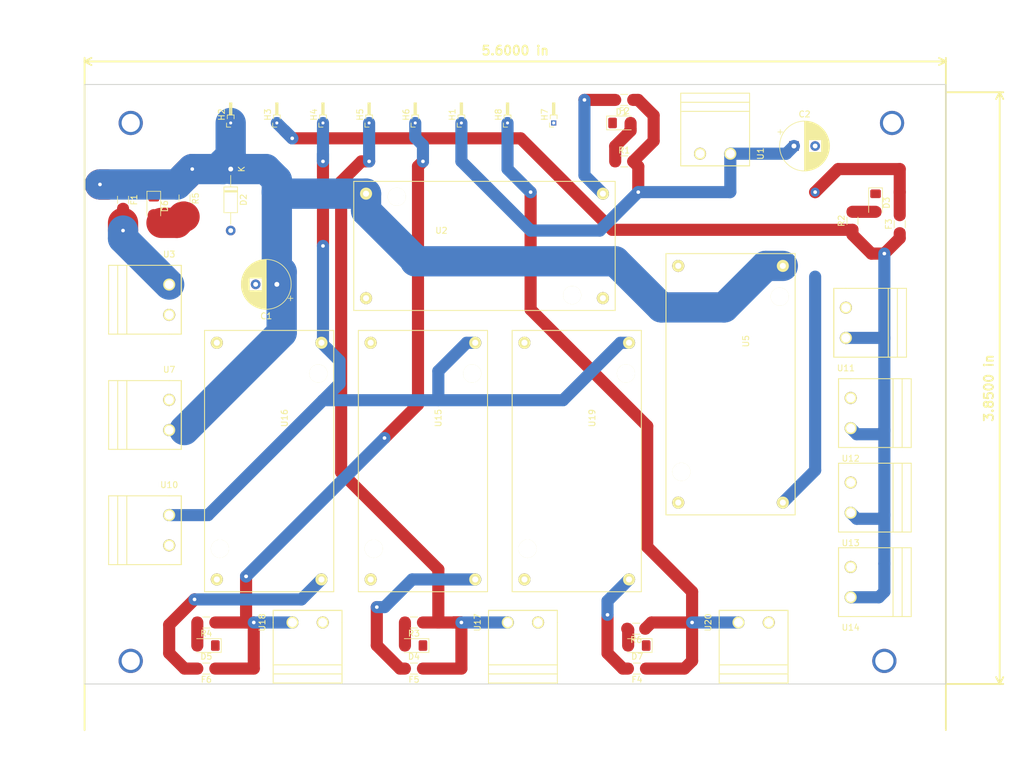
<source format=kicad_pcb>
(kicad_pcb (version 20171130) (host pcbnew 5.0.1)

  (general
    (thickness 1.6)
    (drawings 3)
    (tracks 222)
    (zones 0)
    (modules 49)
    (nets 21)
  )

  (page A4)
  (layers
    (0 F.Cu signal)
    (31 B.Cu signal)
    (32 B.Adhes user hide)
    (33 F.Adhes user hide)
    (34 B.Paste user)
    (35 F.Paste user hide)
    (36 B.SilkS user hide)
    (37 F.SilkS user)
    (38 B.Mask user hide)
    (39 F.Mask user hide)
    (40 Dwgs.User user hide)
    (41 Cmts.User user hide)
    (42 Eco1.User user hide)
    (43 Eco2.User user hide)
    (44 Edge.Cuts user hide)
    (45 Margin user hide)
    (46 B.CrtYd user hide)
    (47 F.CrtYd user)
    (48 B.Fab user hide)
    (49 F.Fab user)
  )

  (setup
    (last_trace_width 0.25)
    (user_trace_width 2)
    (user_trace_width 3)
    (user_trace_width 4)
    (user_trace_width 5)
    (trace_clearance 1)
    (zone_clearance 0.508)
    (zone_45_only no)
    (trace_min 0.2)
    (segment_width 0.2)
    (edge_width 0.1)
    (via_size 0.8)
    (via_drill 0.4)
    (via_min_size 0.4)
    (via_min_drill 0.3)
    (user_via 1.5 0.6)
    (user_via 2 0.6)
    (user_via 3 0.6)
    (user_via 4 0.6)
    (uvia_size 0.3)
    (uvia_drill 0.1)
    (uvias_allowed no)
    (uvia_min_size 0.2)
    (uvia_min_drill 0.1)
    (pcb_text_width 0.3)
    (pcb_text_size 1.5 1.5)
    (mod_edge_width 0.15)
    (mod_text_size 1 1)
    (mod_text_width 0.15)
    (pad_size 1.5 1.5)
    (pad_drill 0.6)
    (pad_to_mask_clearance 0)
    (solder_mask_min_width 0.25)
    (aux_axis_origin 0 0)
    (visible_elements FFFFFF7F)
    (pcbplotparams
      (layerselection 0x010fc_ffffffff)
      (usegerberextensions false)
      (usegerberattributes false)
      (usegerberadvancedattributes false)
      (creategerberjobfile false)
      (excludeedgelayer true)
      (linewidth 0.100000)
      (plotframeref false)
      (viasonmask false)
      (mode 1)
      (useauxorigin false)
      (hpglpennumber 1)
      (hpglpenspeed 20)
      (hpglpendiameter 15.000000)
      (psnegative false)
      (psa4output false)
      (plotreference true)
      (plotvalue true)
      (plotinvisibletext false)
      (padsonsilk false)
      (subtractmaskfromsilk false)
      (outputformat 1)
      (mirror false)
      (drillshape 1)
      (scaleselection 1)
      (outputdirectory ""))
  )

  (net 0 "")
  (net 1 GND)
  (net 2 Logical_10V)
  (net 3 12V)
  (net 4 Motor1_12V)
  (net 5 Motor2_12V)
  (net 6 "Net-(D1-Pad2)")
  (net 7 18V)
  (net 8 "Net-(D3-Pad2)")
  (net 9 "Net-(D4-Pad2)")
  (net 10 "Net-(D5-Pad2)")
  (net 11 MotorExt_12V)
  (net 12 "Net-(F2-Pad2)")
  (net 13 "Net-(F3-Pad2)")
  (net 14 Raspberr_5V)
  (net 15 "Net-(D7-Pad2)")
  (net 16 "Net-(D6-Pad2)")
  (net 17 "Net-(F4-Pad2)")
  (net 18 "Net-(F6-Pad2)")
  (net 19 "Net-(F5-Pad2)")
  (net 20 "Net-(F1-Pad2)")

  (net_class Default "This is the default net class."
    (clearance 1)
    (trace_width 0.25)
    (via_dia 0.8)
    (via_drill 0.4)
    (uvia_dia 0.3)
    (uvia_drill 0.1)
    (add_net 12V)
    (add_net 18V)
    (add_net GND)
    (add_net Logical_10V)
    (add_net Motor1_12V)
    (add_net Motor2_12V)
    (add_net MotorExt_12V)
    (add_net "Net-(D1-Pad2)")
    (add_net "Net-(D3-Pad2)")
    (add_net "Net-(D4-Pad2)")
    (add_net "Net-(D5-Pad2)")
    (add_net "Net-(D6-Pad2)")
    (add_net "Net-(D7-Pad2)")
    (add_net "Net-(F1-Pad2)")
    (add_net "Net-(F2-Pad2)")
    (add_net "Net-(F3-Pad2)")
    (add_net "Net-(F4-Pad2)")
    (add_net "Net-(F5-Pad2)")
    (add_net "Net-(F6-Pad2)")
    (add_net Raspberr_5V)
  )

  (module dsn2596:DSN2596 (layer F.Cu) (tedit 5704CEDC) (tstamp 5C473D22)
    (at 43.18 74.93 270)
    (path /5C40AA97)
    (fp_text reference U16 (at -7.112 -2.54 270) (layer F.SilkS)
      (effects (font (size 1 1) (thickness 0.15)))
    )
    (fp_text value DSN2596 (at -7.366 -5.08 270) (layer F.Fab)
      (effects (font (size 1 1) (thickness 0.15)))
    )
    (fp_line (start -21.59 10.668) (end -21.59 -10.668) (layer F.SilkS) (width 0.15))
    (fp_line (start 21.59 -10.668) (end 21.59 10.668) (layer F.SilkS) (width 0.15))
    (fp_line (start 13.462 -9.652) (end 13.462 -5.842) (layer B.Paste) (width 0.15))
    (fp_line (start 2.032 -9.652) (end 13.462 -9.652) (layer B.Paste) (width 0.15))
    (fp_line (start 2.032 -5.842) (end 2.032 -9.652) (layer B.Paste) (width 0.15))
    (fp_line (start 13.462 -5.842) (end 2.032 -5.842) (layer B.Paste) (width 0.15))
    (fp_line (start 12.446 -4.318) (end -1.27 -4.318) (layer B.Paste) (width 0.15))
    (fp_line (start 12.446 9.144) (end 12.446 -4.318) (layer B.Paste) (width 0.15))
    (fp_line (start -1.27 9.144) (end 12.446 9.144) (layer B.Paste) (width 0.15))
    (fp_line (start -1.27 -4.318) (end -1.27 9.144) (layer B.Paste) (width 0.15))
    (fp_line (start -11.938 0.508) (end -3.048 0.508) (layer B.Paste) (width 0.15))
    (fp_line (start -11.938 0.254) (end -11.938 0.508) (layer B.Paste) (width 0.15))
    (fp_line (start -11.938 -8.128) (end -11.938 0.254) (layer B.Paste) (width 0.15))
    (fp_line (start -3.048 -8.128) (end -11.938 -8.128) (layer B.Paste) (width 0.15))
    (fp_line (start -3.048 0.508) (end -3.048 -8.128) (layer B.Paste) (width 0.15))
    (fp_circle (center 17.78 -2.286) (end 20.066 0.254) (layer B.Paste) (width 0.15))
    (fp_circle (center -17.018 1.016) (end -13.97 3.048) (layer B.Paste) (width 0.15))
    (fp_line (start -10.922 0.508) (end -10.922 5.334) (layer B.Paste) (width 0.15))
    (fp_line (start -4.318 0.508) (end -4.318 5.334) (layer B.Paste) (width 0.15))
    (fp_line (start -5.842 0.508) (end -5.842 5.334) (layer B.Paste) (width 0.15))
    (fp_line (start -9.398 0.508) (end -9.398 5.334) (layer B.Paste) (width 0.15))
    (fp_line (start -7.62 0.508) (end -7.62 5.334) (layer B.Paste) (width 0.15))
    (fp_line (start -21.59 -10.668) (end 21.59 -10.668) (layer F.SilkS) (width 0.15))
    (fp_line (start 21.59 10.668) (end -21.59 10.668) (layer F.SilkS) (width 0.15))
    (pad "" np_thru_hole circle (at -14.478 -8.128 270) (size 3 3) (drill 3) (layers *.Cu *.Mask F.SilkS))
    (pad "" np_thru_hole circle (at 14.478 8.128 270) (size 3 3) (drill 3) (layers *.Cu *.Mask F.SilkS))
    (pad 2 thru_hole circle (at -19.558 8.636 270) (size 2 2) (drill 1) (layers *.Cu *.Mask F.SilkS)
      (net 1 GND))
    (pad 3 thru_hole circle (at 19.558 8.636 270) (size 2 2) (drill 1) (layers *.Cu *.Mask F.SilkS)
      (net 1 GND))
    (pad 4 thru_hole circle (at 19.558 -8.636 270) (size 2 2) (drill 1) (layers *.Cu *.Mask F.SilkS)
      (net 18 "Net-(F6-Pad2)"))
    (pad 1 thru_hole circle (at -19.558 -8.636 270) (size 2 2) (drill 1) (layers *.Cu *.Mask F.SilkS)
      (net 3 12V))
  )

  (module Connector_PinHeader_1.00mm:PinHeader_1x01_P1.00mm_Horizontal (layer F.Cu) (tedit 59FED737) (tstamp 5C460BBA)
    (at 36.83 19.05 90)
    (descr "Through hole angled pin header, 1x01, 1.00mm pitch, 2.0mm pin length, single row")
    (tags "Through hole angled pin header THT 1x01 1.00mm single row")
    (path /5C472FFA)
    (fp_text reference H2 (at 1.375 -1.5 90) (layer F.SilkS)
      (effects (font (size 1 1) (thickness 0.15)))
    )
    (fp_text value MountingHole_Pad (at 1.375 1.5 90) (layer F.Fab)
      (effects (font (size 1 1) (thickness 0.15)))
    )
    (fp_text user %R (at 0.75 0 180) (layer F.Fab)
      (effects (font (size 0.6 0.6) (thickness 0.09)))
    )
    (fp_line (start 3.75 -1) (end -1 -1) (layer F.CrtYd) (width 0.05))
    (fp_line (start 3.75 1) (end 3.75 -1) (layer F.CrtYd) (width 0.05))
    (fp_line (start -1 1) (end 3.75 1) (layer F.CrtYd) (width 0.05))
    (fp_line (start -1 -1) (end -1 1) (layer F.CrtYd) (width 0.05))
    (fp_line (start -0.685 -0.685) (end 0 -0.685) (layer F.SilkS) (width 0.12))
    (fp_line (start -0.685 0) (end -0.685 -0.685) (layer F.SilkS) (width 0.12))
    (fp_line (start 1.31 0.09) (end 3.31 0.09) (layer F.SilkS) (width 0.12))
    (fp_line (start 1.31 -0.03) (end 3.31 -0.03) (layer F.SilkS) (width 0.12))
    (fp_line (start 1.31 -0.15) (end 3.31 -0.15) (layer F.SilkS) (width 0.12))
    (fp_line (start 3.31 0.21) (end 1.31 0.21) (layer F.SilkS) (width 0.12))
    (fp_line (start 3.31 -0.21) (end 3.31 0.21) (layer F.SilkS) (width 0.12))
    (fp_line (start 1.31 -0.21) (end 3.31 -0.21) (layer F.SilkS) (width 0.12))
    (fp_line (start 1.31 0.56) (end 0.685 0.56) (layer F.SilkS) (width 0.12))
    (fp_line (start 1.31 -0.56) (end 1.31 0.56) (layer F.SilkS) (width 0.12))
    (fp_line (start 0.685 -0.56) (end 1.31 -0.56) (layer F.SilkS) (width 0.12))
    (fp_line (start 1.25 0.15) (end 3.25 0.15) (layer F.Fab) (width 0.1))
    (fp_line (start 3.25 -0.15) (end 3.25 0.15) (layer F.Fab) (width 0.1))
    (fp_line (start 1.25 -0.15) (end 3.25 -0.15) (layer F.Fab) (width 0.1))
    (fp_line (start -0.15 0.15) (end 0.25 0.15) (layer F.Fab) (width 0.1))
    (fp_line (start -0.15 -0.15) (end -0.15 0.15) (layer F.Fab) (width 0.1))
    (fp_line (start -0.15 -0.15) (end 0.25 -0.15) (layer F.Fab) (width 0.1))
    (fp_line (start 0.25 -0.25) (end 0.5 -0.5) (layer F.Fab) (width 0.1))
    (fp_line (start 0.25 0.5) (end 0.25 -0.25) (layer F.Fab) (width 0.1))
    (fp_line (start 1.25 0.5) (end 0.25 0.5) (layer F.Fab) (width 0.1))
    (fp_line (start 1.25 -0.5) (end 1.25 0.5) (layer F.Fab) (width 0.1))
    (fp_line (start 0.5 -0.5) (end 1.25 -0.5) (layer F.Fab) (width 0.1))
    (pad 1 thru_hole rect (at 0 0 90) (size 0.85 0.85) (drill 0.5) (layers *.Cu *.Mask)
      (net 7 18V))
    (model ${KISYS3DMOD}/Connector_PinHeader_1.00mm.3dshapes/PinHeader_1x01_P1.00mm_Horizontal.wrl
      (at (xyz 0 0 0))
      (scale (xyz 1 1 1))
      (rotate (xyz 0 0 0))
    )
  )

  (module Connector_PinHeader_1.00mm:PinHeader_1x01_P1.00mm_Horizontal (layer F.Cu) (tedit 59FED737) (tstamp 5C5FA652)
    (at 82.55 19.05 90)
    (descr "Through hole angled pin header, 1x01, 1.00mm pitch, 2.0mm pin length, single row")
    (tags "Through hole angled pin header THT 1x01 1.00mm single row")
    (path /5C54C766)
    (fp_text reference H8 (at 1.375 -1.5 90) (layer F.SilkS)
      (effects (font (size 1 1) (thickness 0.15)))
    )
    (fp_text value MountingHole_Pad (at 1.375 1.5 90) (layer F.Fab)
      (effects (font (size 1 1) (thickness 0.15)))
    )
    (fp_line (start 0.5 -0.5) (end 1.25 -0.5) (layer F.Fab) (width 0.1))
    (fp_line (start 1.25 -0.5) (end 1.25 0.5) (layer F.Fab) (width 0.1))
    (fp_line (start 1.25 0.5) (end 0.25 0.5) (layer F.Fab) (width 0.1))
    (fp_line (start 0.25 0.5) (end 0.25 -0.25) (layer F.Fab) (width 0.1))
    (fp_line (start 0.25 -0.25) (end 0.5 -0.5) (layer F.Fab) (width 0.1))
    (fp_line (start -0.15 -0.15) (end 0.25 -0.15) (layer F.Fab) (width 0.1))
    (fp_line (start -0.15 -0.15) (end -0.15 0.15) (layer F.Fab) (width 0.1))
    (fp_line (start -0.15 0.15) (end 0.25 0.15) (layer F.Fab) (width 0.1))
    (fp_line (start 1.25 -0.15) (end 3.25 -0.15) (layer F.Fab) (width 0.1))
    (fp_line (start 3.25 -0.15) (end 3.25 0.15) (layer F.Fab) (width 0.1))
    (fp_line (start 1.25 0.15) (end 3.25 0.15) (layer F.Fab) (width 0.1))
    (fp_line (start 0.685 -0.56) (end 1.31 -0.56) (layer F.SilkS) (width 0.12))
    (fp_line (start 1.31 -0.56) (end 1.31 0.56) (layer F.SilkS) (width 0.12))
    (fp_line (start 1.31 0.56) (end 0.685 0.56) (layer F.SilkS) (width 0.12))
    (fp_line (start 1.31 -0.21) (end 3.31 -0.21) (layer F.SilkS) (width 0.12))
    (fp_line (start 3.31 -0.21) (end 3.31 0.21) (layer F.SilkS) (width 0.12))
    (fp_line (start 3.31 0.21) (end 1.31 0.21) (layer F.SilkS) (width 0.12))
    (fp_line (start 1.31 -0.15) (end 3.31 -0.15) (layer F.SilkS) (width 0.12))
    (fp_line (start 1.31 -0.03) (end 3.31 -0.03) (layer F.SilkS) (width 0.12))
    (fp_line (start 1.31 0.09) (end 3.31 0.09) (layer F.SilkS) (width 0.12))
    (fp_line (start -0.685 0) (end -0.685 -0.685) (layer F.SilkS) (width 0.12))
    (fp_line (start -0.685 -0.685) (end 0 -0.685) (layer F.SilkS) (width 0.12))
    (fp_line (start -1 -1) (end -1 1) (layer F.CrtYd) (width 0.05))
    (fp_line (start -1 1) (end 3.75 1) (layer F.CrtYd) (width 0.05))
    (fp_line (start 3.75 1) (end 3.75 -1) (layer F.CrtYd) (width 0.05))
    (fp_line (start 3.75 -1) (end -1 -1) (layer F.CrtYd) (width 0.05))
    (fp_text user %R (at 0.75 0 180) (layer F.Fab)
      (effects (font (size 0.6 0.6) (thickness 0.09)))
    )
    (pad 1 thru_hole rect (at 0 0 90) (size 0.85 0.85) (drill 0.5) (layers *.Cu *.Mask)
      (net 11 MotorExt_12V))
    (model ${KISYS3DMOD}/Connector_PinHeader_1.00mm.3dshapes/PinHeader_1x01_P1.00mm_Horizontal.wrl
      (at (xyz 0 0 0))
      (scale (xyz 1 1 1))
      (rotate (xyz 0 0 0))
    )
  )

  (module Fuse:Fuse_1206_3216Metric_Pad1.42x1.75mm_HandSolder (layer F.Cu) (tedit 5B301BBE) (tstamp 5C5FA8F0)
    (at 103.9225 109.22 180)
    (descr "Fuse SMD 1206 (3216 Metric), square (rectangular) end terminal, IPC_7351 nominal with elongated pad for handsoldering. (Body size source: http://www.tortai-tech.com/upload/download/2011102023233369053.pdf), generated with kicad-footprint-generator")
    (tags "resistor handsolder")
    (path /5C53CC4F)
    (attr smd)
    (fp_text reference F4 (at 0 -1.82 180) (layer F.SilkS)
      (effects (font (size 1 1) (thickness 0.15)))
    )
    (fp_text value Fuse (at 0 1.82 180) (layer F.Fab)
      (effects (font (size 1 1) (thickness 0.15)))
    )
    (fp_line (start -1.6 0.8) (end -1.6 -0.8) (layer F.Fab) (width 0.1))
    (fp_line (start -1.6 -0.8) (end 1.6 -0.8) (layer F.Fab) (width 0.1))
    (fp_line (start 1.6 -0.8) (end 1.6 0.8) (layer F.Fab) (width 0.1))
    (fp_line (start 1.6 0.8) (end -1.6 0.8) (layer F.Fab) (width 0.1))
    (fp_line (start -0.602064 -0.91) (end 0.602064 -0.91) (layer F.SilkS) (width 0.12))
    (fp_line (start -0.602064 0.91) (end 0.602064 0.91) (layer F.SilkS) (width 0.12))
    (fp_line (start -2.45 1.12) (end -2.45 -1.12) (layer F.CrtYd) (width 0.05))
    (fp_line (start -2.45 -1.12) (end 2.45 -1.12) (layer F.CrtYd) (width 0.05))
    (fp_line (start 2.45 -1.12) (end 2.45 1.12) (layer F.CrtYd) (width 0.05))
    (fp_line (start 2.45 1.12) (end -2.45 1.12) (layer F.CrtYd) (width 0.05))
    (fp_text user %R (at 0 0 180) (layer F.Fab)
      (effects (font (size 0.8 0.8) (thickness 0.12)))
    )
    (pad 1 smd roundrect (at -1.4875 0 180) (size 1.425 1.75) (layers F.Cu F.Paste F.Mask) (roundrect_rratio 0.175439)
      (net 11 MotorExt_12V))
    (pad 2 smd roundrect (at 1.4875 0 180) (size 1.425 1.75) (layers F.Cu F.Paste F.Mask) (roundrect_rratio 0.175439)
      (net 17 "Net-(F4-Pad2)"))
    (model ${KISYS3DMOD}/Fuse.3dshapes/Fuse_1206_3216Metric.wrl
      (at (xyz 0 0 0))
      (scale (xyz 1 1 1))
      (rotate (xyz 0 0 0))
    )
  )

  (module Fuse:Fuse_1206_3216Metric_Pad1.42x1.75mm_HandSolder (layer F.Cu) (tedit 5B301BBE) (tstamp 5C5F7E42)
    (at 101.8175 15.24 180)
    (descr "Fuse SMD 1206 (3216 Metric), square (rectangular) end terminal, IPC_7351 nominal with elongated pad for handsoldering. (Body size source: http://www.tortai-tech.com/upload/download/2011102023233369053.pdf), generated with kicad-footprint-generator")
    (tags "resistor handsolder")
    (path /5C4BFA90)
    (attr smd)
    (fp_text reference F2 (at 0 -1.82 180) (layer F.SilkS)
      (effects (font (size 1 1) (thickness 0.15)))
    )
    (fp_text value Fuse (at 0 1.82 180) (layer F.Fab)
      (effects (font (size 1 1) (thickness 0.15)))
    )
    (fp_text user %R (at 0 0 180) (layer F.Fab)
      (effects (font (size 0.8 0.8) (thickness 0.12)))
    )
    (fp_line (start 2.45 1.12) (end -2.45 1.12) (layer F.CrtYd) (width 0.05))
    (fp_line (start 2.45 -1.12) (end 2.45 1.12) (layer F.CrtYd) (width 0.05))
    (fp_line (start -2.45 -1.12) (end 2.45 -1.12) (layer F.CrtYd) (width 0.05))
    (fp_line (start -2.45 1.12) (end -2.45 -1.12) (layer F.CrtYd) (width 0.05))
    (fp_line (start -0.602064 0.91) (end 0.602064 0.91) (layer F.SilkS) (width 0.12))
    (fp_line (start -0.602064 -0.91) (end 0.602064 -0.91) (layer F.SilkS) (width 0.12))
    (fp_line (start 1.6 0.8) (end -1.6 0.8) (layer F.Fab) (width 0.1))
    (fp_line (start 1.6 -0.8) (end 1.6 0.8) (layer F.Fab) (width 0.1))
    (fp_line (start -1.6 -0.8) (end 1.6 -0.8) (layer F.Fab) (width 0.1))
    (fp_line (start -1.6 0.8) (end -1.6 -0.8) (layer F.Fab) (width 0.1))
    (pad 2 smd roundrect (at 1.4875 0 180) (size 1.425 1.75) (layers F.Cu F.Paste F.Mask) (roundrect_rratio 0.175439)
      (net 12 "Net-(F2-Pad2)"))
    (pad 1 smd roundrect (at -1.4875 0 180) (size 1.425 1.75) (layers F.Cu F.Paste F.Mask) (roundrect_rratio 0.175439)
      (net 14 Raspberr_5V))
    (model ${KISYS3DMOD}/Fuse.3dshapes/Fuse_1206_3216Metric.wrl
      (at (xyz 0 0 0))
      (scale (xyz 1 1 1))
      (rotate (xyz 0 0 0))
    )
  )

  (module Fuse:Fuse_1206_3216Metric_Pad1.42x1.75mm_HandSolder (layer F.Cu) (tedit 5B301BBE) (tstamp 5C5FAE58)
    (at 147.32 35.7775 90)
    (descr "Fuse SMD 1206 (3216 Metric), square (rectangular) end terminal, IPC_7351 nominal with elongated pad for handsoldering. (Body size source: http://www.tortai-tech.com/upload/download/2011102023233369053.pdf), generated with kicad-footprint-generator")
    (tags "resistor handsolder")
    (path /5C4BE903)
    (attr smd)
    (fp_text reference F3 (at 0 -1.82 90) (layer F.SilkS)
      (effects (font (size 1 1) (thickness 0.15)))
    )
    (fp_text value Fuse (at 0 1.82 90) (layer F.Fab)
      (effects (font (size 1 1) (thickness 0.15)))
    )
    (fp_line (start -1.6 0.8) (end -1.6 -0.8) (layer F.Fab) (width 0.1))
    (fp_line (start -1.6 -0.8) (end 1.6 -0.8) (layer F.Fab) (width 0.1))
    (fp_line (start 1.6 -0.8) (end 1.6 0.8) (layer F.Fab) (width 0.1))
    (fp_line (start 1.6 0.8) (end -1.6 0.8) (layer F.Fab) (width 0.1))
    (fp_line (start -0.602064 -0.91) (end 0.602064 -0.91) (layer F.SilkS) (width 0.12))
    (fp_line (start -0.602064 0.91) (end 0.602064 0.91) (layer F.SilkS) (width 0.12))
    (fp_line (start -2.45 1.12) (end -2.45 -1.12) (layer F.CrtYd) (width 0.05))
    (fp_line (start -2.45 -1.12) (end 2.45 -1.12) (layer F.CrtYd) (width 0.05))
    (fp_line (start 2.45 -1.12) (end 2.45 1.12) (layer F.CrtYd) (width 0.05))
    (fp_line (start 2.45 1.12) (end -2.45 1.12) (layer F.CrtYd) (width 0.05))
    (fp_text user %R (at 0 0 90) (layer F.Fab)
      (effects (font (size 0.8 0.8) (thickness 0.12)))
    )
    (pad 1 smd roundrect (at -1.4875 0 90) (size 1.425 1.75) (layers F.Cu F.Paste F.Mask) (roundrect_rratio 0.175439)
      (net 2 Logical_10V))
    (pad 2 smd roundrect (at 1.4875 0 90) (size 1.425 1.75) (layers F.Cu F.Paste F.Mask) (roundrect_rratio 0.175439)
      (net 13 "Net-(F3-Pad2)"))
    (model ${KISYS3DMOD}/Fuse.3dshapes/Fuse_1206_3216Metric.wrl
      (at (xyz 0 0 0))
      (scale (xyz 1 1 1))
      (rotate (xyz 0 0 0))
    )
  )

  (module Fuse:Fuse_1206_3216Metric_Pad1.42x1.75mm_HandSolder (layer F.Cu) (tedit 5B301BBE) (tstamp 5C5FA920)
    (at 32.8025 109.22 180)
    (descr "Fuse SMD 1206 (3216 Metric), square (rectangular) end terminal, IPC_7351 nominal with elongated pad for handsoldering. (Body size source: http://www.tortai-tech.com/upload/download/2011102023233369053.pdf), generated with kicad-footprint-generator")
    (tags "resistor handsolder")
    (path /5C4AC65B)
    (attr smd)
    (fp_text reference F6 (at 0 -1.82 180) (layer F.SilkS)
      (effects (font (size 1 1) (thickness 0.15)))
    )
    (fp_text value Fuse (at 0 1.82) (layer F.Fab)
      (effects (font (size 1 1) (thickness 0.15)))
    )
    (fp_text user %R (at 0 0 180) (layer F.Fab)
      (effects (font (size 0.8 0.8) (thickness 0.12)))
    )
    (fp_line (start 2.45 1.12) (end -2.45 1.12) (layer F.CrtYd) (width 0.05))
    (fp_line (start 2.45 -1.12) (end 2.45 1.12) (layer F.CrtYd) (width 0.05))
    (fp_line (start -2.45 -1.12) (end 2.45 -1.12) (layer F.CrtYd) (width 0.05))
    (fp_line (start -2.45 1.12) (end -2.45 -1.12) (layer F.CrtYd) (width 0.05))
    (fp_line (start -0.602064 0.91) (end 0.602064 0.91) (layer F.SilkS) (width 0.12))
    (fp_line (start -0.602064 -0.91) (end 0.602064 -0.91) (layer F.SilkS) (width 0.12))
    (fp_line (start 1.6 0.8) (end -1.6 0.8) (layer F.Fab) (width 0.1))
    (fp_line (start 1.6 -0.8) (end 1.6 0.8) (layer F.Fab) (width 0.1))
    (fp_line (start -1.6 -0.8) (end 1.6 -0.8) (layer F.Fab) (width 0.1))
    (fp_line (start -1.6 0.8) (end -1.6 -0.8) (layer F.Fab) (width 0.1))
    (pad 2 smd roundrect (at 1.4875 0 180) (size 1.425 1.75) (layers F.Cu F.Paste F.Mask) (roundrect_rratio 0.175439)
      (net 18 "Net-(F6-Pad2)"))
    (pad 1 smd roundrect (at -1.4875 0 180) (size 1.425 1.75) (layers F.Cu F.Paste F.Mask) (roundrect_rratio 0.175439)
      (net 5 Motor2_12V))
    (model ${KISYS3DMOD}/Fuse.3dshapes/Fuse_1206_3216Metric.wrl
      (at (xyz 0 0 0))
      (scale (xyz 1 1 1))
      (rotate (xyz 0 0 0))
    )
  )

  (module Fuse:Fuse_1206_3216Metric_Pad1.42x1.75mm_HandSolder (layer F.Cu) (tedit 5B301BBE) (tstamp 5C5FA950)
    (at 67.0925 109.22 180)
    (descr "Fuse SMD 1206 (3216 Metric), square (rectangular) end terminal, IPC_7351 nominal with elongated pad for handsoldering. (Body size source: http://www.tortai-tech.com/upload/download/2011102023233369053.pdf), generated with kicad-footprint-generator")
    (tags "resistor handsolder")
    (path /5C4A7425)
    (attr smd)
    (fp_text reference F5 (at 0 -1.82 180) (layer F.SilkS)
      (effects (font (size 1 1) (thickness 0.15)))
    )
    (fp_text value Fuse (at 0 1.82 270) (layer F.Fab)
      (effects (font (size 1 1) (thickness 0.15)))
    )
    (fp_line (start -1.6 0.8) (end -1.6 -0.8) (layer F.Fab) (width 0.1))
    (fp_line (start -1.6 -0.8) (end 1.6 -0.8) (layer F.Fab) (width 0.1))
    (fp_line (start 1.6 -0.8) (end 1.6 0.8) (layer F.Fab) (width 0.1))
    (fp_line (start 1.6 0.8) (end -1.6 0.8) (layer F.Fab) (width 0.1))
    (fp_line (start -0.602064 -0.91) (end 0.602064 -0.91) (layer F.SilkS) (width 0.12))
    (fp_line (start -0.602064 0.91) (end 0.602064 0.91) (layer F.SilkS) (width 0.12))
    (fp_line (start -2.45 1.12) (end -2.45 -1.12) (layer F.CrtYd) (width 0.05))
    (fp_line (start -2.45 -1.12) (end 2.45 -1.12) (layer F.CrtYd) (width 0.05))
    (fp_line (start 2.45 -1.12) (end 2.45 1.12) (layer F.CrtYd) (width 0.05))
    (fp_line (start 2.45 1.12) (end -2.45 1.12) (layer F.CrtYd) (width 0.05))
    (fp_text user %R (at 0 0 270) (layer F.Fab)
      (effects (font (size 0.8 0.8) (thickness 0.12)))
    )
    (pad 1 smd roundrect (at -1.4875 0 180) (size 1.425 1.75) (layers F.Cu F.Paste F.Mask) (roundrect_rratio 0.175439)
      (net 4 Motor1_12V))
    (pad 2 smd roundrect (at 1.4875 0 180) (size 1.425 1.75) (layers F.Cu F.Paste F.Mask) (roundrect_rratio 0.175439)
      (net 19 "Net-(F5-Pad2)"))
    (model ${KISYS3DMOD}/Fuse.3dshapes/Fuse_1206_3216Metric.wrl
      (at (xyz 0 0 0))
      (scale (xyz 1 1 1))
      (rotate (xyz 0 0 0))
    )
  )

  (module LED_SMD:LED_1206_3216Metric_Pad1.42x1.75mm_HandSolder (layer F.Cu) (tedit 5B4B45C9) (tstamp 5C5F7DFE)
    (at 103.9575 105.41 180)
    (descr "LED SMD 1206 (3216 Metric), square (rectangular) end terminal, IPC_7351 nominal, (Body size source: http://www.tortai-tech.com/upload/download/2011102023233369053.pdf), generated with kicad-footprint-generator")
    (tags "LED handsolder")
    (path /5C53CC3A)
    (attr smd)
    (fp_text reference D7 (at 0 -1.82 180) (layer F.SilkS)
      (effects (font (size 1 1) (thickness 0.15)))
    )
    (fp_text value LED (at 0 1.82 270) (layer F.Fab)
      (effects (font (size 1 1) (thickness 0.15)))
    )
    (fp_text user %R (at 0 0 270) (layer F.Fab)
      (effects (font (size 0.8 0.8) (thickness 0.12)))
    )
    (fp_line (start 2.45 1.12) (end -2.45 1.12) (layer F.CrtYd) (width 0.05))
    (fp_line (start 2.45 -1.12) (end 2.45 1.12) (layer F.CrtYd) (width 0.05))
    (fp_line (start -2.45 -1.12) (end 2.45 -1.12) (layer F.CrtYd) (width 0.05))
    (fp_line (start -2.45 1.12) (end -2.45 -1.12) (layer F.CrtYd) (width 0.05))
    (fp_line (start -2.46 1.135) (end 1.6 1.135) (layer F.SilkS) (width 0.12))
    (fp_line (start -2.46 -1.135) (end -2.46 1.135) (layer F.SilkS) (width 0.12))
    (fp_line (start 1.6 -1.135) (end -2.46 -1.135) (layer F.SilkS) (width 0.12))
    (fp_line (start 1.6 0.8) (end 1.6 -0.8) (layer F.Fab) (width 0.1))
    (fp_line (start -1.6 0.8) (end 1.6 0.8) (layer F.Fab) (width 0.1))
    (fp_line (start -1.6 -0.4) (end -1.6 0.8) (layer F.Fab) (width 0.1))
    (fp_line (start -1.2 -0.8) (end -1.6 -0.4) (layer F.Fab) (width 0.1))
    (fp_line (start 1.6 -0.8) (end -1.2 -0.8) (layer F.Fab) (width 0.1))
    (pad 2 smd roundrect (at 1.4875 0 180) (size 1.425 1.75) (layers F.Cu F.Paste F.Mask) (roundrect_rratio 0.175439)
      (net 15 "Net-(D7-Pad2)"))
    (pad 1 smd roundrect (at -1.4875 0 180) (size 1.425 1.75) (layers F.Cu F.Paste F.Mask) (roundrect_rratio 0.175439)
      (net 1 GND))
    (model ${KISYS3DMOD}/LED_SMD.3dshapes/LED_1206_3216Metric.wrl
      (at (xyz 0 0 0))
      (scale (xyz 1 1 1))
      (rotate (xyz 0 0 0))
    )
  )

  (module LED_SMD:LED_1206_3216Metric_Pad1.42x1.75mm_HandSolder (layer F.Cu) (tedit 5B4B45C9) (tstamp 5C5FD792)
    (at 24.13 32.8025 270)
    (descr "LED SMD 1206 (3216 Metric), square (rectangular) end terminal, IPC_7351 nominal, (Body size source: http://www.tortai-tech.com/upload/download/2011102023233369053.pdf), generated with kicad-footprint-generator")
    (tags "LED handsolder")
    (path /5C530814)
    (attr smd)
    (fp_text reference D6 (at 0 -1.82 270) (layer F.SilkS)
      (effects (font (size 1 1) (thickness 0.15)))
    )
    (fp_text value LED (at 0 1.82 270) (layer F.Fab)
      (effects (font (size 1 1) (thickness 0.15)))
    )
    (fp_line (start 1.6 -0.8) (end -1.2 -0.8) (layer F.Fab) (width 0.1))
    (fp_line (start -1.2 -0.8) (end -1.6 -0.4) (layer F.Fab) (width 0.1))
    (fp_line (start -1.6 -0.4) (end -1.6 0.8) (layer F.Fab) (width 0.1))
    (fp_line (start -1.6 0.8) (end 1.6 0.8) (layer F.Fab) (width 0.1))
    (fp_line (start 1.6 0.8) (end 1.6 -0.8) (layer F.Fab) (width 0.1))
    (fp_line (start 1.6 -1.135) (end -2.46 -1.135) (layer F.SilkS) (width 0.12))
    (fp_line (start -2.46 -1.135) (end -2.46 1.135) (layer F.SilkS) (width 0.12))
    (fp_line (start -2.46 1.135) (end 1.6 1.135) (layer F.SilkS) (width 0.12))
    (fp_line (start -2.45 1.12) (end -2.45 -1.12) (layer F.CrtYd) (width 0.05))
    (fp_line (start -2.45 -1.12) (end 2.45 -1.12) (layer F.CrtYd) (width 0.05))
    (fp_line (start 2.45 -1.12) (end 2.45 1.12) (layer F.CrtYd) (width 0.05))
    (fp_line (start 2.45 1.12) (end -2.45 1.12) (layer F.CrtYd) (width 0.05))
    (fp_text user %R (at 0 0) (layer F.Fab)
      (effects (font (size 0.8 0.8) (thickness 0.12)))
    )
    (pad 1 smd roundrect (at -1.4875 0 270) (size 1.425 1.75) (layers F.Cu F.Paste F.Mask) (roundrect_rratio 0.175439)
      (net 1 GND))
    (pad 2 smd roundrect (at 1.4875 0 270) (size 1.425 1.75) (layers F.Cu F.Paste F.Mask) (roundrect_rratio 0.175439)
      (net 16 "Net-(D6-Pad2)"))
    (model ${KISYS3DMOD}/LED_SMD.3dshapes/LED_1206_3216Metric.wrl
      (at (xyz 0 0 0))
      (scale (xyz 1 1 1))
      (rotate (xyz 0 0 0))
    )
  )

  (module Resistor_SMD:R_1206_3216Metric_Pad1.42x1.75mm_HandSolder (layer F.Cu) (tedit 5B301BBD) (tstamp 5C5F7D5A)
    (at 29.21 31.5325 270)
    (descr "Resistor SMD 1206 (3216 Metric), square (rectangular) end terminal, IPC_7351 nominal with elongated pad for handsoldering. (Body size source: http://www.tortai-tech.com/upload/download/2011102023233369053.pdf), generated with kicad-footprint-generator")
    (tags "resistor handsolder")
    (path /5C53072E)
    (attr smd)
    (fp_text reference R5 (at 0 -1.82 270) (layer F.SilkS)
      (effects (font (size 1 1) (thickness 0.15)))
    )
    (fp_text value R (at 0 1.82 270) (layer F.Fab)
      (effects (font (size 1 1) (thickness 0.15)))
    )
    (fp_text user %R (at 0 0 270) (layer F.Fab)
      (effects (font (size 0.8 0.8) (thickness 0.12)))
    )
    (fp_line (start 2.45 1.12) (end -2.45 1.12) (layer F.CrtYd) (width 0.05))
    (fp_line (start 2.45 -1.12) (end 2.45 1.12) (layer F.CrtYd) (width 0.05))
    (fp_line (start -2.45 -1.12) (end 2.45 -1.12) (layer F.CrtYd) (width 0.05))
    (fp_line (start -2.45 1.12) (end -2.45 -1.12) (layer F.CrtYd) (width 0.05))
    (fp_line (start -0.602064 0.91) (end 0.602064 0.91) (layer F.SilkS) (width 0.12))
    (fp_line (start -0.602064 -0.91) (end 0.602064 -0.91) (layer F.SilkS) (width 0.12))
    (fp_line (start 1.6 0.8) (end -1.6 0.8) (layer F.Fab) (width 0.1))
    (fp_line (start 1.6 -0.8) (end 1.6 0.8) (layer F.Fab) (width 0.1))
    (fp_line (start -1.6 -0.8) (end 1.6 -0.8) (layer F.Fab) (width 0.1))
    (fp_line (start -1.6 0.8) (end -1.6 -0.8) (layer F.Fab) (width 0.1))
    (pad 2 smd roundrect (at 1.4875 0 270) (size 1.425 1.75) (layers F.Cu F.Paste F.Mask) (roundrect_rratio 0.175439)
      (net 16 "Net-(D6-Pad2)"))
    (pad 1 smd roundrect (at -1.4875 0 270) (size 1.425 1.75) (layers F.Cu F.Paste F.Mask) (roundrect_rratio 0.175439)
      (net 7 18V))
    (model ${KISYS3DMOD}/Resistor_SMD.3dshapes/R_1206_3216Metric.wrl
      (at (xyz 0 0 0))
      (scale (xyz 1 1 1))
      (rotate (xyz 0 0 0))
    )
  )

  (module Resistor_SMD:R_1206_3216Metric_Pad1.42x1.75mm_HandSolder (layer F.Cu) (tedit 5B301BBD) (tstamp 5C5F7D29)
    (at 103.802501 102.635001 180)
    (descr "Resistor SMD 1206 (3216 Metric), square (rectangular) end terminal, IPC_7351 nominal with elongated pad for handsoldering. (Body size source: http://www.tortai-tech.com/upload/download/2011102023233369053.pdf), generated with kicad-footprint-generator")
    (tags "resistor handsolder")
    (path /5C53CC41)
    (attr smd)
    (fp_text reference R6 (at 0 -1.82 180) (layer F.SilkS)
      (effects (font (size 1 1) (thickness 0.15)))
    )
    (fp_text value R (at 0 1.82 180) (layer F.Fab)
      (effects (font (size 1 1) (thickness 0.15)))
    )
    (fp_line (start -1.6 0.8) (end -1.6 -0.8) (layer F.Fab) (width 0.1))
    (fp_line (start -1.6 -0.8) (end 1.6 -0.8) (layer F.Fab) (width 0.1))
    (fp_line (start 1.6 -0.8) (end 1.6 0.8) (layer F.Fab) (width 0.1))
    (fp_line (start 1.6 0.8) (end -1.6 0.8) (layer F.Fab) (width 0.1))
    (fp_line (start -0.602064 -0.91) (end 0.602064 -0.91) (layer F.SilkS) (width 0.12))
    (fp_line (start -0.602064 0.91) (end 0.602064 0.91) (layer F.SilkS) (width 0.12))
    (fp_line (start -2.45 1.12) (end -2.45 -1.12) (layer F.CrtYd) (width 0.05))
    (fp_line (start -2.45 -1.12) (end 2.45 -1.12) (layer F.CrtYd) (width 0.05))
    (fp_line (start 2.45 -1.12) (end 2.45 1.12) (layer F.CrtYd) (width 0.05))
    (fp_line (start 2.45 1.12) (end -2.45 1.12) (layer F.CrtYd) (width 0.05))
    (fp_text user %R (at 0 0 180) (layer F.Fab)
      (effects (font (size 0.8 0.8) (thickness 0.12)))
    )
    (pad 1 smd roundrect (at -1.4875 0 180) (size 1.425 1.75) (layers F.Cu F.Paste F.Mask) (roundrect_rratio 0.175439)
      (net 11 MotorExt_12V))
    (pad 2 smd roundrect (at 1.4875 0 180) (size 1.425 1.75) (layers F.Cu F.Paste F.Mask) (roundrect_rratio 0.175439)
      (net 15 "Net-(D7-Pad2)"))
    (model ${KISYS3DMOD}/Resistor_SMD.3dshapes/R_1206_3216Metric.wrl
      (at (xyz 0 0 0))
      (scale (xyz 1 1 1))
      (rotate (xyz 0 0 0))
    )
  )

  (module "dsn2596:B plug 5mm" (layer F.Cu) (tedit 57092EFC) (tstamp 5C5F7CC8)
    (at 123.19 101.6 90)
    (path /5C53CC2A)
    (fp_text reference U20 (at 0 -7.5 90) (layer F.SilkS)
      (effects (font (size 1 1) (thickness 0.15)))
    )
    (fp_text value B_Plug_5mm (at 0 -9.5 90) (layer F.Fab)
      (effects (font (size 1 1) (thickness 0.15)))
    )
    (fp_line (start -8.5 -5.685) (end -8.5 5.685) (layer F.SilkS) (width 0.15))
    (fp_line (start -7 -5.685) (end -7 5.685) (layer F.SilkS) (width 0.15))
    (fp_line (start -10 5.685) (end 0 5.685) (layer F.SilkS) (width 0.15))
    (fp_line (start -10 -5.685) (end -10 5.685) (layer F.SilkS) (width 0.15))
    (fp_line (start 0 -5.685) (end -10 -5.685) (layer F.SilkS) (width 0.15))
    (fp_line (start 2 5.685) (end 0 5.685) (layer F.SilkS) (width 0.15))
    (fp_line (start 2 -5.685) (end 2 5.685) (layer F.SilkS) (width 0.15))
    (fp_line (start 0 -5.685) (end 2 -5.685) (layer F.SilkS) (width 0.15))
    (fp_line (start 2 -5.685) (end 2 5.685) (layer F.SilkS) (width 0.15))
    (pad 1 thru_hole circle (at 0 -2.5 90) (size 2 2) (drill 1.5) (layers *.Cu *.Mask F.SilkS)
      (net 11 MotorExt_12V))
    (pad 2 thru_hole circle (at 0 2.5 90) (size 2 2) (drill 1.5) (layers *.Cu *.Mask F.SilkS)
      (net 1 GND))
  )

  (module dsn2596:DSN2596 (layer F.Cu) (tedit 5704CEDC) (tstamp 5C5F7AC9)
    (at 78.74 39.37)
    (path /5C4B1B1D)
    (fp_text reference U2 (at -7.112 -2.54) (layer F.SilkS)
      (effects (font (size 1 1) (thickness 0.15)))
    )
    (fp_text value DSN2596 (at -7.366 -5.08) (layer F.Fab)
      (effects (font (size 1 1) (thickness 0.15)))
    )
    (fp_line (start -21.59 10.668) (end -21.59 -10.668) (layer F.SilkS) (width 0.15))
    (fp_line (start 21.59 -10.668) (end 21.59 10.668) (layer F.SilkS) (width 0.15))
    (fp_line (start 13.462 -9.652) (end 13.462 -5.842) (layer B.Paste) (width 0.15))
    (fp_line (start 2.032 -9.652) (end 13.462 -9.652) (layer B.Paste) (width 0.15))
    (fp_line (start 2.032 -5.842) (end 2.032 -9.652) (layer B.Paste) (width 0.15))
    (fp_line (start 13.462 -5.842) (end 2.032 -5.842) (layer B.Paste) (width 0.15))
    (fp_line (start 12.446 -4.318) (end -1.27 -4.318) (layer B.Paste) (width 0.15))
    (fp_line (start 12.446 9.144) (end 12.446 -4.318) (layer B.Paste) (width 0.15))
    (fp_line (start -1.27 9.144) (end 12.446 9.144) (layer B.Paste) (width 0.15))
    (fp_line (start -1.27 -4.318) (end -1.27 9.144) (layer B.Paste) (width 0.15))
    (fp_line (start -11.938 0.508) (end -3.048 0.508) (layer B.Paste) (width 0.15))
    (fp_line (start -11.938 0.254) (end -11.938 0.508) (layer B.Paste) (width 0.15))
    (fp_line (start -11.938 -8.128) (end -11.938 0.254) (layer B.Paste) (width 0.15))
    (fp_line (start -3.048 -8.128) (end -11.938 -8.128) (layer B.Paste) (width 0.15))
    (fp_line (start -3.048 0.508) (end -3.048 -8.128) (layer B.Paste) (width 0.15))
    (fp_circle (center 17.78 -2.286) (end 20.066 0.254) (layer B.Paste) (width 0.15))
    (fp_circle (center -17.018 1.016) (end -13.97 3.048) (layer B.Paste) (width 0.15))
    (fp_line (start -10.922 0.508) (end -10.922 5.334) (layer B.Paste) (width 0.15))
    (fp_line (start -4.318 0.508) (end -4.318 5.334) (layer B.Paste) (width 0.15))
    (fp_line (start -5.842 0.508) (end -5.842 5.334) (layer B.Paste) (width 0.15))
    (fp_line (start -9.398 0.508) (end -9.398 5.334) (layer B.Paste) (width 0.15))
    (fp_line (start -7.62 0.508) (end -7.62 5.334) (layer B.Paste) (width 0.15))
    (fp_line (start -21.59 -10.668) (end 21.59 -10.668) (layer F.SilkS) (width 0.15))
    (fp_line (start 21.59 10.668) (end -21.59 10.668) (layer F.SilkS) (width 0.15))
    (pad "" np_thru_hole circle (at -14.478 -8.128) (size 3 3) (drill 3) (layers *.Cu *.Mask F.SilkS))
    (pad "" np_thru_hole circle (at 14.478 8.128) (size 3 3) (drill 3) (layers *.Cu *.Mask F.SilkS))
    (pad 2 thru_hole circle (at -19.558 8.636) (size 2 2) (drill 1) (layers *.Cu *.Mask F.SilkS)
      (net 1 GND))
    (pad 3 thru_hole circle (at 19.558 8.636) (size 2 2) (drill 1) (layers *.Cu *.Mask F.SilkS)
      (net 1 GND))
    (pad 4 thru_hole circle (at 19.558 -8.636) (size 2 2) (drill 1) (layers *.Cu *.Mask F.SilkS)
      (net 12 "Net-(F2-Pad2)"))
    (pad 1 thru_hole circle (at -19.558 -8.636) (size 2 2) (drill 1) (layers *.Cu *.Mask F.SilkS)
      (net 7 18V))
  )

  (module dsn2596:DSN2596 (layer F.Cu) (tedit 5704CEDC) (tstamp 5C5F7AC8)
    (at 93.98 74.93 270)
    (path /5C53CC17)
    (fp_text reference U19 (at -7.112 -2.54 270) (layer F.SilkS)
      (effects (font (size 1 1) (thickness 0.15)))
    )
    (fp_text value DSN2596 (at -7.366 -5.08 270) (layer F.Fab)
      (effects (font (size 1 1) (thickness 0.15)))
    )
    (fp_line (start 21.59 10.668) (end -21.59 10.668) (layer F.SilkS) (width 0.15))
    (fp_line (start -21.59 -10.668) (end 21.59 -10.668) (layer F.SilkS) (width 0.15))
    (fp_line (start -7.62 0.508) (end -7.62 5.334) (layer B.Paste) (width 0.15))
    (fp_line (start -9.398 0.508) (end -9.398 5.334) (layer B.Paste) (width 0.15))
    (fp_line (start -5.842 0.508) (end -5.842 5.334) (layer B.Paste) (width 0.15))
    (fp_line (start -4.318 0.508) (end -4.318 5.334) (layer B.Paste) (width 0.15))
    (fp_line (start -10.922 0.508) (end -10.922 5.334) (layer B.Paste) (width 0.15))
    (fp_circle (center -17.018 1.016) (end -13.97 3.048) (layer B.Paste) (width 0.15))
    (fp_circle (center 17.78 -2.286) (end 20.066 0.254) (layer B.Paste) (width 0.15))
    (fp_line (start -3.048 0.508) (end -3.048 -8.128) (layer B.Paste) (width 0.15))
    (fp_line (start -3.048 -8.128) (end -11.938 -8.128) (layer B.Paste) (width 0.15))
    (fp_line (start -11.938 -8.128) (end -11.938 0.254) (layer B.Paste) (width 0.15))
    (fp_line (start -11.938 0.254) (end -11.938 0.508) (layer B.Paste) (width 0.15))
    (fp_line (start -11.938 0.508) (end -3.048 0.508) (layer B.Paste) (width 0.15))
    (fp_line (start -1.27 -4.318) (end -1.27 9.144) (layer B.Paste) (width 0.15))
    (fp_line (start -1.27 9.144) (end 12.446 9.144) (layer B.Paste) (width 0.15))
    (fp_line (start 12.446 9.144) (end 12.446 -4.318) (layer B.Paste) (width 0.15))
    (fp_line (start 12.446 -4.318) (end -1.27 -4.318) (layer B.Paste) (width 0.15))
    (fp_line (start 13.462 -5.842) (end 2.032 -5.842) (layer B.Paste) (width 0.15))
    (fp_line (start 2.032 -5.842) (end 2.032 -9.652) (layer B.Paste) (width 0.15))
    (fp_line (start 2.032 -9.652) (end 13.462 -9.652) (layer B.Paste) (width 0.15))
    (fp_line (start 13.462 -9.652) (end 13.462 -5.842) (layer B.Paste) (width 0.15))
    (fp_line (start 21.59 -10.668) (end 21.59 10.668) (layer F.SilkS) (width 0.15))
    (fp_line (start -21.59 10.668) (end -21.59 -10.668) (layer F.SilkS) (width 0.15))
    (pad 1 thru_hole circle (at -19.558 -8.636 270) (size 2 2) (drill 1) (layers *.Cu *.Mask F.SilkS)
      (net 3 12V))
    (pad 4 thru_hole circle (at 19.558 -8.636 270) (size 2 2) (drill 1) (layers *.Cu *.Mask F.SilkS)
      (net 17 "Net-(F4-Pad2)"))
    (pad 3 thru_hole circle (at 19.558 8.636 270) (size 2 2) (drill 1) (layers *.Cu *.Mask F.SilkS)
      (net 1 GND))
    (pad 2 thru_hole circle (at -19.558 8.636 270) (size 2 2) (drill 1) (layers *.Cu *.Mask F.SilkS)
      (net 1 GND))
    (pad "" np_thru_hole circle (at 14.478 8.128 270) (size 3 3) (drill 3) (layers *.Cu *.Mask F.SilkS))
    (pad "" np_thru_hole circle (at -14.478 -8.128 270) (size 3 3) (drill 3) (layers *.Cu *.Mask F.SilkS))
  )

  (module LED_SMD:LED_1206_3216Metric_Pad1.42x1.75mm_HandSolder (layer F.Cu) (tedit 5B4B45C9) (tstamp 5C47618B)
    (at 101.3825 19.05)
    (descr "LED SMD 1206 (3216 Metric), square (rectangular) end terminal, IPC_7351 nominal, (Body size source: http://www.tortai-tech.com/upload/download/2011102023233369053.pdf), generated with kicad-footprint-generator")
    (tags "LED handsolder")
    (path /5C4B49CA)
    (attr smd)
    (fp_text reference D1 (at 0 -1.82) (layer F.SilkS)
      (effects (font (size 1 1) (thickness 0.15)))
    )
    (fp_text value LED (at 0 1.82) (layer F.Fab)
      (effects (font (size 1 1) (thickness 0.15)))
    )
    (fp_text user %R (at 0 0) (layer F.Fab)
      (effects (font (size 0.8 0.8) (thickness 0.12)))
    )
    (fp_line (start 2.45 1.12) (end -2.45 1.12) (layer F.CrtYd) (width 0.05))
    (fp_line (start 2.45 -1.12) (end 2.45 1.12) (layer F.CrtYd) (width 0.05))
    (fp_line (start -2.45 -1.12) (end 2.45 -1.12) (layer F.CrtYd) (width 0.05))
    (fp_line (start -2.45 1.12) (end -2.45 -1.12) (layer F.CrtYd) (width 0.05))
    (fp_line (start -2.46 1.135) (end 1.6 1.135) (layer F.SilkS) (width 0.12))
    (fp_line (start -2.46 -1.135) (end -2.46 1.135) (layer F.SilkS) (width 0.12))
    (fp_line (start 1.6 -1.135) (end -2.46 -1.135) (layer F.SilkS) (width 0.12))
    (fp_line (start 1.6 0.8) (end 1.6 -0.8) (layer F.Fab) (width 0.1))
    (fp_line (start -1.6 0.8) (end 1.6 0.8) (layer F.Fab) (width 0.1))
    (fp_line (start -1.6 -0.4) (end -1.6 0.8) (layer F.Fab) (width 0.1))
    (fp_line (start -1.2 -0.8) (end -1.6 -0.4) (layer F.Fab) (width 0.1))
    (fp_line (start 1.6 -0.8) (end -1.2 -0.8) (layer F.Fab) (width 0.1))
    (pad 2 smd roundrect (at 1.4875 0) (size 1.425 1.75) (layers F.Cu F.Paste F.Mask) (roundrect_rratio 0.175439)
      (net 6 "Net-(D1-Pad2)"))
    (pad 1 smd roundrect (at -1.4875 0) (size 1.425 1.75) (layers F.Cu F.Paste F.Mask) (roundrect_rratio 0.175439)
      (net 1 GND))
    (model ${KISYS3DMOD}/LED_SMD.3dshapes/LED_1206_3216Metric.wrl
      (at (xyz 0 0 0))
      (scale (xyz 1 1 1))
      (rotate (xyz 0 0 0))
    )
  )

  (module Capacitor_THT:CP_Radial_D8.0mm_P3.50mm (layer F.Cu) (tedit 5AE50EF0) (tstamp 5C5FC5C3)
    (at 44.45 45.72 180)
    (descr "CP, Radial series, Radial, pin pitch=3.50mm, , diameter=8mm, Electrolytic Capacitor")
    (tags "CP Radial series Radial pin pitch 3.50mm  diameter 8mm Electrolytic Capacitor")
    (path /5C4666A7)
    (fp_text reference C1 (at 1.75 -5.25 180) (layer F.SilkS)
      (effects (font (size 1 1) (thickness 0.15)))
    )
    (fp_text value CP (at 1.75 5.25 180) (layer F.Fab)
      (effects (font (size 1 1) (thickness 0.15)))
    )
    (fp_circle (center 1.75 0) (end 5.75 0) (layer F.Fab) (width 0.1))
    (fp_circle (center 1.75 0) (end 5.87 0) (layer F.SilkS) (width 0.12))
    (fp_circle (center 1.75 0) (end 6 0) (layer F.CrtYd) (width 0.05))
    (fp_line (start -1.676759 -1.7475) (end -0.876759 -1.7475) (layer F.Fab) (width 0.1))
    (fp_line (start -1.276759 -2.1475) (end -1.276759 -1.3475) (layer F.Fab) (width 0.1))
    (fp_line (start 1.75 -4.08) (end 1.75 4.08) (layer F.SilkS) (width 0.12))
    (fp_line (start 1.79 -4.08) (end 1.79 4.08) (layer F.SilkS) (width 0.12))
    (fp_line (start 1.83 -4.08) (end 1.83 4.08) (layer F.SilkS) (width 0.12))
    (fp_line (start 1.87 -4.079) (end 1.87 4.079) (layer F.SilkS) (width 0.12))
    (fp_line (start 1.91 -4.077) (end 1.91 4.077) (layer F.SilkS) (width 0.12))
    (fp_line (start 1.95 -4.076) (end 1.95 4.076) (layer F.SilkS) (width 0.12))
    (fp_line (start 1.99 -4.074) (end 1.99 4.074) (layer F.SilkS) (width 0.12))
    (fp_line (start 2.03 -4.071) (end 2.03 4.071) (layer F.SilkS) (width 0.12))
    (fp_line (start 2.07 -4.068) (end 2.07 4.068) (layer F.SilkS) (width 0.12))
    (fp_line (start 2.11 -4.065) (end 2.11 4.065) (layer F.SilkS) (width 0.12))
    (fp_line (start 2.15 -4.061) (end 2.15 4.061) (layer F.SilkS) (width 0.12))
    (fp_line (start 2.19 -4.057) (end 2.19 4.057) (layer F.SilkS) (width 0.12))
    (fp_line (start 2.23 -4.052) (end 2.23 4.052) (layer F.SilkS) (width 0.12))
    (fp_line (start 2.27 -4.048) (end 2.27 4.048) (layer F.SilkS) (width 0.12))
    (fp_line (start 2.31 -4.042) (end 2.31 4.042) (layer F.SilkS) (width 0.12))
    (fp_line (start 2.35 -4.037) (end 2.35 4.037) (layer F.SilkS) (width 0.12))
    (fp_line (start 2.39 -4.03) (end 2.39 4.03) (layer F.SilkS) (width 0.12))
    (fp_line (start 2.43 -4.024) (end 2.43 4.024) (layer F.SilkS) (width 0.12))
    (fp_line (start 2.471 -4.017) (end 2.471 -1.04) (layer F.SilkS) (width 0.12))
    (fp_line (start 2.471 1.04) (end 2.471 4.017) (layer F.SilkS) (width 0.12))
    (fp_line (start 2.511 -4.01) (end 2.511 -1.04) (layer F.SilkS) (width 0.12))
    (fp_line (start 2.511 1.04) (end 2.511 4.01) (layer F.SilkS) (width 0.12))
    (fp_line (start 2.551 -4.002) (end 2.551 -1.04) (layer F.SilkS) (width 0.12))
    (fp_line (start 2.551 1.04) (end 2.551 4.002) (layer F.SilkS) (width 0.12))
    (fp_line (start 2.591 -3.994) (end 2.591 -1.04) (layer F.SilkS) (width 0.12))
    (fp_line (start 2.591 1.04) (end 2.591 3.994) (layer F.SilkS) (width 0.12))
    (fp_line (start 2.631 -3.985) (end 2.631 -1.04) (layer F.SilkS) (width 0.12))
    (fp_line (start 2.631 1.04) (end 2.631 3.985) (layer F.SilkS) (width 0.12))
    (fp_line (start 2.671 -3.976) (end 2.671 -1.04) (layer F.SilkS) (width 0.12))
    (fp_line (start 2.671 1.04) (end 2.671 3.976) (layer F.SilkS) (width 0.12))
    (fp_line (start 2.711 -3.967) (end 2.711 -1.04) (layer F.SilkS) (width 0.12))
    (fp_line (start 2.711 1.04) (end 2.711 3.967) (layer F.SilkS) (width 0.12))
    (fp_line (start 2.751 -3.957) (end 2.751 -1.04) (layer F.SilkS) (width 0.12))
    (fp_line (start 2.751 1.04) (end 2.751 3.957) (layer F.SilkS) (width 0.12))
    (fp_line (start 2.791 -3.947) (end 2.791 -1.04) (layer F.SilkS) (width 0.12))
    (fp_line (start 2.791 1.04) (end 2.791 3.947) (layer F.SilkS) (width 0.12))
    (fp_line (start 2.831 -3.936) (end 2.831 -1.04) (layer F.SilkS) (width 0.12))
    (fp_line (start 2.831 1.04) (end 2.831 3.936) (layer F.SilkS) (width 0.12))
    (fp_line (start 2.871 -3.925) (end 2.871 -1.04) (layer F.SilkS) (width 0.12))
    (fp_line (start 2.871 1.04) (end 2.871 3.925) (layer F.SilkS) (width 0.12))
    (fp_line (start 2.911 -3.914) (end 2.911 -1.04) (layer F.SilkS) (width 0.12))
    (fp_line (start 2.911 1.04) (end 2.911 3.914) (layer F.SilkS) (width 0.12))
    (fp_line (start 2.951 -3.902) (end 2.951 -1.04) (layer F.SilkS) (width 0.12))
    (fp_line (start 2.951 1.04) (end 2.951 3.902) (layer F.SilkS) (width 0.12))
    (fp_line (start 2.991 -3.889) (end 2.991 -1.04) (layer F.SilkS) (width 0.12))
    (fp_line (start 2.991 1.04) (end 2.991 3.889) (layer F.SilkS) (width 0.12))
    (fp_line (start 3.031 -3.877) (end 3.031 -1.04) (layer F.SilkS) (width 0.12))
    (fp_line (start 3.031 1.04) (end 3.031 3.877) (layer F.SilkS) (width 0.12))
    (fp_line (start 3.071 -3.863) (end 3.071 -1.04) (layer F.SilkS) (width 0.12))
    (fp_line (start 3.071 1.04) (end 3.071 3.863) (layer F.SilkS) (width 0.12))
    (fp_line (start 3.111 -3.85) (end 3.111 -1.04) (layer F.SilkS) (width 0.12))
    (fp_line (start 3.111 1.04) (end 3.111 3.85) (layer F.SilkS) (width 0.12))
    (fp_line (start 3.151 -3.835) (end 3.151 -1.04) (layer F.SilkS) (width 0.12))
    (fp_line (start 3.151 1.04) (end 3.151 3.835) (layer F.SilkS) (width 0.12))
    (fp_line (start 3.191 -3.821) (end 3.191 -1.04) (layer F.SilkS) (width 0.12))
    (fp_line (start 3.191 1.04) (end 3.191 3.821) (layer F.SilkS) (width 0.12))
    (fp_line (start 3.231 -3.805) (end 3.231 -1.04) (layer F.SilkS) (width 0.12))
    (fp_line (start 3.231 1.04) (end 3.231 3.805) (layer F.SilkS) (width 0.12))
    (fp_line (start 3.271 -3.79) (end 3.271 -1.04) (layer F.SilkS) (width 0.12))
    (fp_line (start 3.271 1.04) (end 3.271 3.79) (layer F.SilkS) (width 0.12))
    (fp_line (start 3.311 -3.774) (end 3.311 -1.04) (layer F.SilkS) (width 0.12))
    (fp_line (start 3.311 1.04) (end 3.311 3.774) (layer F.SilkS) (width 0.12))
    (fp_line (start 3.351 -3.757) (end 3.351 -1.04) (layer F.SilkS) (width 0.12))
    (fp_line (start 3.351 1.04) (end 3.351 3.757) (layer F.SilkS) (width 0.12))
    (fp_line (start 3.391 -3.74) (end 3.391 -1.04) (layer F.SilkS) (width 0.12))
    (fp_line (start 3.391 1.04) (end 3.391 3.74) (layer F.SilkS) (width 0.12))
    (fp_line (start 3.431 -3.722) (end 3.431 -1.04) (layer F.SilkS) (width 0.12))
    (fp_line (start 3.431 1.04) (end 3.431 3.722) (layer F.SilkS) (width 0.12))
    (fp_line (start 3.471 -3.704) (end 3.471 -1.04) (layer F.SilkS) (width 0.12))
    (fp_line (start 3.471 1.04) (end 3.471 3.704) (layer F.SilkS) (width 0.12))
    (fp_line (start 3.511 -3.686) (end 3.511 -1.04) (layer F.SilkS) (width 0.12))
    (fp_line (start 3.511 1.04) (end 3.511 3.686) (layer F.SilkS) (width 0.12))
    (fp_line (start 3.551 -3.666) (end 3.551 -1.04) (layer F.SilkS) (width 0.12))
    (fp_line (start 3.551 1.04) (end 3.551 3.666) (layer F.SilkS) (width 0.12))
    (fp_line (start 3.591 -3.647) (end 3.591 -1.04) (layer F.SilkS) (width 0.12))
    (fp_line (start 3.591 1.04) (end 3.591 3.647) (layer F.SilkS) (width 0.12))
    (fp_line (start 3.631 -3.627) (end 3.631 -1.04) (layer F.SilkS) (width 0.12))
    (fp_line (start 3.631 1.04) (end 3.631 3.627) (layer F.SilkS) (width 0.12))
    (fp_line (start 3.671 -3.606) (end 3.671 -1.04) (layer F.SilkS) (width 0.12))
    (fp_line (start 3.671 1.04) (end 3.671 3.606) (layer F.SilkS) (width 0.12))
    (fp_line (start 3.711 -3.584) (end 3.711 -1.04) (layer F.SilkS) (width 0.12))
    (fp_line (start 3.711 1.04) (end 3.711 3.584) (layer F.SilkS) (width 0.12))
    (fp_line (start 3.751 -3.562) (end 3.751 -1.04) (layer F.SilkS) (width 0.12))
    (fp_line (start 3.751 1.04) (end 3.751 3.562) (layer F.SilkS) (width 0.12))
    (fp_line (start 3.791 -3.54) (end 3.791 -1.04) (layer F.SilkS) (width 0.12))
    (fp_line (start 3.791 1.04) (end 3.791 3.54) (layer F.SilkS) (width 0.12))
    (fp_line (start 3.831 -3.517) (end 3.831 -1.04) (layer F.SilkS) (width 0.12))
    (fp_line (start 3.831 1.04) (end 3.831 3.517) (layer F.SilkS) (width 0.12))
    (fp_line (start 3.871 -3.493) (end 3.871 -1.04) (layer F.SilkS) (width 0.12))
    (fp_line (start 3.871 1.04) (end 3.871 3.493) (layer F.SilkS) (width 0.12))
    (fp_line (start 3.911 -3.469) (end 3.911 -1.04) (layer F.SilkS) (width 0.12))
    (fp_line (start 3.911 1.04) (end 3.911 3.469) (layer F.SilkS) (width 0.12))
    (fp_line (start 3.951 -3.444) (end 3.951 -1.04) (layer F.SilkS) (width 0.12))
    (fp_line (start 3.951 1.04) (end 3.951 3.444) (layer F.SilkS) (width 0.12))
    (fp_line (start 3.991 -3.418) (end 3.991 -1.04) (layer F.SilkS) (width 0.12))
    (fp_line (start 3.991 1.04) (end 3.991 3.418) (layer F.SilkS) (width 0.12))
    (fp_line (start 4.031 -3.392) (end 4.031 -1.04) (layer F.SilkS) (width 0.12))
    (fp_line (start 4.031 1.04) (end 4.031 3.392) (layer F.SilkS) (width 0.12))
    (fp_line (start 4.071 -3.365) (end 4.071 -1.04) (layer F.SilkS) (width 0.12))
    (fp_line (start 4.071 1.04) (end 4.071 3.365) (layer F.SilkS) (width 0.12))
    (fp_line (start 4.111 -3.338) (end 4.111 -1.04) (layer F.SilkS) (width 0.12))
    (fp_line (start 4.111 1.04) (end 4.111 3.338) (layer F.SilkS) (width 0.12))
    (fp_line (start 4.151 -3.309) (end 4.151 -1.04) (layer F.SilkS) (width 0.12))
    (fp_line (start 4.151 1.04) (end 4.151 3.309) (layer F.SilkS) (width 0.12))
    (fp_line (start 4.191 -3.28) (end 4.191 -1.04) (layer F.SilkS) (width 0.12))
    (fp_line (start 4.191 1.04) (end 4.191 3.28) (layer F.SilkS) (width 0.12))
    (fp_line (start 4.231 -3.25) (end 4.231 -1.04) (layer F.SilkS) (width 0.12))
    (fp_line (start 4.231 1.04) (end 4.231 3.25) (layer F.SilkS) (width 0.12))
    (fp_line (start 4.271 -3.22) (end 4.271 -1.04) (layer F.SilkS) (width 0.12))
    (fp_line (start 4.271 1.04) (end 4.271 3.22) (layer F.SilkS) (width 0.12))
    (fp_line (start 4.311 -3.189) (end 4.311 -1.04) (layer F.SilkS) (width 0.12))
    (fp_line (start 4.311 1.04) (end 4.311 3.189) (layer F.SilkS) (width 0.12))
    (fp_line (start 4.351 -3.156) (end 4.351 -1.04) (layer F.SilkS) (width 0.12))
    (fp_line (start 4.351 1.04) (end 4.351 3.156) (layer F.SilkS) (width 0.12))
    (fp_line (start 4.391 -3.124) (end 4.391 -1.04) (layer F.SilkS) (width 0.12))
    (fp_line (start 4.391 1.04) (end 4.391 3.124) (layer F.SilkS) (width 0.12))
    (fp_line (start 4.431 -3.09) (end 4.431 -1.04) (layer F.SilkS) (width 0.12))
    (fp_line (start 4.431 1.04) (end 4.431 3.09) (layer F.SilkS) (width 0.12))
    (fp_line (start 4.471 -3.055) (end 4.471 -1.04) (layer F.SilkS) (width 0.12))
    (fp_line (start 4.471 1.04) (end 4.471 3.055) (layer F.SilkS) (width 0.12))
    (fp_line (start 4.511 -3.019) (end 4.511 -1.04) (layer F.SilkS) (width 0.12))
    (fp_line (start 4.511 1.04) (end 4.511 3.019) (layer F.SilkS) (width 0.12))
    (fp_line (start 4.551 -2.983) (end 4.551 2.983) (layer F.SilkS) (width 0.12))
    (fp_line (start 4.591 -2.945) (end 4.591 2.945) (layer F.SilkS) (width 0.12))
    (fp_line (start 4.631 -2.907) (end 4.631 2.907) (layer F.SilkS) (width 0.12))
    (fp_line (start 4.671 -2.867) (end 4.671 2.867) (layer F.SilkS) (width 0.12))
    (fp_line (start 4.711 -2.826) (end 4.711 2.826) (layer F.SilkS) (width 0.12))
    (fp_line (start 4.751 -2.784) (end 4.751 2.784) (layer F.SilkS) (width 0.12))
    (fp_line (start 4.791 -2.741) (end 4.791 2.741) (layer F.SilkS) (width 0.12))
    (fp_line (start 4.831 -2.697) (end 4.831 2.697) (layer F.SilkS) (width 0.12))
    (fp_line (start 4.871 -2.651) (end 4.871 2.651) (layer F.SilkS) (width 0.12))
    (fp_line (start 4.911 -2.604) (end 4.911 2.604) (layer F.SilkS) (width 0.12))
    (fp_line (start 4.951 -2.556) (end 4.951 2.556) (layer F.SilkS) (width 0.12))
    (fp_line (start 4.991 -2.505) (end 4.991 2.505) (layer F.SilkS) (width 0.12))
    (fp_line (start 5.031 -2.454) (end 5.031 2.454) (layer F.SilkS) (width 0.12))
    (fp_line (start 5.071 -2.4) (end 5.071 2.4) (layer F.SilkS) (width 0.12))
    (fp_line (start 5.111 -2.345) (end 5.111 2.345) (layer F.SilkS) (width 0.12))
    (fp_line (start 5.151 -2.287) (end 5.151 2.287) (layer F.SilkS) (width 0.12))
    (fp_line (start 5.191 -2.228) (end 5.191 2.228) (layer F.SilkS) (width 0.12))
    (fp_line (start 5.231 -2.166) (end 5.231 2.166) (layer F.SilkS) (width 0.12))
    (fp_line (start 5.271 -2.102) (end 5.271 2.102) (layer F.SilkS) (width 0.12))
    (fp_line (start 5.311 -2.034) (end 5.311 2.034) (layer F.SilkS) (width 0.12))
    (fp_line (start 5.351 -1.964) (end 5.351 1.964) (layer F.SilkS) (width 0.12))
    (fp_line (start 5.391 -1.89) (end 5.391 1.89) (layer F.SilkS) (width 0.12))
    (fp_line (start 5.431 -1.813) (end 5.431 1.813) (layer F.SilkS) (width 0.12))
    (fp_line (start 5.471 -1.731) (end 5.471 1.731) (layer F.SilkS) (width 0.12))
    (fp_line (start 5.511 -1.645) (end 5.511 1.645) (layer F.SilkS) (width 0.12))
    (fp_line (start 5.551 -1.552) (end 5.551 1.552) (layer F.SilkS) (width 0.12))
    (fp_line (start 5.591 -1.453) (end 5.591 1.453) (layer F.SilkS) (width 0.12))
    (fp_line (start 5.631 -1.346) (end 5.631 1.346) (layer F.SilkS) (width 0.12))
    (fp_line (start 5.671 -1.229) (end 5.671 1.229) (layer F.SilkS) (width 0.12))
    (fp_line (start 5.711 -1.098) (end 5.711 1.098) (layer F.SilkS) (width 0.12))
    (fp_line (start 5.751 -0.948) (end 5.751 0.948) (layer F.SilkS) (width 0.12))
    (fp_line (start 5.791 -0.768) (end 5.791 0.768) (layer F.SilkS) (width 0.12))
    (fp_line (start 5.831 -0.533) (end 5.831 0.533) (layer F.SilkS) (width 0.12))
    (fp_line (start -2.659698 -2.315) (end -1.859698 -2.315) (layer F.SilkS) (width 0.12))
    (fp_line (start -2.259698 -2.715) (end -2.259698 -1.915) (layer F.SilkS) (width 0.12))
    (fp_text user %R (at 1.75 0 180) (layer F.Fab)
      (effects (font (size 1 1) (thickness 0.15)))
    )
    (pad 1 thru_hole rect (at 0 0 180) (size 1.6 1.6) (drill 0.8) (layers *.Cu *.Mask)
      (net 7 18V))
    (pad 2 thru_hole circle (at 3.5 0 180) (size 1.6 1.6) (drill 0.8) (layers *.Cu *.Mask)
      (net 1 GND))
    (model ${KISYS3DMOD}/Capacitor_THT.3dshapes/CP_Radial_D8.0mm_P3.50mm.wrl
      (at (xyz 0 0 0))
      (scale (xyz 1 1 1))
      (rotate (xyz 0 0 0))
    )
  )

  (module Capacitor_THT:CP_Radial_D8.0mm_P3.50mm (layer F.Cu) (tedit 5AE50EF0) (tstamp 5C472CBB)
    (at 129.85 22.86)
    (descr "CP, Radial series, Radial, pin pitch=3.50mm, , diameter=8mm, Electrolytic Capacitor")
    (tags "CP Radial series Radial pin pitch 3.50mm  diameter 8mm Electrolytic Capacitor")
    (path /5C4BE22F)
    (fp_text reference C2 (at 1.75 -5.25) (layer F.SilkS)
      (effects (font (size 1 1) (thickness 0.15)))
    )
    (fp_text value CP (at 1.75 5.25) (layer F.Fab)
      (effects (font (size 1 1) (thickness 0.15)))
    )
    (fp_text user %R (at 1.75 0) (layer F.Fab)
      (effects (font (size 1 1) (thickness 0.15)))
    )
    (fp_line (start -2.259698 -2.715) (end -2.259698 -1.915) (layer F.SilkS) (width 0.12))
    (fp_line (start -2.659698 -2.315) (end -1.859698 -2.315) (layer F.SilkS) (width 0.12))
    (fp_line (start 5.831 -0.533) (end 5.831 0.533) (layer F.SilkS) (width 0.12))
    (fp_line (start 5.791 -0.768) (end 5.791 0.768) (layer F.SilkS) (width 0.12))
    (fp_line (start 5.751 -0.948) (end 5.751 0.948) (layer F.SilkS) (width 0.12))
    (fp_line (start 5.711 -1.098) (end 5.711 1.098) (layer F.SilkS) (width 0.12))
    (fp_line (start 5.671 -1.229) (end 5.671 1.229) (layer F.SilkS) (width 0.12))
    (fp_line (start 5.631 -1.346) (end 5.631 1.346) (layer F.SilkS) (width 0.12))
    (fp_line (start 5.591 -1.453) (end 5.591 1.453) (layer F.SilkS) (width 0.12))
    (fp_line (start 5.551 -1.552) (end 5.551 1.552) (layer F.SilkS) (width 0.12))
    (fp_line (start 5.511 -1.645) (end 5.511 1.645) (layer F.SilkS) (width 0.12))
    (fp_line (start 5.471 -1.731) (end 5.471 1.731) (layer F.SilkS) (width 0.12))
    (fp_line (start 5.431 -1.813) (end 5.431 1.813) (layer F.SilkS) (width 0.12))
    (fp_line (start 5.391 -1.89) (end 5.391 1.89) (layer F.SilkS) (width 0.12))
    (fp_line (start 5.351 -1.964) (end 5.351 1.964) (layer F.SilkS) (width 0.12))
    (fp_line (start 5.311 -2.034) (end 5.311 2.034) (layer F.SilkS) (width 0.12))
    (fp_line (start 5.271 -2.102) (end 5.271 2.102) (layer F.SilkS) (width 0.12))
    (fp_line (start 5.231 -2.166) (end 5.231 2.166) (layer F.SilkS) (width 0.12))
    (fp_line (start 5.191 -2.228) (end 5.191 2.228) (layer F.SilkS) (width 0.12))
    (fp_line (start 5.151 -2.287) (end 5.151 2.287) (layer F.SilkS) (width 0.12))
    (fp_line (start 5.111 -2.345) (end 5.111 2.345) (layer F.SilkS) (width 0.12))
    (fp_line (start 5.071 -2.4) (end 5.071 2.4) (layer F.SilkS) (width 0.12))
    (fp_line (start 5.031 -2.454) (end 5.031 2.454) (layer F.SilkS) (width 0.12))
    (fp_line (start 4.991 -2.505) (end 4.991 2.505) (layer F.SilkS) (width 0.12))
    (fp_line (start 4.951 -2.556) (end 4.951 2.556) (layer F.SilkS) (width 0.12))
    (fp_line (start 4.911 -2.604) (end 4.911 2.604) (layer F.SilkS) (width 0.12))
    (fp_line (start 4.871 -2.651) (end 4.871 2.651) (layer F.SilkS) (width 0.12))
    (fp_line (start 4.831 -2.697) (end 4.831 2.697) (layer F.SilkS) (width 0.12))
    (fp_line (start 4.791 -2.741) (end 4.791 2.741) (layer F.SilkS) (width 0.12))
    (fp_line (start 4.751 -2.784) (end 4.751 2.784) (layer F.SilkS) (width 0.12))
    (fp_line (start 4.711 -2.826) (end 4.711 2.826) (layer F.SilkS) (width 0.12))
    (fp_line (start 4.671 -2.867) (end 4.671 2.867) (layer F.SilkS) (width 0.12))
    (fp_line (start 4.631 -2.907) (end 4.631 2.907) (layer F.SilkS) (width 0.12))
    (fp_line (start 4.591 -2.945) (end 4.591 2.945) (layer F.SilkS) (width 0.12))
    (fp_line (start 4.551 -2.983) (end 4.551 2.983) (layer F.SilkS) (width 0.12))
    (fp_line (start 4.511 1.04) (end 4.511 3.019) (layer F.SilkS) (width 0.12))
    (fp_line (start 4.511 -3.019) (end 4.511 -1.04) (layer F.SilkS) (width 0.12))
    (fp_line (start 4.471 1.04) (end 4.471 3.055) (layer F.SilkS) (width 0.12))
    (fp_line (start 4.471 -3.055) (end 4.471 -1.04) (layer F.SilkS) (width 0.12))
    (fp_line (start 4.431 1.04) (end 4.431 3.09) (layer F.SilkS) (width 0.12))
    (fp_line (start 4.431 -3.09) (end 4.431 -1.04) (layer F.SilkS) (width 0.12))
    (fp_line (start 4.391 1.04) (end 4.391 3.124) (layer F.SilkS) (width 0.12))
    (fp_line (start 4.391 -3.124) (end 4.391 -1.04) (layer F.SilkS) (width 0.12))
    (fp_line (start 4.351 1.04) (end 4.351 3.156) (layer F.SilkS) (width 0.12))
    (fp_line (start 4.351 -3.156) (end 4.351 -1.04) (layer F.SilkS) (width 0.12))
    (fp_line (start 4.311 1.04) (end 4.311 3.189) (layer F.SilkS) (width 0.12))
    (fp_line (start 4.311 -3.189) (end 4.311 -1.04) (layer F.SilkS) (width 0.12))
    (fp_line (start 4.271 1.04) (end 4.271 3.22) (layer F.SilkS) (width 0.12))
    (fp_line (start 4.271 -3.22) (end 4.271 -1.04) (layer F.SilkS) (width 0.12))
    (fp_line (start 4.231 1.04) (end 4.231 3.25) (layer F.SilkS) (width 0.12))
    (fp_line (start 4.231 -3.25) (end 4.231 -1.04) (layer F.SilkS) (width 0.12))
    (fp_line (start 4.191 1.04) (end 4.191 3.28) (layer F.SilkS) (width 0.12))
    (fp_line (start 4.191 -3.28) (end 4.191 -1.04) (layer F.SilkS) (width 0.12))
    (fp_line (start 4.151 1.04) (end 4.151 3.309) (layer F.SilkS) (width 0.12))
    (fp_line (start 4.151 -3.309) (end 4.151 -1.04) (layer F.SilkS) (width 0.12))
    (fp_line (start 4.111 1.04) (end 4.111 3.338) (layer F.SilkS) (width 0.12))
    (fp_line (start 4.111 -3.338) (end 4.111 -1.04) (layer F.SilkS) (width 0.12))
    (fp_line (start 4.071 1.04) (end 4.071 3.365) (layer F.SilkS) (width 0.12))
    (fp_line (start 4.071 -3.365) (end 4.071 -1.04) (layer F.SilkS) (width 0.12))
    (fp_line (start 4.031 1.04) (end 4.031 3.392) (layer F.SilkS) (width 0.12))
    (fp_line (start 4.031 -3.392) (end 4.031 -1.04) (layer F.SilkS) (width 0.12))
    (fp_line (start 3.991 1.04) (end 3.991 3.418) (layer F.SilkS) (width 0.12))
    (fp_line (start 3.991 -3.418) (end 3.991 -1.04) (layer F.SilkS) (width 0.12))
    (fp_line (start 3.951 1.04) (end 3.951 3.444) (layer F.SilkS) (width 0.12))
    (fp_line (start 3.951 -3.444) (end 3.951 -1.04) (layer F.SilkS) (width 0.12))
    (fp_line (start 3.911 1.04) (end 3.911 3.469) (layer F.SilkS) (width 0.12))
    (fp_line (start 3.911 -3.469) (end 3.911 -1.04) (layer F.SilkS) (width 0.12))
    (fp_line (start 3.871 1.04) (end 3.871 3.493) (layer F.SilkS) (width 0.12))
    (fp_line (start 3.871 -3.493) (end 3.871 -1.04) (layer F.SilkS) (width 0.12))
    (fp_line (start 3.831 1.04) (end 3.831 3.517) (layer F.SilkS) (width 0.12))
    (fp_line (start 3.831 -3.517) (end 3.831 -1.04) (layer F.SilkS) (width 0.12))
    (fp_line (start 3.791 1.04) (end 3.791 3.54) (layer F.SilkS) (width 0.12))
    (fp_line (start 3.791 -3.54) (end 3.791 -1.04) (layer F.SilkS) (width 0.12))
    (fp_line (start 3.751 1.04) (end 3.751 3.562) (layer F.SilkS) (width 0.12))
    (fp_line (start 3.751 -3.562) (end 3.751 -1.04) (layer F.SilkS) (width 0.12))
    (fp_line (start 3.711 1.04) (end 3.711 3.584) (layer F.SilkS) (width 0.12))
    (fp_line (start 3.711 -3.584) (end 3.711 -1.04) (layer F.SilkS) (width 0.12))
    (fp_line (start 3.671 1.04) (end 3.671 3.606) (layer F.SilkS) (width 0.12))
    (fp_line (start 3.671 -3.606) (end 3.671 -1.04) (layer F.SilkS) (width 0.12))
    (fp_line (start 3.631 1.04) (end 3.631 3.627) (layer F.SilkS) (width 0.12))
    (fp_line (start 3.631 -3.627) (end 3.631 -1.04) (layer F.SilkS) (width 0.12))
    (fp_line (start 3.591 1.04) (end 3.591 3.647) (layer F.SilkS) (width 0.12))
    (fp_line (start 3.591 -3.647) (end 3.591 -1.04) (layer F.SilkS) (width 0.12))
    (fp_line (start 3.551 1.04) (end 3.551 3.666) (layer F.SilkS) (width 0.12))
    (fp_line (start 3.551 -3.666) (end 3.551 -1.04) (layer F.SilkS) (width 0.12))
    (fp_line (start 3.511 1.04) (end 3.511 3.686) (layer F.SilkS) (width 0.12))
    (fp_line (start 3.511 -3.686) (end 3.511 -1.04) (layer F.SilkS) (width 0.12))
    (fp_line (start 3.471 1.04) (end 3.471 3.704) (layer F.SilkS) (width 0.12))
    (fp_line (start 3.471 -3.704) (end 3.471 -1.04) (layer F.SilkS) (width 0.12))
    (fp_line (start 3.431 1.04) (end 3.431 3.722) (layer F.SilkS) (width 0.12))
    (fp_line (start 3.431 -3.722) (end 3.431 -1.04) (layer F.SilkS) (width 0.12))
    (fp_line (start 3.391 1.04) (end 3.391 3.74) (layer F.SilkS) (width 0.12))
    (fp_line (start 3.391 -3.74) (end 3.391 -1.04) (layer F.SilkS) (width 0.12))
    (fp_line (start 3.351 1.04) (end 3.351 3.757) (layer F.SilkS) (width 0.12))
    (fp_line (start 3.351 -3.757) (end 3.351 -1.04) (layer F.SilkS) (width 0.12))
    (fp_line (start 3.311 1.04) (end 3.311 3.774) (layer F.SilkS) (width 0.12))
    (fp_line (start 3.311 -3.774) (end 3.311 -1.04) (layer F.SilkS) (width 0.12))
    (fp_line (start 3.271 1.04) (end 3.271 3.79) (layer F.SilkS) (width 0.12))
    (fp_line (start 3.271 -3.79) (end 3.271 -1.04) (layer F.SilkS) (width 0.12))
    (fp_line (start 3.231 1.04) (end 3.231 3.805) (layer F.SilkS) (width 0.12))
    (fp_line (start 3.231 -3.805) (end 3.231 -1.04) (layer F.SilkS) (width 0.12))
    (fp_line (start 3.191 1.04) (end 3.191 3.821) (layer F.SilkS) (width 0.12))
    (fp_line (start 3.191 -3.821) (end 3.191 -1.04) (layer F.SilkS) (width 0.12))
    (fp_line (start 3.151 1.04) (end 3.151 3.835) (layer F.SilkS) (width 0.12))
    (fp_line (start 3.151 -3.835) (end 3.151 -1.04) (layer F.SilkS) (width 0.12))
    (fp_line (start 3.111 1.04) (end 3.111 3.85) (layer F.SilkS) (width 0.12))
    (fp_line (start 3.111 -3.85) (end 3.111 -1.04) (layer F.SilkS) (width 0.12))
    (fp_line (start 3.071 1.04) (end 3.071 3.863) (layer F.SilkS) (width 0.12))
    (fp_line (start 3.071 -3.863) (end 3.071 -1.04) (layer F.SilkS) (width 0.12))
    (fp_line (start 3.031 1.04) (end 3.031 3.877) (layer F.SilkS) (width 0.12))
    (fp_line (start 3.031 -3.877) (end 3.031 -1.04) (layer F.SilkS) (width 0.12))
    (fp_line (start 2.991 1.04) (end 2.991 3.889) (layer F.SilkS) (width 0.12))
    (fp_line (start 2.991 -3.889) (end 2.991 -1.04) (layer F.SilkS) (width 0.12))
    (fp_line (start 2.951 1.04) (end 2.951 3.902) (layer F.SilkS) (width 0.12))
    (fp_line (start 2.951 -3.902) (end 2.951 -1.04) (layer F.SilkS) (width 0.12))
    (fp_line (start 2.911 1.04) (end 2.911 3.914) (layer F.SilkS) (width 0.12))
    (fp_line (start 2.911 -3.914) (end 2.911 -1.04) (layer F.SilkS) (width 0.12))
    (fp_line (start 2.871 1.04) (end 2.871 3.925) (layer F.SilkS) (width 0.12))
    (fp_line (start 2.871 -3.925) (end 2.871 -1.04) (layer F.SilkS) (width 0.12))
    (fp_line (start 2.831 1.04) (end 2.831 3.936) (layer F.SilkS) (width 0.12))
    (fp_line (start 2.831 -3.936) (end 2.831 -1.04) (layer F.SilkS) (width 0.12))
    (fp_line (start 2.791 1.04) (end 2.791 3.947) (layer F.SilkS) (width 0.12))
    (fp_line (start 2.791 -3.947) (end 2.791 -1.04) (layer F.SilkS) (width 0.12))
    (fp_line (start 2.751 1.04) (end 2.751 3.957) (layer F.SilkS) (width 0.12))
    (fp_line (start 2.751 -3.957) (end 2.751 -1.04) (layer F.SilkS) (width 0.12))
    (fp_line (start 2.711 1.04) (end 2.711 3.967) (layer F.SilkS) (width 0.12))
    (fp_line (start 2.711 -3.967) (end 2.711 -1.04) (layer F.SilkS) (width 0.12))
    (fp_line (start 2.671 1.04) (end 2.671 3.976) (layer F.SilkS) (width 0.12))
    (fp_line (start 2.671 -3.976) (end 2.671 -1.04) (layer F.SilkS) (width 0.12))
    (fp_line (start 2.631 1.04) (end 2.631 3.985) (layer F.SilkS) (width 0.12))
    (fp_line (start 2.631 -3.985) (end 2.631 -1.04) (layer F.SilkS) (width 0.12))
    (fp_line (start 2.591 1.04) (end 2.591 3.994) (layer F.SilkS) (width 0.12))
    (fp_line (start 2.591 -3.994) (end 2.591 -1.04) (layer F.SilkS) (width 0.12))
    (fp_line (start 2.551 1.04) (end 2.551 4.002) (layer F.SilkS) (width 0.12))
    (fp_line (start 2.551 -4.002) (end 2.551 -1.04) (layer F.SilkS) (width 0.12))
    (fp_line (start 2.511 1.04) (end 2.511 4.01) (layer F.SilkS) (width 0.12))
    (fp_line (start 2.511 -4.01) (end 2.511 -1.04) (layer F.SilkS) (width 0.12))
    (fp_line (start 2.471 1.04) (end 2.471 4.017) (layer F.SilkS) (width 0.12))
    (fp_line (start 2.471 -4.017) (end 2.471 -1.04) (layer F.SilkS) (width 0.12))
    (fp_line (start 2.43 -4.024) (end 2.43 4.024) (layer F.SilkS) (width 0.12))
    (fp_line (start 2.39 -4.03) (end 2.39 4.03) (layer F.SilkS) (width 0.12))
    (fp_line (start 2.35 -4.037) (end 2.35 4.037) (layer F.SilkS) (width 0.12))
    (fp_line (start 2.31 -4.042) (end 2.31 4.042) (layer F.SilkS) (width 0.12))
    (fp_line (start 2.27 -4.048) (end 2.27 4.048) (layer F.SilkS) (width 0.12))
    (fp_line (start 2.23 -4.052) (end 2.23 4.052) (layer F.SilkS) (width 0.12))
    (fp_line (start 2.19 -4.057) (end 2.19 4.057) (layer F.SilkS) (width 0.12))
    (fp_line (start 2.15 -4.061) (end 2.15 4.061) (layer F.SilkS) (width 0.12))
    (fp_line (start 2.11 -4.065) (end 2.11 4.065) (layer F.SilkS) (width 0.12))
    (fp_line (start 2.07 -4.068) (end 2.07 4.068) (layer F.SilkS) (width 0.12))
    (fp_line (start 2.03 -4.071) (end 2.03 4.071) (layer F.SilkS) (width 0.12))
    (fp_line (start 1.99 -4.074) (end 1.99 4.074) (layer F.SilkS) (width 0.12))
    (fp_line (start 1.95 -4.076) (end 1.95 4.076) (layer F.SilkS) (width 0.12))
    (fp_line (start 1.91 -4.077) (end 1.91 4.077) (layer F.SilkS) (width 0.12))
    (fp_line (start 1.87 -4.079) (end 1.87 4.079) (layer F.SilkS) (width 0.12))
    (fp_line (start 1.83 -4.08) (end 1.83 4.08) (layer F.SilkS) (width 0.12))
    (fp_line (start 1.79 -4.08) (end 1.79 4.08) (layer F.SilkS) (width 0.12))
    (fp_line (start 1.75 -4.08) (end 1.75 4.08) (layer F.SilkS) (width 0.12))
    (fp_line (start -1.276759 -2.1475) (end -1.276759 -1.3475) (layer F.Fab) (width 0.1))
    (fp_line (start -1.676759 -1.7475) (end -0.876759 -1.7475) (layer F.Fab) (width 0.1))
    (fp_circle (center 1.75 0) (end 6 0) (layer F.CrtYd) (width 0.05))
    (fp_circle (center 1.75 0) (end 5.87 0) (layer F.SilkS) (width 0.12))
    (fp_circle (center 1.75 0) (end 5.75 0) (layer F.Fab) (width 0.1))
    (pad 2 thru_hole circle (at 3.5 0) (size 1.6 1.6) (drill 0.8) (layers *.Cu *.Mask)
      (net 1 GND))
    (pad 1 thru_hole rect (at 0 0) (size 1.6 1.6) (drill 0.8) (layers *.Cu *.Mask)
      (net 14 Raspberr_5V))
    (model ${KISYS3DMOD}/Capacitor_THT.3dshapes/CP_Radial_D8.0mm_P3.50mm.wrl
      (at (xyz 0 0 0))
      (scale (xyz 1 1 1))
      (rotate (xyz 0 0 0))
    )
  )

  (module Diode_THT:D_DO-35_SOD27_P10.16mm_Horizontal (layer F.Cu) (tedit 5AE50CD5) (tstamp 5C5FDD3D)
    (at 36.83 26.67 270)
    (descr "Diode, DO-35_SOD27 series, Axial, Horizontal, pin pitch=10.16mm, , length*diameter=4*2mm^2, , http://www.diodes.com/_files/packages/DO-35.pdf")
    (tags "Diode DO-35_SOD27 series Axial Horizontal pin pitch 10.16mm  length 4mm diameter 2mm")
    (path /5C40AAAA)
    (fp_text reference D2 (at 5.08 -2.12 270) (layer F.SilkS)
      (effects (font (size 1 1) (thickness 0.15)))
    )
    (fp_text value D (at 5.08 2.12 270) (layer F.Fab)
      (effects (font (size 1 1) (thickness 0.15)))
    )
    (fp_text user K (at 0 -1.8 270) (layer F.SilkS)
      (effects (font (size 1 1) (thickness 0.15)))
    )
    (fp_text user K (at 0 -1.8 270) (layer F.Fab)
      (effects (font (size 1 1) (thickness 0.15)))
    )
    (fp_text user %R (at 5.38 0 180) (layer F.Fab)
      (effects (font (size 0.8 0.8) (thickness 0.12)))
    )
    (fp_line (start 11.21 -1.25) (end -1.05 -1.25) (layer F.CrtYd) (width 0.05))
    (fp_line (start 11.21 1.25) (end 11.21 -1.25) (layer F.CrtYd) (width 0.05))
    (fp_line (start -1.05 1.25) (end 11.21 1.25) (layer F.CrtYd) (width 0.05))
    (fp_line (start -1.05 -1.25) (end -1.05 1.25) (layer F.CrtYd) (width 0.05))
    (fp_line (start 3.56 -1.12) (end 3.56 1.12) (layer F.SilkS) (width 0.12))
    (fp_line (start 3.8 -1.12) (end 3.8 1.12) (layer F.SilkS) (width 0.12))
    (fp_line (start 3.68 -1.12) (end 3.68 1.12) (layer F.SilkS) (width 0.12))
    (fp_line (start 9.12 0) (end 7.2 0) (layer F.SilkS) (width 0.12))
    (fp_line (start 1.04 0) (end 2.96 0) (layer F.SilkS) (width 0.12))
    (fp_line (start 7.2 -1.12) (end 2.96 -1.12) (layer F.SilkS) (width 0.12))
    (fp_line (start 7.2 1.12) (end 7.2 -1.12) (layer F.SilkS) (width 0.12))
    (fp_line (start 2.96 1.12) (end 7.2 1.12) (layer F.SilkS) (width 0.12))
    (fp_line (start 2.96 -1.12) (end 2.96 1.12) (layer F.SilkS) (width 0.12))
    (fp_line (start 3.58 -1) (end 3.58 1) (layer F.Fab) (width 0.1))
    (fp_line (start 3.78 -1) (end 3.78 1) (layer F.Fab) (width 0.1))
    (fp_line (start 3.68 -1) (end 3.68 1) (layer F.Fab) (width 0.1))
    (fp_line (start 10.16 0) (end 7.08 0) (layer F.Fab) (width 0.1))
    (fp_line (start 0 0) (end 3.08 0) (layer F.Fab) (width 0.1))
    (fp_line (start 7.08 -1) (end 3.08 -1) (layer F.Fab) (width 0.1))
    (fp_line (start 7.08 1) (end 7.08 -1) (layer F.Fab) (width 0.1))
    (fp_line (start 3.08 1) (end 7.08 1) (layer F.Fab) (width 0.1))
    (fp_line (start 3.08 -1) (end 3.08 1) (layer F.Fab) (width 0.1))
    (pad 2 thru_hole oval (at 10.16 0 270) (size 1.6 1.6) (drill 0.8) (layers *.Cu *.Mask)
      (net 1 GND))
    (pad 1 thru_hole rect (at 0 0 270) (size 1.6 1.6) (drill 0.8) (layers *.Cu *.Mask)
      (net 7 18V))
    (model ${KISYS3DMOD}/Diode_THT.3dshapes/D_DO-35_SOD27_P10.16mm_Horizontal.wrl
      (at (xyz 0 0 0))
      (scale (xyz 1 1 1))
      (rotate (xyz 0 0 0))
    )
  )

  (module LED_SMD:LED_1206_3216Metric_Pad1.42x1.75mm_HandSolder (layer F.Cu) (tedit 5B4B45C9) (tstamp 5C5F9D58)
    (at 143.326835 32.243099 270)
    (descr "LED SMD 1206 (3216 Metric), square (rectangular) end terminal, IPC_7351 nominal, (Body size source: http://www.tortai-tech.com/upload/download/2011102023233369053.pdf), generated with kicad-footprint-generator")
    (tags "LED handsolder")
    (path /5C4870CA)
    (attr smd)
    (fp_text reference D3 (at 0 -1.82 270) (layer F.SilkS)
      (effects (font (size 1 1) (thickness 0.15)))
    )
    (fp_text value LED (at 0 1.82 270) (layer F.Fab)
      (effects (font (size 1 1) (thickness 0.15)))
    )
    (fp_line (start 1.6 -0.8) (end -1.2 -0.8) (layer F.Fab) (width 0.1))
    (fp_line (start -1.2 -0.8) (end -1.6 -0.4) (layer F.Fab) (width 0.1))
    (fp_line (start -1.6 -0.4) (end -1.6 0.8) (layer F.Fab) (width 0.1))
    (fp_line (start -1.6 0.8) (end 1.6 0.8) (layer F.Fab) (width 0.1))
    (fp_line (start 1.6 0.8) (end 1.6 -0.8) (layer F.Fab) (width 0.1))
    (fp_line (start 1.6 -1.135) (end -2.46 -1.135) (layer F.SilkS) (width 0.12))
    (fp_line (start -2.46 -1.135) (end -2.46 1.135) (layer F.SilkS) (width 0.12))
    (fp_line (start -2.46 1.135) (end 1.6 1.135) (layer F.SilkS) (width 0.12))
    (fp_line (start -2.45 1.12) (end -2.45 -1.12) (layer F.CrtYd) (width 0.05))
    (fp_line (start -2.45 -1.12) (end 2.45 -1.12) (layer F.CrtYd) (width 0.05))
    (fp_line (start 2.45 -1.12) (end 2.45 1.12) (layer F.CrtYd) (width 0.05))
    (fp_line (start 2.45 1.12) (end -2.45 1.12) (layer F.CrtYd) (width 0.05))
    (fp_text user %R (at 0 0 270) (layer F.Fab)
      (effects (font (size 0.8 0.8) (thickness 0.12)))
    )
    (pad 1 smd roundrect (at -1.4875 0 270) (size 1.425 1.75) (layers F.Cu F.Paste F.Mask) (roundrect_rratio 0.175439)
      (net 1 GND))
    (pad 2 smd roundrect (at 1.4875 0 270) (size 1.425 1.75) (layers F.Cu F.Paste F.Mask) (roundrect_rratio 0.175439)
      (net 8 "Net-(D3-Pad2)"))
    (model ${KISYS3DMOD}/LED_SMD.3dshapes/LED_1206_3216Metric.wrl
      (at (xyz 0 0 0))
      (scale (xyz 1 1 1))
      (rotate (xyz 0 0 0))
    )
  )

  (module LED_SMD:LED_1206_3216Metric_Pad1.42x1.75mm_HandSolder (layer F.Cu) (tedit 5B4B45C9) (tstamp 5C5FAD39)
    (at 67.0925 105.41 180)
    (descr "LED SMD 1206 (3216 Metric), square (rectangular) end terminal, IPC_7351 nominal, (Body size source: http://www.tortai-tech.com/upload/download/2011102023233369053.pdf), generated with kicad-footprint-generator")
    (tags "LED handsolder")
    (path /5C484FF9)
    (attr smd)
    (fp_text reference D4 (at 0 -1.82 180) (layer F.SilkS)
      (effects (font (size 1 1) (thickness 0.15)))
    )
    (fp_text value LED (at 0 1.82 180) (layer F.Fab)
      (effects (font (size 1 1) (thickness 0.15)))
    )
    (fp_line (start 1.6 -0.8) (end -1.2 -0.8) (layer F.Fab) (width 0.1))
    (fp_line (start -1.2 -0.8) (end -1.6 -0.4) (layer F.Fab) (width 0.1))
    (fp_line (start -1.6 -0.4) (end -1.6 0.8) (layer F.Fab) (width 0.1))
    (fp_line (start -1.6 0.8) (end 1.6 0.8) (layer F.Fab) (width 0.1))
    (fp_line (start 1.6 0.8) (end 1.6 -0.8) (layer F.Fab) (width 0.1))
    (fp_line (start 1.6 -1.135) (end -2.46 -1.135) (layer F.SilkS) (width 0.12))
    (fp_line (start -2.46 -1.135) (end -2.46 1.135) (layer F.SilkS) (width 0.12))
    (fp_line (start -2.46 1.135) (end 1.6 1.135) (layer F.SilkS) (width 0.12))
    (fp_line (start -2.45 1.12) (end -2.45 -1.12) (layer F.CrtYd) (width 0.05))
    (fp_line (start -2.45 -1.12) (end 2.45 -1.12) (layer F.CrtYd) (width 0.05))
    (fp_line (start 2.45 -1.12) (end 2.45 1.12) (layer F.CrtYd) (width 0.05))
    (fp_line (start 2.45 1.12) (end -2.45 1.12) (layer F.CrtYd) (width 0.05))
    (fp_text user %R (at 0 0 180) (layer F.Fab)
      (effects (font (size 0.8 0.8) (thickness 0.12)))
    )
    (pad 1 smd roundrect (at -1.4875 0 180) (size 1.425 1.75) (layers F.Cu F.Paste F.Mask) (roundrect_rratio 0.175439)
      (net 1 GND))
    (pad 2 smd roundrect (at 1.4875 0 180) (size 1.425 1.75) (layers F.Cu F.Paste F.Mask) (roundrect_rratio 0.175439)
      (net 9 "Net-(D4-Pad2)"))
    (model ${KISYS3DMOD}/LED_SMD.3dshapes/LED_1206_3216Metric.wrl
      (at (xyz 0 0 0))
      (scale (xyz 1 1 1))
      (rotate (xyz 0 0 0))
    )
  )

  (module LED_SMD:LED_1206_3216Metric_Pad1.42x1.75mm_HandSolder (layer F.Cu) (tedit 5B4B45C9) (tstamp 5C476035)
    (at 32.8025 105.41 180)
    (descr "LED SMD 1206 (3216 Metric), square (rectangular) end terminal, IPC_7351 nominal, (Body size source: http://www.tortai-tech.com/upload/download/2011102023233369053.pdf), generated with kicad-footprint-generator")
    (tags "LED handsolder")
    (path /5C486163)
    (attr smd)
    (fp_text reference D5 (at 0 -1.82 180) (layer F.SilkS)
      (effects (font (size 1 1) (thickness 0.15)))
    )
    (fp_text value LED (at 0 1.82 180) (layer F.Fab)
      (effects (font (size 1 1) (thickness 0.15)))
    )
    (fp_text user %R (at 0 0 180) (layer F.Fab)
      (effects (font (size 0.8 0.8) (thickness 0.12)))
    )
    (fp_line (start 2.45 1.12) (end -2.45 1.12) (layer F.CrtYd) (width 0.05))
    (fp_line (start 2.45 -1.12) (end 2.45 1.12) (layer F.CrtYd) (width 0.05))
    (fp_line (start -2.45 -1.12) (end 2.45 -1.12) (layer F.CrtYd) (width 0.05))
    (fp_line (start -2.45 1.12) (end -2.45 -1.12) (layer F.CrtYd) (width 0.05))
    (fp_line (start -2.46 1.135) (end 1.6 1.135) (layer F.SilkS) (width 0.12))
    (fp_line (start -2.46 -1.135) (end -2.46 1.135) (layer F.SilkS) (width 0.12))
    (fp_line (start 1.6 -1.135) (end -2.46 -1.135) (layer F.SilkS) (width 0.12))
    (fp_line (start 1.6 0.8) (end 1.6 -0.8) (layer F.Fab) (width 0.1))
    (fp_line (start -1.6 0.8) (end 1.6 0.8) (layer F.Fab) (width 0.1))
    (fp_line (start -1.6 -0.4) (end -1.6 0.8) (layer F.Fab) (width 0.1))
    (fp_line (start -1.2 -0.8) (end -1.6 -0.4) (layer F.Fab) (width 0.1))
    (fp_line (start 1.6 -0.8) (end -1.2 -0.8) (layer F.Fab) (width 0.1))
    (pad 2 smd roundrect (at 1.4875 0 180) (size 1.425 1.75) (layers F.Cu F.Paste F.Mask) (roundrect_rratio 0.175439)
      (net 10 "Net-(D5-Pad2)"))
    (pad 1 smd roundrect (at -1.4875 0 180) (size 1.425 1.75) (layers F.Cu F.Paste F.Mask) (roundrect_rratio 0.175439)
      (net 1 GND))
    (model ${KISYS3DMOD}/LED_SMD.3dshapes/LED_1206_3216Metric.wrl
      (at (xyz 0 0 0))
      (scale (xyz 1 1 1))
      (rotate (xyz 0 0 0))
    )
  )

  (module Fuse:Fuse_1206_3216Metric_Pad1.42x1.75mm_HandSolder (layer F.Cu) (tedit 5B301BBE) (tstamp 5C5FD700)
    (at 19.05 31.75 270)
    (descr "Fuse SMD 1206 (3216 Metric), square (rectangular) end terminal, IPC_7351 nominal with elongated pad for handsoldering. (Body size source: http://www.tortai-tech.com/upload/download/2011102023233369053.pdf), generated with kicad-footprint-generator")
    (tags "resistor handsolder")
    (path /5C40C1B7)
    (attr smd)
    (fp_text reference F1 (at 0 -1.82 270) (layer F.SilkS)
      (effects (font (size 1 1) (thickness 0.15)))
    )
    (fp_text value Fuse (at 0 1.82 90) (layer F.Fab)
      (effects (font (size 1 1) (thickness 0.15)))
    )
    (fp_text user %R (at 0 -1.27 270) (layer F.Fab)
      (effects (font (size 0.8 0.8) (thickness 0.12)))
    )
    (fp_line (start 2.45 1.12) (end -2.45 1.12) (layer F.CrtYd) (width 0.05))
    (fp_line (start 2.45 -1.12) (end 2.45 1.12) (layer F.CrtYd) (width 0.05))
    (fp_line (start -2.45 -1.12) (end 2.45 -1.12) (layer F.CrtYd) (width 0.05))
    (fp_line (start -2.45 1.12) (end -2.45 -1.12) (layer F.CrtYd) (width 0.05))
    (fp_line (start -0.602064 0.91) (end 0.602064 0.91) (layer F.SilkS) (width 0.12))
    (fp_line (start -0.602064 -0.91) (end 0.602064 -0.91) (layer F.SilkS) (width 0.12))
    (fp_line (start 1.6 0.8) (end -1.6 0.8) (layer F.Fab) (width 0.1))
    (fp_line (start 1.6 -0.8) (end 1.6 0.8) (layer F.Fab) (width 0.1))
    (fp_line (start -1.6 -0.8) (end 1.6 -0.8) (layer F.Fab) (width 0.1))
    (fp_line (start -1.6 0.8) (end -1.6 -0.8) (layer F.Fab) (width 0.1))
    (pad 2 smd roundrect (at 1.4875 0 270) (size 1.425 1.75) (layers F.Cu F.Paste F.Mask) (roundrect_rratio 0.175439)
      (net 20 "Net-(F1-Pad2)"))
    (pad 1 smd roundrect (at -1.4875 0 270) (size 1.425 1.75) (layers F.Cu F.Paste F.Mask) (roundrect_rratio 0.175439)
      (net 7 18V))
    (model ${KISYS3DMOD}/Fuse.3dshapes/Fuse_1206_3216Metric.wrl
      (at (xyz 0 0 0))
      (scale (xyz 1 1 1))
      (rotate (xyz 0 0 0))
    )
  )

  (module Connector_PinHeader_1.00mm:PinHeader_1x01_P1.00mm_Horizontal (layer F.Cu) (tedit 59FED737) (tstamp 5C562718)
    (at 74.93 19.05 90)
    (descr "Through hole angled pin header, 1x01, 1.00mm pitch, 2.0mm pin length, single row")
    (tags "Through hole angled pin header THT 1x01 1.00mm single row")
    (path /5C547A20)
    (fp_text reference H1 (at 1.375 -1.5 90) (layer F.SilkS)
      (effects (font (size 1 1) (thickness 0.15)))
    )
    (fp_text value MountingHole_Pad (at 1.375 1.5 90) (layer F.Fab)
      (effects (font (size 1 1) (thickness 0.15)))
    )
    (fp_line (start 0.5 -0.5) (end 1.25 -0.5) (layer F.Fab) (width 0.1))
    (fp_line (start 1.25 -0.5) (end 1.25 0.5) (layer F.Fab) (width 0.1))
    (fp_line (start 1.25 0.5) (end 0.25 0.5) (layer F.Fab) (width 0.1))
    (fp_line (start 0.25 0.5) (end 0.25 -0.25) (layer F.Fab) (width 0.1))
    (fp_line (start 0.25 -0.25) (end 0.5 -0.5) (layer F.Fab) (width 0.1))
    (fp_line (start -0.15 -0.15) (end 0.25 -0.15) (layer F.Fab) (width 0.1))
    (fp_line (start -0.15 -0.15) (end -0.15 0.15) (layer F.Fab) (width 0.1))
    (fp_line (start -0.15 0.15) (end 0.25 0.15) (layer F.Fab) (width 0.1))
    (fp_line (start 1.25 -0.15) (end 3.25 -0.15) (layer F.Fab) (width 0.1))
    (fp_line (start 3.25 -0.15) (end 3.25 0.15) (layer F.Fab) (width 0.1))
    (fp_line (start 1.25 0.15) (end 3.25 0.15) (layer F.Fab) (width 0.1))
    (fp_line (start 0.685 -0.56) (end 1.31 -0.56) (layer F.SilkS) (width 0.12))
    (fp_line (start 1.31 -0.56) (end 1.31 0.56) (layer F.SilkS) (width 0.12))
    (fp_line (start 1.31 0.56) (end 0.685 0.56) (layer F.SilkS) (width 0.12))
    (fp_line (start 1.31 -0.21) (end 3.31 -0.21) (layer F.SilkS) (width 0.12))
    (fp_line (start 3.31 -0.21) (end 3.31 0.21) (layer F.SilkS) (width 0.12))
    (fp_line (start 3.31 0.21) (end 1.31 0.21) (layer F.SilkS) (width 0.12))
    (fp_line (start 1.31 -0.15) (end 3.31 -0.15) (layer F.SilkS) (width 0.12))
    (fp_line (start 1.31 -0.03) (end 3.31 -0.03) (layer F.SilkS) (width 0.12))
    (fp_line (start 1.31 0.09) (end 3.31 0.09) (layer F.SilkS) (width 0.12))
    (fp_line (start -0.685 0) (end -0.685 -0.685) (layer F.SilkS) (width 0.12))
    (fp_line (start -0.685 -0.685) (end 0 -0.685) (layer F.SilkS) (width 0.12))
    (fp_line (start -1 -1) (end -1 1) (layer F.CrtYd) (width 0.05))
    (fp_line (start -1 1) (end 3.75 1) (layer F.CrtYd) (width 0.05))
    (fp_line (start 3.75 1) (end 3.75 -1) (layer F.CrtYd) (width 0.05))
    (fp_line (start 3.75 -1) (end -1 -1) (layer F.CrtYd) (width 0.05))
    (fp_text user %R (at 0.75 0) (layer F.Fab)
      (effects (font (size 0.6 0.6) (thickness 0.09)))
    )
    (pad 1 thru_hole rect (at 0 0 90) (size 0.85 0.85) (drill 0.5) (layers *.Cu *.Mask)
      (net 14 Raspberr_5V))
    (model ${KISYS3DMOD}/Connector_PinHeader_1.00mm.3dshapes/PinHeader_1x01_P1.00mm_Horizontal.wrl
      (at (xyz 0 0 0))
      (scale (xyz 1 1 1))
      (rotate (xyz 0 0 0))
    )
  )

  (module Connector_PinHeader_1.00mm:PinHeader_1x01_P1.00mm_Horizontal (layer F.Cu) (tedit 5C482E9E) (tstamp 5C460BDA)
    (at 44.45 19.05 90)
    (descr "Through hole angled pin header, 1x01, 1.00mm pitch, 2.0mm pin length, single row")
    (tags "Through hole angled pin header THT 1x01 1.00mm single row")
    (path /5C47305A)
    (fp_text reference H3 (at 1.375 -1.5 90) (layer F.SilkS)
      (effects (font (size 1 1) (thickness 0.15)))
    )
    (fp_text value MountingHole_Pad (at 1.375 1.5 90) (layer F.Fab)
      (effects (font (size 1 1) (thickness 0.15)))
    )
    (fp_text user %R (at 0.75 0 180) (layer F.Fab)
      (effects (font (size 0.6 0.6) (thickness 0.09)))
    )
    (fp_line (start 3.75 -1) (end -1 -1) (layer F.CrtYd) (width 0.05))
    (fp_line (start 3.75 1) (end 3.75 -1) (layer F.CrtYd) (width 0.05))
    (fp_line (start -1 1) (end 3.75 1) (layer F.CrtYd) (width 0.05))
    (fp_line (start -1 -1) (end -1 1) (layer F.CrtYd) (width 0.05))
    (fp_line (start -0.685 -0.685) (end 0 -0.685) (layer F.SilkS) (width 0.12))
    (fp_line (start -0.685 0) (end -0.685 -0.685) (layer F.SilkS) (width 0.12))
    (fp_line (start 1.31 0.09) (end 3.31 0.09) (layer F.SilkS) (width 0.12))
    (fp_line (start 1.31 -0.03) (end 3.31 -0.03) (layer F.SilkS) (width 0.12))
    (fp_line (start 1.31 -0.15) (end 3.31 -0.15) (layer F.SilkS) (width 0.12))
    (fp_line (start 3.31 0.21) (end 1.31 0.21) (layer F.SilkS) (width 0.12))
    (fp_line (start 3.31 -0.21) (end 3.31 0.21) (layer F.SilkS) (width 0.12))
    (fp_line (start 1.31 -0.21) (end 3.31 -0.21) (layer F.SilkS) (width 0.12))
    (fp_line (start 1.31 0.56) (end 0.685 0.56) (layer F.SilkS) (width 0.12))
    (fp_line (start 1.31 -0.56) (end 1.31 0.56) (layer F.SilkS) (width 0.12))
    (fp_line (start 0.685 -0.56) (end 1.31 -0.56) (layer F.SilkS) (width 0.12))
    (fp_line (start 1.25 0.15) (end 3.25 0.15) (layer F.Fab) (width 0.1))
    (fp_line (start 3.25 -0.15) (end 3.25 0.15) (layer F.Fab) (width 0.1))
    (fp_line (start 1.25 -0.15) (end 3.25 -0.15) (layer F.Fab) (width 0.1))
    (fp_line (start -0.15 0.15) (end 0.25 0.15) (layer F.Fab) (width 0.1))
    (fp_line (start -0.15 -0.15) (end -0.15 0.15) (layer F.Fab) (width 0.1))
    (fp_line (start -0.15 -0.15) (end 0.25 -0.15) (layer F.Fab) (width 0.1))
    (fp_line (start 0.25 -0.25) (end 0.5 -0.5) (layer F.Fab) (width 0.1))
    (fp_line (start 0.25 0.5) (end 0.25 -0.25) (layer F.Fab) (width 0.1))
    (fp_line (start 1.25 0.5) (end 0.25 0.5) (layer F.Fab) (width 0.1))
    (fp_line (start 1.25 -0.5) (end 1.25 0.5) (layer F.Fab) (width 0.1))
    (fp_line (start 0.5 -0.5) (end 1.25 -0.5) (layer F.Fab) (width 0.1))
    (pad 1 thru_hole rect (at 0 0 90) (size 0.85 0.85) (drill 0.5) (layers *.Cu *.Mask)
      (net 2 Logical_10V))
    (model ${KISYS3DMOD}/Connector_PinHeader_1.00mm.3dshapes/PinHeader_1x01_P1.00mm_Horizontal.wrl
      (at (xyz 0 0 0))
      (scale (xyz 1 1 1))
      (rotate (xyz 0 0 0))
    )
  )

  (module Connector_PinHeader_1.00mm:PinHeader_1x01_P1.00mm_Horizontal (layer F.Cu) (tedit 59FED737) (tstamp 5C47215C)
    (at 52.07 19.05 90)
    (descr "Through hole angled pin header, 1x01, 1.00mm pitch, 2.0mm pin length, single row")
    (tags "Through hole angled pin header THT 1x01 1.00mm single row")
    (path /5C480FA6)
    (fp_text reference H4 (at 1.375 -1.5 90) (layer F.SilkS)
      (effects (font (size 1 1) (thickness 0.15)))
    )
    (fp_text value MountingHole_Pad (at 1.375 1.5 90) (layer F.Fab)
      (effects (font (size 1 1) (thickness 0.15)))
    )
    (fp_line (start 0.5 -0.5) (end 1.25 -0.5) (layer F.Fab) (width 0.1))
    (fp_line (start 1.25 -0.5) (end 1.25 0.5) (layer F.Fab) (width 0.1))
    (fp_line (start 1.25 0.5) (end 0.25 0.5) (layer F.Fab) (width 0.1))
    (fp_line (start 0.25 0.5) (end 0.25 -0.25) (layer F.Fab) (width 0.1))
    (fp_line (start 0.25 -0.25) (end 0.5 -0.5) (layer F.Fab) (width 0.1))
    (fp_line (start -0.15 -0.15) (end 0.25 -0.15) (layer F.Fab) (width 0.1))
    (fp_line (start -0.15 -0.15) (end -0.15 0.15) (layer F.Fab) (width 0.1))
    (fp_line (start -0.15 0.15) (end 0.25 0.15) (layer F.Fab) (width 0.1))
    (fp_line (start 1.25 -0.15) (end 3.25 -0.15) (layer F.Fab) (width 0.1))
    (fp_line (start 3.25 -0.15) (end 3.25 0.15) (layer F.Fab) (width 0.1))
    (fp_line (start 1.25 0.15) (end 3.25 0.15) (layer F.Fab) (width 0.1))
    (fp_line (start 0.685 -0.56) (end 1.31 -0.56) (layer F.SilkS) (width 0.12))
    (fp_line (start 1.31 -0.56) (end 1.31 0.56) (layer F.SilkS) (width 0.12))
    (fp_line (start 1.31 0.56) (end 0.685 0.56) (layer F.SilkS) (width 0.12))
    (fp_line (start 1.31 -0.21) (end 3.31 -0.21) (layer F.SilkS) (width 0.12))
    (fp_line (start 3.31 -0.21) (end 3.31 0.21) (layer F.SilkS) (width 0.12))
    (fp_line (start 3.31 0.21) (end 1.31 0.21) (layer F.SilkS) (width 0.12))
    (fp_line (start 1.31 -0.15) (end 3.31 -0.15) (layer F.SilkS) (width 0.12))
    (fp_line (start 1.31 -0.03) (end 3.31 -0.03) (layer F.SilkS) (width 0.12))
    (fp_line (start 1.31 0.09) (end 3.31 0.09) (layer F.SilkS) (width 0.12))
    (fp_line (start -0.685 0) (end -0.685 -0.685) (layer F.SilkS) (width 0.12))
    (fp_line (start -0.685 -0.685) (end 0 -0.685) (layer F.SilkS) (width 0.12))
    (fp_line (start -1 -1) (end -1 1) (layer F.CrtYd) (width 0.05))
    (fp_line (start -1 1) (end 3.75 1) (layer F.CrtYd) (width 0.05))
    (fp_line (start 3.75 1) (end 3.75 -1) (layer F.CrtYd) (width 0.05))
    (fp_line (start 3.75 -1) (end -1 -1) (layer F.CrtYd) (width 0.05))
    (fp_text user %R (at 0.75 0 180) (layer F.Fab)
      (effects (font (size 0.6 0.6) (thickness 0.09)))
    )
    (pad 1 thru_hole rect (at 0 0 90) (size 0.85 0.85) (drill 0.5) (layers *.Cu *.Mask)
      (net 3 12V))
    (model ${KISYS3DMOD}/Connector_PinHeader_1.00mm.3dshapes/PinHeader_1x01_P1.00mm_Horizontal.wrl
      (at (xyz 0 0 0))
      (scale (xyz 1 1 1))
      (rotate (xyz 0 0 0))
    )
  )

  (module Connector_PinHeader_1.00mm:PinHeader_1x01_P1.00mm_Horizontal (layer F.Cu) (tedit 59FED737) (tstamp 5C460C1A)
    (at 59.69 19.05 90)
    (descr "Through hole angled pin header, 1x01, 1.00mm pitch, 2.0mm pin length, single row")
    (tags "Through hole angled pin header THT 1x01 1.00mm single row")
    (path /5C4730B2)
    (fp_text reference H5 (at 1.375 -1.5 90) (layer F.SilkS)
      (effects (font (size 1 1) (thickness 0.15)))
    )
    (fp_text value MountingHole_Pad (at 1.375 1.5 90) (layer F.Fab)
      (effects (font (size 1 1) (thickness 0.15)))
    )
    (fp_line (start 0.5 -0.5) (end 1.25 -0.5) (layer F.Fab) (width 0.1))
    (fp_line (start 1.25 -0.5) (end 1.25 0.5) (layer F.Fab) (width 0.1))
    (fp_line (start 1.25 0.5) (end 0.25 0.5) (layer F.Fab) (width 0.1))
    (fp_line (start 0.25 0.5) (end 0.25 -0.25) (layer F.Fab) (width 0.1))
    (fp_line (start 0.25 -0.25) (end 0.5 -0.5) (layer F.Fab) (width 0.1))
    (fp_line (start -0.15 -0.15) (end 0.25 -0.15) (layer F.Fab) (width 0.1))
    (fp_line (start -0.15 -0.15) (end -0.15 0.15) (layer F.Fab) (width 0.1))
    (fp_line (start -0.15 0.15) (end 0.25 0.15) (layer F.Fab) (width 0.1))
    (fp_line (start 1.25 -0.15) (end 3.25 -0.15) (layer F.Fab) (width 0.1))
    (fp_line (start 3.25 -0.15) (end 3.25 0.15) (layer F.Fab) (width 0.1))
    (fp_line (start 1.25 0.15) (end 3.25 0.15) (layer F.Fab) (width 0.1))
    (fp_line (start 0.685 -0.56) (end 1.31 -0.56) (layer F.SilkS) (width 0.12))
    (fp_line (start 1.31 -0.56) (end 1.31 0.56) (layer F.SilkS) (width 0.12))
    (fp_line (start 1.31 0.56) (end 0.685 0.56) (layer F.SilkS) (width 0.12))
    (fp_line (start 1.31 -0.21) (end 3.31 -0.21) (layer F.SilkS) (width 0.12))
    (fp_line (start 3.31 -0.21) (end 3.31 0.21) (layer F.SilkS) (width 0.12))
    (fp_line (start 3.31 0.21) (end 1.31 0.21) (layer F.SilkS) (width 0.12))
    (fp_line (start 1.31 -0.15) (end 3.31 -0.15) (layer F.SilkS) (width 0.12))
    (fp_line (start 1.31 -0.03) (end 3.31 -0.03) (layer F.SilkS) (width 0.12))
    (fp_line (start 1.31 0.09) (end 3.31 0.09) (layer F.SilkS) (width 0.12))
    (fp_line (start -0.685 0) (end -0.685 -0.685) (layer F.SilkS) (width 0.12))
    (fp_line (start -0.685 -0.685) (end 0 -0.685) (layer F.SilkS) (width 0.12))
    (fp_line (start -1 -1) (end -1 1) (layer F.CrtYd) (width 0.05))
    (fp_line (start -1 1) (end 3.75 1) (layer F.CrtYd) (width 0.05))
    (fp_line (start 3.75 1) (end 3.75 -1) (layer F.CrtYd) (width 0.05))
    (fp_line (start 3.75 -1) (end -1 -1) (layer F.CrtYd) (width 0.05))
    (fp_text user %R (at 0.75 0 180) (layer F.Fab)
      (effects (font (size 0.6 0.6) (thickness 0.09)))
    )
    (pad 1 thru_hole rect (at 0 0 90) (size 0.85 0.85) (drill 0.5) (layers *.Cu *.Mask)
      (net 4 Motor1_12V))
    (model ${KISYS3DMOD}/Connector_PinHeader_1.00mm.3dshapes/PinHeader_1x01_P1.00mm_Horizontal.wrl
      (at (xyz 0 0 0))
      (scale (xyz 1 1 1))
      (rotate (xyz 0 0 0))
    )
  )

  (module Connector_PinHeader_1.00mm:PinHeader_1x01_P1.00mm_Horizontal (layer F.Cu) (tedit 59FED737) (tstamp 5C460C3A)
    (at 67.31 19.05 90)
    (descr "Through hole angled pin header, 1x01, 1.00mm pitch, 2.0mm pin length, single row")
    (tags "Through hole angled pin header THT 1x01 1.00mm single row")
    (path /5C473108)
    (fp_text reference H6 (at 1.375 -1.5 90) (layer F.SilkS)
      (effects (font (size 1 1) (thickness 0.15)))
    )
    (fp_text value MountingHole_Pad (at 1.375 1.5 90) (layer F.Fab)
      (effects (font (size 1 1) (thickness 0.15)))
    )
    (fp_text user %R (at 0.75 0 180) (layer F.Fab)
      (effects (font (size 0.6 0.6) (thickness 0.09)))
    )
    (fp_line (start 3.75 -1) (end -1 -1) (layer F.CrtYd) (width 0.05))
    (fp_line (start 3.75 1) (end 3.75 -1) (layer F.CrtYd) (width 0.05))
    (fp_line (start -1 1) (end 3.75 1) (layer F.CrtYd) (width 0.05))
    (fp_line (start -1 -1) (end -1 1) (layer F.CrtYd) (width 0.05))
    (fp_line (start -0.685 -0.685) (end 0 -0.685) (layer F.SilkS) (width 0.12))
    (fp_line (start -0.685 0) (end -0.685 -0.685) (layer F.SilkS) (width 0.12))
    (fp_line (start 1.31 0.09) (end 3.31 0.09) (layer F.SilkS) (width 0.12))
    (fp_line (start 1.31 -0.03) (end 3.31 -0.03) (layer F.SilkS) (width 0.12))
    (fp_line (start 1.31 -0.15) (end 3.31 -0.15) (layer F.SilkS) (width 0.12))
    (fp_line (start 3.31 0.21) (end 1.31 0.21) (layer F.SilkS) (width 0.12))
    (fp_line (start 3.31 -0.21) (end 3.31 0.21) (layer F.SilkS) (width 0.12))
    (fp_line (start 1.31 -0.21) (end 3.31 -0.21) (layer F.SilkS) (width 0.12))
    (fp_line (start 1.31 0.56) (end 0.685 0.56) (layer F.SilkS) (width 0.12))
    (fp_line (start 1.31 -0.56) (end 1.31 0.56) (layer F.SilkS) (width 0.12))
    (fp_line (start 0.685 -0.56) (end 1.31 -0.56) (layer F.SilkS) (width 0.12))
    (fp_line (start 1.25 0.15) (end 3.25 0.15) (layer F.Fab) (width 0.1))
    (fp_line (start 3.25 -0.15) (end 3.25 0.15) (layer F.Fab) (width 0.1))
    (fp_line (start 1.25 -0.15) (end 3.25 -0.15) (layer F.Fab) (width 0.1))
    (fp_line (start -0.15 0.15) (end 0.25 0.15) (layer F.Fab) (width 0.1))
    (fp_line (start -0.15 -0.15) (end -0.15 0.15) (layer F.Fab) (width 0.1))
    (fp_line (start -0.15 -0.15) (end 0.25 -0.15) (layer F.Fab) (width 0.1))
    (fp_line (start 0.25 -0.25) (end 0.5 -0.5) (layer F.Fab) (width 0.1))
    (fp_line (start 0.25 0.5) (end 0.25 -0.25) (layer F.Fab) (width 0.1))
    (fp_line (start 1.25 0.5) (end 0.25 0.5) (layer F.Fab) (width 0.1))
    (fp_line (start 1.25 -0.5) (end 1.25 0.5) (layer F.Fab) (width 0.1))
    (fp_line (start 0.5 -0.5) (end 1.25 -0.5) (layer F.Fab) (width 0.1))
    (pad 1 thru_hole rect (at 0 0 90) (size 0.85 0.85) (drill 0.5) (layers *.Cu *.Mask)
      (net 5 Motor2_12V))
    (model ${KISYS3DMOD}/Connector_PinHeader_1.00mm.3dshapes/PinHeader_1x01_P1.00mm_Horizontal.wrl
      (at (xyz 0 0 0))
      (scale (xyz 1 1 1))
      (rotate (xyz 0 0 0))
    )
  )

  (module Connector_PinHeader_1.00mm:PinHeader_1x01_P1.00mm_Horizontal (layer F.Cu) (tedit 59FED737) (tstamp 5C473E21)
    (at 90.17 19.05 90)
    (descr "Through hole angled pin header, 1x01, 1.00mm pitch, 2.0mm pin length, single row")
    (tags "Through hole angled pin header THT 1x01 1.00mm single row")
    (path /5C478E85)
    (fp_text reference H7 (at 1.375 -1.5 90) (layer F.SilkS)
      (effects (font (size 1 1) (thickness 0.15)))
    )
    (fp_text value MountingHole_Pad (at 1.375 1.5 90) (layer F.Fab)
      (effects (font (size 1 1) (thickness 0.15)))
    )
    (fp_line (start 0.5 -0.5) (end 1.25 -0.5) (layer F.Fab) (width 0.1))
    (fp_line (start 1.25 -0.5) (end 1.25 0.5) (layer F.Fab) (width 0.1))
    (fp_line (start 1.25 0.5) (end 0.25 0.5) (layer F.Fab) (width 0.1))
    (fp_line (start 0.25 0.5) (end 0.25 -0.25) (layer F.Fab) (width 0.1))
    (fp_line (start 0.25 -0.25) (end 0.5 -0.5) (layer F.Fab) (width 0.1))
    (fp_line (start -0.15 -0.15) (end 0.25 -0.15) (layer F.Fab) (width 0.1))
    (fp_line (start -0.15 -0.15) (end -0.15 0.15) (layer F.Fab) (width 0.1))
    (fp_line (start -0.15 0.15) (end 0.25 0.15) (layer F.Fab) (width 0.1))
    (fp_line (start 1.25 -0.15) (end 3.25 -0.15) (layer F.Fab) (width 0.1))
    (fp_line (start 3.25 -0.15) (end 3.25 0.15) (layer F.Fab) (width 0.1))
    (fp_line (start 1.25 0.15) (end 3.25 0.15) (layer F.Fab) (width 0.1))
    (fp_line (start 0.685 -0.56) (end 1.31 -0.56) (layer F.SilkS) (width 0.12))
    (fp_line (start 1.31 -0.56) (end 1.31 0.56) (layer F.SilkS) (width 0.12))
    (fp_line (start 1.31 0.56) (end 0.685 0.56) (layer F.SilkS) (width 0.12))
    (fp_line (start 1.31 -0.21) (end 3.31 -0.21) (layer F.SilkS) (width 0.12))
    (fp_line (start 3.31 -0.21) (end 3.31 0.21) (layer F.SilkS) (width 0.12))
    (fp_line (start 3.31 0.21) (end 1.31 0.21) (layer F.SilkS) (width 0.12))
    (fp_line (start 1.31 -0.15) (end 3.31 -0.15) (layer F.SilkS) (width 0.12))
    (fp_line (start 1.31 -0.03) (end 3.31 -0.03) (layer F.SilkS) (width 0.12))
    (fp_line (start 1.31 0.09) (end 3.31 0.09) (layer F.SilkS) (width 0.12))
    (fp_line (start -0.685 0) (end -0.685 -0.685) (layer F.SilkS) (width 0.12))
    (fp_line (start -0.685 -0.685) (end 0 -0.685) (layer F.SilkS) (width 0.12))
    (fp_line (start -1 -1) (end -1 1) (layer F.CrtYd) (width 0.05))
    (fp_line (start -1 1) (end 3.75 1) (layer F.CrtYd) (width 0.05))
    (fp_line (start 3.75 1) (end 3.75 -1) (layer F.CrtYd) (width 0.05))
    (fp_line (start 3.75 -1) (end -1 -1) (layer F.CrtYd) (width 0.05))
    (fp_text user %R (at 0.75 0 180) (layer F.Fab)
      (effects (font (size 0.6 0.6) (thickness 0.09)))
    )
    (pad 1 thru_hole rect (at 0 0 90) (size 0.85 0.85) (drill 0.5) (layers *.Cu *.Mask)
      (net 1 GND))
    (model ${KISYS3DMOD}/Connector_PinHeader_1.00mm.3dshapes/PinHeader_1x01_P1.00mm_Horizontal.wrl
      (at (xyz 0 0 0))
      (scale (xyz 1 1 1))
      (rotate (xyz 0 0 0))
    )
  )

  (module Resistor_SMD:R_1206_3216Metric_Pad1.42x1.75mm_HandSolder (layer F.Cu) (tedit 5B301BBD) (tstamp 5C475EF8)
    (at 101.8175 25.4)
    (descr "Resistor SMD 1206 (3216 Metric), square (rectangular) end terminal, IPC_7351 nominal with elongated pad for handsoldering. (Body size source: http://www.tortai-tech.com/upload/download/2011102023233369053.pdf), generated with kicad-footprint-generator")
    (tags "resistor handsolder")
    (path /5C4B48DE)
    (attr smd)
    (fp_text reference R1 (at 0 -1.82) (layer F.SilkS)
      (effects (font (size 1 1) (thickness 0.15)))
    )
    (fp_text value R (at 0 1.82) (layer F.Fab)
      (effects (font (size 1 1) (thickness 0.15)))
    )
    (fp_line (start -1.6 0.8) (end -1.6 -0.8) (layer F.Fab) (width 0.1))
    (fp_line (start -1.6 -0.8) (end 1.6 -0.8) (layer F.Fab) (width 0.1))
    (fp_line (start 1.6 -0.8) (end 1.6 0.8) (layer F.Fab) (width 0.1))
    (fp_line (start 1.6 0.8) (end -1.6 0.8) (layer F.Fab) (width 0.1))
    (fp_line (start -0.602064 -0.91) (end 0.602064 -0.91) (layer F.SilkS) (width 0.12))
    (fp_line (start -0.602064 0.91) (end 0.602064 0.91) (layer F.SilkS) (width 0.12))
    (fp_line (start -2.45 1.12) (end -2.45 -1.12) (layer F.CrtYd) (width 0.05))
    (fp_line (start -2.45 -1.12) (end 2.45 -1.12) (layer F.CrtYd) (width 0.05))
    (fp_line (start 2.45 -1.12) (end 2.45 1.12) (layer F.CrtYd) (width 0.05))
    (fp_line (start 2.45 1.12) (end -2.45 1.12) (layer F.CrtYd) (width 0.05))
    (fp_text user %R (at 0 0 90) (layer F.Fab)
      (effects (font (size 0.8 0.8) (thickness 0.12)))
    )
    (pad 1 smd roundrect (at -1.4875 0) (size 1.425 1.75) (layers F.Cu F.Paste F.Mask) (roundrect_rratio 0.175439)
      (net 6 "Net-(D1-Pad2)"))
    (pad 2 smd roundrect (at 1.4875 0) (size 1.425 1.75) (layers F.Cu F.Paste F.Mask) (roundrect_rratio 0.175439)
      (net 14 Raspberr_5V))
    (model ${KISYS3DMOD}/Resistor_SMD.3dshapes/R_1206_3216Metric.wrl
      (at (xyz 0 0 0))
      (scale (xyz 1 1 1))
      (rotate (xyz 0 0 0))
    )
  )

  (module Resistor_SMD:R_1206_3216Metric_Pad1.42x1.75mm_HandSolder (layer F.Cu) (tedit 5B301BBD) (tstamp 5C5FF681)
    (at 139.516835 35.218099 90)
    (descr "Resistor SMD 1206 (3216 Metric), square (rectangular) end terminal, IPC_7351 nominal with elongated pad for handsoldering. (Body size source: http://www.tortai-tech.com/upload/download/2011102023233369053.pdf), generated with kicad-footprint-generator")
    (tags "resistor handsolder")
    (path /5C4870D1)
    (attr smd)
    (fp_text reference R2 (at 0 -1.82 90) (layer F.SilkS)
      (effects (font (size 1 1) (thickness 0.15)))
    )
    (fp_text value R (at 0 1.82 90) (layer F.Fab)
      (effects (font (size 1 1) (thickness 0.15)))
    )
    (fp_text user %R (at 0 0 90) (layer F.Fab)
      (effects (font (size 0.8 0.8) (thickness 0.12)))
    )
    (fp_line (start 2.45 1.12) (end -2.45 1.12) (layer F.CrtYd) (width 0.05))
    (fp_line (start 2.45 -1.12) (end 2.45 1.12) (layer F.CrtYd) (width 0.05))
    (fp_line (start -2.45 -1.12) (end 2.45 -1.12) (layer F.CrtYd) (width 0.05))
    (fp_line (start -2.45 1.12) (end -2.45 -1.12) (layer F.CrtYd) (width 0.05))
    (fp_line (start -0.602064 0.91) (end 0.602064 0.91) (layer F.SilkS) (width 0.12))
    (fp_line (start -0.602064 -0.91) (end 0.602064 -0.91) (layer F.SilkS) (width 0.12))
    (fp_line (start 1.6 0.8) (end -1.6 0.8) (layer F.Fab) (width 0.1))
    (fp_line (start 1.6 -0.8) (end 1.6 0.8) (layer F.Fab) (width 0.1))
    (fp_line (start -1.6 -0.8) (end 1.6 -0.8) (layer F.Fab) (width 0.1))
    (fp_line (start -1.6 0.8) (end -1.6 -0.8) (layer F.Fab) (width 0.1))
    (pad 2 smd roundrect (at 1.4875 0 90) (size 1.425 1.75) (layers F.Cu F.Paste F.Mask) (roundrect_rratio 0.175439)
      (net 8 "Net-(D3-Pad2)"))
    (pad 1 smd roundrect (at -1.4875 0 90) (size 1.425 1.75) (layers F.Cu F.Paste F.Mask) (roundrect_rratio 0.175439)
      (net 2 Logical_10V))
    (model ${KISYS3DMOD}/Resistor_SMD.3dshapes/R_1206_3216Metric.wrl
      (at (xyz 0 0 0))
      (scale (xyz 1 1 1))
      (rotate (xyz 0 0 0))
    )
  )

  (module Resistor_SMD:R_1206_3216Metric_Pad1.42x1.75mm_HandSolder (layer F.Cu) (tedit 5B301BBD) (tstamp 5C5FAD6D)
    (at 67.0925 101.6 180)
    (descr "Resistor SMD 1206 (3216 Metric), square (rectangular) end terminal, IPC_7351 nominal with elongated pad for handsoldering. (Body size source: http://www.tortai-tech.com/upload/download/2011102023233369053.pdf), generated with kicad-footprint-generator")
    (tags "resistor handsolder")
    (path /5C48519F)
    (attr smd)
    (fp_text reference R3 (at 0 -1.82 180) (layer F.SilkS)
      (effects (font (size 1 1) (thickness 0.15)))
    )
    (fp_text value R (at 0 1.82) (layer F.Fab)
      (effects (font (size 1 1) (thickness 0.15)))
    )
    (fp_text user %R (at 0 0) (layer F.Fab)
      (effects (font (size 0.8 0.8) (thickness 0.12)))
    )
    (fp_line (start 2.45 1.12) (end -2.45 1.12) (layer F.CrtYd) (width 0.05))
    (fp_line (start 2.45 -1.12) (end 2.45 1.12) (layer F.CrtYd) (width 0.05))
    (fp_line (start -2.45 -1.12) (end 2.45 -1.12) (layer F.CrtYd) (width 0.05))
    (fp_line (start -2.45 1.12) (end -2.45 -1.12) (layer F.CrtYd) (width 0.05))
    (fp_line (start -0.602064 0.91) (end 0.602064 0.91) (layer F.SilkS) (width 0.12))
    (fp_line (start -0.602064 -0.91) (end 0.602064 -0.91) (layer F.SilkS) (width 0.12))
    (fp_line (start 1.6 0.8) (end -1.6 0.8) (layer F.Fab) (width 0.1))
    (fp_line (start 1.6 -0.8) (end 1.6 0.8) (layer F.Fab) (width 0.1))
    (fp_line (start -1.6 -0.8) (end 1.6 -0.8) (layer F.Fab) (width 0.1))
    (fp_line (start -1.6 0.8) (end -1.6 -0.8) (layer F.Fab) (width 0.1))
    (pad 2 smd roundrect (at 1.4875 0 180) (size 1.425 1.75) (layers F.Cu F.Paste F.Mask) (roundrect_rratio 0.175439)
      (net 9 "Net-(D4-Pad2)"))
    (pad 1 smd roundrect (at -1.4875 0 180) (size 1.425 1.75) (layers F.Cu F.Paste F.Mask) (roundrect_rratio 0.175439)
      (net 4 Motor1_12V))
    (model ${KISYS3DMOD}/Resistor_SMD.3dshapes/R_1206_3216Metric.wrl
      (at (xyz 0 0 0))
      (scale (xyz 1 1 1))
      (rotate (xyz 0 0 0))
    )
  )

  (module Resistor_SMD:R_1206_3216Metric_Pad1.42x1.75mm_HandSolder (layer F.Cu) (tedit 5B301BBD) (tstamp 5C5FCD58)
    (at 32.8025 101.6 180)
    (descr "Resistor SMD 1206 (3216 Metric), square (rectangular) end terminal, IPC_7351 nominal with elongated pad for handsoldering. (Body size source: http://www.tortai-tech.com/upload/download/2011102023233369053.pdf), generated with kicad-footprint-generator")
    (tags "resistor handsolder")
    (path /5C48616A)
    (attr smd)
    (fp_text reference R4 (at 0 -1.82) (layer F.SilkS)
      (effects (font (size 1 1) (thickness 0.15)))
    )
    (fp_text value R (at 0 1.82 180) (layer F.Fab)
      (effects (font (size 1 1) (thickness 0.15)))
    )
    (fp_line (start -1.6 0.8) (end -1.6 -0.8) (layer F.Fab) (width 0.1))
    (fp_line (start -1.6 -0.8) (end 1.6 -0.8) (layer F.Fab) (width 0.1))
    (fp_line (start 1.6 -0.8) (end 1.6 0.8) (layer F.Fab) (width 0.1))
    (fp_line (start 1.6 0.8) (end -1.6 0.8) (layer F.Fab) (width 0.1))
    (fp_line (start -0.602064 -0.91) (end 0.602064 -0.91) (layer F.SilkS) (width 0.12))
    (fp_line (start -0.602064 0.91) (end 0.602064 0.91) (layer F.SilkS) (width 0.12))
    (fp_line (start -2.45 1.12) (end -2.45 -1.12) (layer F.CrtYd) (width 0.05))
    (fp_line (start -2.45 -1.12) (end 2.45 -1.12) (layer F.CrtYd) (width 0.05))
    (fp_line (start 2.45 -1.12) (end 2.45 1.12) (layer F.CrtYd) (width 0.05))
    (fp_line (start 2.45 1.12) (end -2.45 1.12) (layer F.CrtYd) (width 0.05))
    (fp_text user %R (at 0 0 180) (layer F.Fab)
      (effects (font (size 0.8 0.8) (thickness 0.12)))
    )
    (pad 1 smd roundrect (at -1.4875 0 180) (size 1.425 1.75) (layers F.Cu F.Paste F.Mask) (roundrect_rratio 0.175439)
      (net 5 Motor2_12V))
    (pad 2 smd roundrect (at 1.4875 0 180) (size 1.425 1.75) (layers F.Cu F.Paste F.Mask) (roundrect_rratio 0.175439)
      (net 10 "Net-(D5-Pad2)"))
    (model ${KISYS3DMOD}/Resistor_SMD.3dshapes/R_1206_3216Metric.wrl
      (at (xyz 0 0 0))
      (scale (xyz 1 1 1))
      (rotate (xyz 0 0 0))
    )
  )

  (module "dsn2596:B plug 5mm" (layer F.Cu) (tedit 57092EFC) (tstamp 5C4754C8)
    (at 116.84 24.13 270)
    (path /5C4B4810)
    (fp_text reference U1 (at 0 -7.5 270) (layer F.SilkS)
      (effects (font (size 1 1) (thickness 0.15)))
    )
    (fp_text value B_Plug_5mm (at 0 -9.5 270) (layer F.Fab)
      (effects (font (size 1 1) (thickness 0.15)))
    )
    (fp_line (start 2 -5.685) (end 2 5.685) (layer F.SilkS) (width 0.15))
    (fp_line (start 0 -5.685) (end 2 -5.685) (layer F.SilkS) (width 0.15))
    (fp_line (start 2 -5.685) (end 2 5.685) (layer F.SilkS) (width 0.15))
    (fp_line (start 2 5.685) (end 0 5.685) (layer F.SilkS) (width 0.15))
    (fp_line (start 0 -5.685) (end -10 -5.685) (layer F.SilkS) (width 0.15))
    (fp_line (start -10 -5.685) (end -10 5.685) (layer F.SilkS) (width 0.15))
    (fp_line (start -10 5.685) (end 0 5.685) (layer F.SilkS) (width 0.15))
    (fp_line (start -7 -5.685) (end -7 5.685) (layer F.SilkS) (width 0.15))
    (fp_line (start -8.5 -5.685) (end -8.5 5.685) (layer F.SilkS) (width 0.15))
    (pad 2 thru_hole circle (at 0 2.5 270) (size 2 2) (drill 1.5) (layers *.Cu *.Mask F.SilkS)
      (net 1 GND))
    (pad 1 thru_hole circle (at 0 -2.5 270) (size 2 2) (drill 1.5) (layers *.Cu *.Mask F.SilkS)
      (net 14 Raspberr_5V))
  )

  (module "dsn2596:B plug 5mm" locked (layer F.Cu) (tedit 57092EFC) (tstamp 5C5FD7D6)
    (at 26.67 48.26)
    (path /5C46227F)
    (fp_text reference U3 (at 0 -7.5) (layer F.SilkS)
      (effects (font (size 1 1) (thickness 0.15)))
    )
    (fp_text value B_Plug_5mm (at 0 -9.5) (layer F.Fab)
      (effects (font (size 1 1) (thickness 0.15)))
    )
    (fp_line (start -8.5 -5.685) (end -8.5 5.685) (layer F.SilkS) (width 0.15))
    (fp_line (start -7 -5.685) (end -7 5.685) (layer F.SilkS) (width 0.15))
    (fp_line (start -10 5.685) (end 0 5.685) (layer F.SilkS) (width 0.15))
    (fp_line (start -10 -5.685) (end -10 5.685) (layer F.SilkS) (width 0.15))
    (fp_line (start 0 -5.685) (end -10 -5.685) (layer F.SilkS) (width 0.15))
    (fp_line (start 2 5.685) (end 0 5.685) (layer F.SilkS) (width 0.15))
    (fp_line (start 2 -5.685) (end 2 5.685) (layer F.SilkS) (width 0.15))
    (fp_line (start 0 -5.685) (end 2 -5.685) (layer F.SilkS) (width 0.15))
    (fp_line (start 2 -5.685) (end 2 5.685) (layer F.SilkS) (width 0.15))
    (pad 1 thru_hole circle (at 0 -2.5) (size 2 2) (drill 1.5) (layers *.Cu *.Mask F.SilkS)
      (net 20 "Net-(F1-Pad2)"))
    (pad 2 thru_hole circle (at 0 2.5) (size 2 2) (drill 1.5) (layers *.Cu *.Mask F.SilkS)
      (net 1 GND))
  )

  (module robot_1A:trou_d3mm locked (layer F.Cu) (tedit 5917A335) (tstamp 5C460CD0)
    (at 20.32 19.05)
    (path /5C47C07A)
    (fp_text reference U4 (at 0 0.5) (layer F.SilkS)
      (effects (font (size 1 1) (thickness 0.15)))
    )
    (fp_text value trou-d3mm (at 0 -0.5) (layer F.Fab)
      (effects (font (size 1 1) (thickness 0.15)))
    )
    (pad 1 thru_hole circle (at 0 0) (size 4 4) (drill 3) (layers *.Cu *.Mask)
      (net 1 GND))
  )

  (module dsn2596:DSN2596 (layer F.Cu) (tedit 5704CEDC) (tstamp 5C5F9F96)
    (at 119.38 62.23 270)
    (path /5C40AE7C)
    (fp_text reference U5 (at -7.112 -2.54 270) (layer F.SilkS)
      (effects (font (size 1 1) (thickness 0.15)))
    )
    (fp_text value DSN2596 (at -7.366 -5.08 270) (layer F.Fab)
      (effects (font (size 1 1) (thickness 0.15)))
    )
    (fp_line (start 21.59 10.668) (end -21.59 10.668) (layer F.SilkS) (width 0.15))
    (fp_line (start -21.59 -10.668) (end 21.59 -10.668) (layer F.SilkS) (width 0.15))
    (fp_line (start -7.62 0.508) (end -7.62 5.334) (layer B.Paste) (width 0.15))
    (fp_line (start -9.398 0.508) (end -9.398 5.334) (layer B.Paste) (width 0.15))
    (fp_line (start -5.842 0.508) (end -5.842 5.334) (layer B.Paste) (width 0.15))
    (fp_line (start -4.318 0.508) (end -4.318 5.334) (layer B.Paste) (width 0.15))
    (fp_line (start -10.922 0.508) (end -10.922 5.334) (layer B.Paste) (width 0.15))
    (fp_circle (center -17.018 1.016) (end -13.97 3.048) (layer B.Paste) (width 0.15))
    (fp_circle (center 17.78 -2.286) (end 20.066 0.254) (layer B.Paste) (width 0.15))
    (fp_line (start -3.048 0.508) (end -3.048 -8.128) (layer B.Paste) (width 0.15))
    (fp_line (start -3.048 -8.128) (end -11.938 -8.128) (layer B.Paste) (width 0.15))
    (fp_line (start -11.938 -8.128) (end -11.938 0.254) (layer B.Paste) (width 0.15))
    (fp_line (start -11.938 0.254) (end -11.938 0.508) (layer B.Paste) (width 0.15))
    (fp_line (start -11.938 0.508) (end -3.048 0.508) (layer B.Paste) (width 0.15))
    (fp_line (start -1.27 -4.318) (end -1.27 9.144) (layer B.Paste) (width 0.15))
    (fp_line (start -1.27 9.144) (end 12.446 9.144) (layer B.Paste) (width 0.15))
    (fp_line (start 12.446 9.144) (end 12.446 -4.318) (layer B.Paste) (width 0.15))
    (fp_line (start 12.446 -4.318) (end -1.27 -4.318) (layer B.Paste) (width 0.15))
    (fp_line (start 13.462 -5.842) (end 2.032 -5.842) (layer B.Paste) (width 0.15))
    (fp_line (start 2.032 -5.842) (end 2.032 -9.652) (layer B.Paste) (width 0.15))
    (fp_line (start 2.032 -9.652) (end 13.462 -9.652) (layer B.Paste) (width 0.15))
    (fp_line (start 13.462 -9.652) (end 13.462 -5.842) (layer B.Paste) (width 0.15))
    (fp_line (start 21.59 -10.668) (end 21.59 10.668) (layer F.SilkS) (width 0.15))
    (fp_line (start -21.59 10.668) (end -21.59 -10.668) (layer F.SilkS) (width 0.15))
    (pad 1 thru_hole circle (at -19.558 -8.636 270) (size 2 2) (drill 1) (layers *.Cu *.Mask F.SilkS)
      (net 7 18V))
    (pad 4 thru_hole circle (at 19.558 -8.636 270) (size 2 2) (drill 1) (layers *.Cu *.Mask F.SilkS)
      (net 13 "Net-(F3-Pad2)"))
    (pad 3 thru_hole circle (at 19.558 8.636 270) (size 2 2) (drill 1) (layers *.Cu *.Mask F.SilkS)
      (net 1 GND))
    (pad 2 thru_hole circle (at -19.558 8.636 270) (size 2 2) (drill 1) (layers *.Cu *.Mask F.SilkS)
      (net 1 GND))
    (pad "" np_thru_hole circle (at 14.478 8.128 270) (size 3 3) (drill 3) (layers *.Cu *.Mask F.SilkS))
    (pad "" np_thru_hole circle (at -14.478 -8.128 270) (size 3 3) (drill 3) (layers *.Cu *.Mask F.SilkS))
  )

  (module robot_1A:trou_d3mm (layer F.Cu) (tedit 5917A335) (tstamp 5C472E45)
    (at 20.32 107.95)
    (path /5C47A691)
    (fp_text reference U6 (at 0 0.5) (layer F.SilkS)
      (effects (font (size 1 1) (thickness 0.15)))
    )
    (fp_text value trou-d3mm (at 0 -0.5) (layer F.Fab)
      (effects (font (size 1 1) (thickness 0.15)))
    )
    (pad 1 thru_hole circle (at 0 0) (size 4 4) (drill 3) (layers *.Cu *.Mask)
      (net 1 GND))
  )

  (module "dsn2596:B plug 5mm" (layer F.Cu) (tedit 57092EFC) (tstamp 5C5FD72E)
    (at 26.67 67.31)
    (path /5C45C576)
    (fp_text reference U7 (at 0 -7.5) (layer F.SilkS)
      (effects (font (size 1 1) (thickness 0.15)))
    )
    (fp_text value B_Plug_5mm (at 0 -9.5) (layer F.Fab)
      (effects (font (size 1 1) (thickness 0.15)))
    )
    (fp_line (start -8.5 -5.685) (end -8.5 5.685) (layer F.SilkS) (width 0.15))
    (fp_line (start -7 -5.685) (end -7 5.685) (layer F.SilkS) (width 0.15))
    (fp_line (start -10 5.685) (end 0 5.685) (layer F.SilkS) (width 0.15))
    (fp_line (start -10 -5.685) (end -10 5.685) (layer F.SilkS) (width 0.15))
    (fp_line (start 0 -5.685) (end -10 -5.685) (layer F.SilkS) (width 0.15))
    (fp_line (start 2 5.685) (end 0 5.685) (layer F.SilkS) (width 0.15))
    (fp_line (start 2 -5.685) (end 2 5.685) (layer F.SilkS) (width 0.15))
    (fp_line (start 0 -5.685) (end 2 -5.685) (layer F.SilkS) (width 0.15))
    (fp_line (start 2 -5.685) (end 2 5.685) (layer F.SilkS) (width 0.15))
    (pad 1 thru_hole circle (at 0 -2.5) (size 2 2) (drill 1.5) (layers *.Cu *.Mask F.SilkS)
      (net 1 GND))
    (pad 2 thru_hole circle (at 0 2.5) (size 2 2) (drill 1.5) (layers *.Cu *.Mask F.SilkS)
      (net 7 18V))
  )

  (module robot_1A:trou_d3mm (layer F.Cu) (tedit 5917A335) (tstamp 5C5F9A9A)
    (at 144.78 107.95)
    (path /5C47A417)
    (fp_text reference U8 (at 0 0.5) (layer F.SilkS)
      (effects (font (size 1 1) (thickness 0.15)))
    )
    (fp_text value trou-d3mm (at 0 -0.5) (layer F.Fab)
      (effects (font (size 1 1) (thickness 0.15)))
    )
    (pad 1 thru_hole circle (at 0 0) (size 4 4) (drill 3) (layers *.Cu *.Mask)
      (net 1 GND))
  )

  (module robot_1A:trou_d3mm (layer F.Cu) (tedit 5917A335) (tstamp 5C562A5A)
    (at 146.05 19.05)
    (path /5C47CD7C)
    (fp_text reference U9 (at 0 0.5) (layer F.SilkS)
      (effects (font (size 1 1) (thickness 0.15)))
    )
    (fp_text value trou-d3mm (at 0 -0.5) (layer F.Fab)
      (effects (font (size 1 1) (thickness 0.15)))
    )
    (pad 1 thru_hole circle (at 0 0) (size 4 4) (drill 3) (layers *.Cu *.Mask)
      (net 1 GND))
  )

  (module "dsn2596:B plug 5mm" (layer F.Cu) (tedit 57092EFC) (tstamp 5C5FD758)
    (at 26.67 86.36)
    (path /5C45DE49)
    (fp_text reference U10 (at 0 -7.5) (layer F.SilkS)
      (effects (font (size 1 1) (thickness 0.15)))
    )
    (fp_text value B_Plug_5mm (at 0 -9.5) (layer F.Fab)
      (effects (font (size 1 1) (thickness 0.15)))
    )
    (fp_line (start 2 -5.685) (end 2 5.685) (layer F.SilkS) (width 0.15))
    (fp_line (start 0 -5.685) (end 2 -5.685) (layer F.SilkS) (width 0.15))
    (fp_line (start 2 -5.685) (end 2 5.685) (layer F.SilkS) (width 0.15))
    (fp_line (start 2 5.685) (end 0 5.685) (layer F.SilkS) (width 0.15))
    (fp_line (start 0 -5.685) (end -10 -5.685) (layer F.SilkS) (width 0.15))
    (fp_line (start -10 -5.685) (end -10 5.685) (layer F.SilkS) (width 0.15))
    (fp_line (start -10 5.685) (end 0 5.685) (layer F.SilkS) (width 0.15))
    (fp_line (start -7 -5.685) (end -7 5.685) (layer F.SilkS) (width 0.15))
    (fp_line (start -8.5 -5.685) (end -8.5 5.685) (layer F.SilkS) (width 0.15))
    (pad 2 thru_hole circle (at 0 2.5) (size 2 2) (drill 1.5) (layers *.Cu *.Mask F.SilkS)
      (net 1 GND))
    (pad 1 thru_hole circle (at 0 -2.5) (size 2 2) (drill 1.5) (layers *.Cu *.Mask F.SilkS)
      (net 3 12V))
  )

  (module "dsn2596:B plug 5mm" (layer F.Cu) (tedit 57092EFC) (tstamp 5C5F9BEB)
    (at 138.43 52.07 180)
    (path /5C40AED3)
    (fp_text reference U11 (at 0 -7.5 180) (layer F.SilkS)
      (effects (font (size 1 1) (thickness 0.15)))
    )
    (fp_text value B_Plug_5mm (at 0 -9.5 180) (layer F.Fab)
      (effects (font (size 1 1) (thickness 0.15)))
    )
    (fp_line (start -8.5 -5.685) (end -8.5 5.685) (layer F.SilkS) (width 0.15))
    (fp_line (start -7 -5.685) (end -7 5.685) (layer F.SilkS) (width 0.15))
    (fp_line (start -10 5.685) (end 0 5.685) (layer F.SilkS) (width 0.15))
    (fp_line (start -10 -5.685) (end -10 5.685) (layer F.SilkS) (width 0.15))
    (fp_line (start 0 -5.685) (end -10 -5.685) (layer F.SilkS) (width 0.15))
    (fp_line (start 2 5.685) (end 0 5.685) (layer F.SilkS) (width 0.15))
    (fp_line (start 2 -5.685) (end 2 5.685) (layer F.SilkS) (width 0.15))
    (fp_line (start 0 -5.685) (end 2 -5.685) (layer F.SilkS) (width 0.15))
    (fp_line (start 2 -5.685) (end 2 5.685) (layer F.SilkS) (width 0.15))
    (pad 1 thru_hole circle (at 0 -2.5 180) (size 2 2) (drill 1.5) (layers *.Cu *.Mask F.SilkS)
      (net 2 Logical_10V))
    (pad 2 thru_hole circle (at 0 2.5 180) (size 2 2) (drill 1.5) (layers *.Cu *.Mask F.SilkS)
      (net 1 GND))
  )

  (module "dsn2596:B plug 5mm" (layer F.Cu) (tedit 57092EFC) (tstamp 5C5F9A44)
    (at 139.219116 66.994906 180)
    (path /5C46A9A4)
    (fp_text reference U12 (at 0 -7.5 180) (layer F.SilkS)
      (effects (font (size 1 1) (thickness 0.15)))
    )
    (fp_text value B_Plug_5mm (at 0 -9.5 180) (layer F.Fab)
      (effects (font (size 1 1) (thickness 0.15)))
    )
    (fp_line (start -8.5 -5.685) (end -8.5 5.685) (layer F.SilkS) (width 0.15))
    (fp_line (start -7 -5.685) (end -7 5.685) (layer F.SilkS) (width 0.15))
    (fp_line (start -10 5.685) (end 0 5.685) (layer F.SilkS) (width 0.15))
    (fp_line (start -10 -5.685) (end -10 5.685) (layer F.SilkS) (width 0.15))
    (fp_line (start 0 -5.685) (end -10 -5.685) (layer F.SilkS) (width 0.15))
    (fp_line (start 2 5.685) (end 0 5.685) (layer F.SilkS) (width 0.15))
    (fp_line (start 2 -5.685) (end 2 5.685) (layer F.SilkS) (width 0.15))
    (fp_line (start 0 -5.685) (end 2 -5.685) (layer F.SilkS) (width 0.15))
    (fp_line (start 2 -5.685) (end 2 5.685) (layer F.SilkS) (width 0.15))
    (pad 1 thru_hole circle (at 0 -2.5 180) (size 2 2) (drill 1.5) (layers *.Cu *.Mask F.SilkS)
      (net 2 Logical_10V))
    (pad 2 thru_hole circle (at 0 2.5 180) (size 2 2) (drill 1.5) (layers *.Cu *.Mask F.SilkS)
      (net 1 GND))
  )

  (module "dsn2596:B plug 5mm" (layer F.Cu) (tedit 57092EFC) (tstamp 5C5F9A1A)
    (at 139.219116 80.964906 180)
    (path /5C46AB33)
    (fp_text reference U13 (at 0 -7.5 180) (layer F.SilkS)
      (effects (font (size 1 1) (thickness 0.15)))
    )
    (fp_text value B_Plug_5mm (at 0 -9.5 180) (layer F.Fab)
      (effects (font (size 1 1) (thickness 0.15)))
    )
    (fp_line (start 2 -5.685) (end 2 5.685) (layer F.SilkS) (width 0.15))
    (fp_line (start 0 -5.685) (end 2 -5.685) (layer F.SilkS) (width 0.15))
    (fp_line (start 2 -5.685) (end 2 5.685) (layer F.SilkS) (width 0.15))
    (fp_line (start 2 5.685) (end 0 5.685) (layer F.SilkS) (width 0.15))
    (fp_line (start 0 -5.685) (end -10 -5.685) (layer F.SilkS) (width 0.15))
    (fp_line (start -10 -5.685) (end -10 5.685) (layer F.SilkS) (width 0.15))
    (fp_line (start -10 5.685) (end 0 5.685) (layer F.SilkS) (width 0.15))
    (fp_line (start -7 -5.685) (end -7 5.685) (layer F.SilkS) (width 0.15))
    (fp_line (start -8.5 -5.685) (end -8.5 5.685) (layer F.SilkS) (width 0.15))
    (pad 2 thru_hole circle (at 0 2.5 180) (size 2 2) (drill 1.5) (layers *.Cu *.Mask F.SilkS)
      (net 1 GND))
    (pad 1 thru_hole circle (at 0 -2.5 180) (size 2 2) (drill 1.5) (layers *.Cu *.Mask F.SilkS)
      (net 2 Logical_10V))
  )

  (module "dsn2596:B plug 5mm" (layer F.Cu) (tedit 57092EFC) (tstamp 5C5F9AB0)
    (at 139.219116 94.934906 180)
    (path /5C46C6C1)
    (fp_text reference U14 (at 0 -7.5 180) (layer F.SilkS)
      (effects (font (size 1 1) (thickness 0.15)))
    )
    (fp_text value B_Plug_5mm (at 0 -9.5 180) (layer F.Fab)
      (effects (font (size 1 1) (thickness 0.15)))
    )
    (fp_line (start -8.5 -5.685) (end -8.5 5.685) (layer F.SilkS) (width 0.15))
    (fp_line (start -7 -5.685) (end -7 5.685) (layer F.SilkS) (width 0.15))
    (fp_line (start -10 5.685) (end 0 5.685) (layer F.SilkS) (width 0.15))
    (fp_line (start -10 -5.685) (end -10 5.685) (layer F.SilkS) (width 0.15))
    (fp_line (start 0 -5.685) (end -10 -5.685) (layer F.SilkS) (width 0.15))
    (fp_line (start 2 5.685) (end 0 5.685) (layer F.SilkS) (width 0.15))
    (fp_line (start 2 -5.685) (end 2 5.685) (layer F.SilkS) (width 0.15))
    (fp_line (start 0 -5.685) (end 2 -5.685) (layer F.SilkS) (width 0.15))
    (fp_line (start 2 -5.685) (end 2 5.685) (layer F.SilkS) (width 0.15))
    (pad 1 thru_hole circle (at 0 -2.5 180) (size 2 2) (drill 1.5) (layers *.Cu *.Mask F.SilkS)
      (net 2 Logical_10V))
    (pad 2 thru_hole circle (at 0 2.5 180) (size 2 2) (drill 1.5) (layers *.Cu *.Mask F.SilkS)
      (net 1 GND))
  )

  (module dsn2596:DSN2596 (layer F.Cu) (tedit 5704CEDC) (tstamp 5C5FB0B2)
    (at 68.58 74.93 270)
    (path /5C4096EF)
    (fp_text reference U15 (at -7.112 -2.54 270) (layer F.SilkS)
      (effects (font (size 1 1) (thickness 0.15)))
    )
    (fp_text value DSN2596 (at -7.366 -5.08 270) (layer F.Fab)
      (effects (font (size 1 1) (thickness 0.15)))
    )
    (fp_line (start -21.59 10.668) (end -21.59 -10.668) (layer F.SilkS) (width 0.15))
    (fp_line (start 21.59 -10.668) (end 21.59 10.668) (layer F.SilkS) (width 0.15))
    (fp_line (start 13.462 -9.652) (end 13.462 -5.842) (layer B.Paste) (width 0.15))
    (fp_line (start 2.032 -9.652) (end 13.462 -9.652) (layer B.Paste) (width 0.15))
    (fp_line (start 2.032 -5.842) (end 2.032 -9.652) (layer B.Paste) (width 0.15))
    (fp_line (start 13.462 -5.842) (end 2.032 -5.842) (layer B.Paste) (width 0.15))
    (fp_line (start 12.446 -4.318) (end -1.27 -4.318) (layer B.Paste) (width 0.15))
    (fp_line (start 12.446 9.144) (end 12.446 -4.318) (layer B.Paste) (width 0.15))
    (fp_line (start -1.27 9.144) (end 12.446 9.144) (layer B.Paste) (width 0.15))
    (fp_line (start -1.27 -4.318) (end -1.27 9.144) (layer B.Paste) (width 0.15))
    (fp_line (start -11.938 0.508) (end -3.048 0.508) (layer B.Paste) (width 0.15))
    (fp_line (start -11.938 0.254) (end -11.938 0.508) (layer B.Paste) (width 0.15))
    (fp_line (start -11.938 -8.128) (end -11.938 0.254) (layer B.Paste) (width 0.15))
    (fp_line (start -3.048 -8.128) (end -11.938 -8.128) (layer B.Paste) (width 0.15))
    (fp_line (start -3.048 0.508) (end -3.048 -8.128) (layer B.Paste) (width 0.15))
    (fp_circle (center 17.78 -2.286) (end 20.066 0.254) (layer B.Paste) (width 0.15))
    (fp_circle (center -17.018 1.016) (end -13.97 3.048) (layer B.Paste) (width 0.15))
    (fp_line (start -10.922 0.508) (end -10.922 5.334) (layer B.Paste) (width 0.15))
    (fp_line (start -4.318 0.508) (end -4.318 5.334) (layer B.Paste) (width 0.15))
    (fp_line (start -5.842 0.508) (end -5.842 5.334) (layer B.Paste) (width 0.15))
    (fp_line (start -9.398 0.508) (end -9.398 5.334) (layer B.Paste) (width 0.15))
    (fp_line (start -7.62 0.508) (end -7.62 5.334) (layer B.Paste) (width 0.15))
    (fp_line (start -21.59 -10.668) (end 21.59 -10.668) (layer F.SilkS) (width 0.15))
    (fp_line (start 21.59 10.668) (end -21.59 10.668) (layer F.SilkS) (width 0.15))
    (pad "" np_thru_hole circle (at -14.478 -8.128 270) (size 3 3) (drill 3) (layers *.Cu *.Mask F.SilkS))
    (pad "" np_thru_hole circle (at 14.478 8.128 270) (size 3 3) (drill 3) (layers *.Cu *.Mask F.SilkS))
    (pad 2 thru_hole circle (at -19.558 8.636 270) (size 2 2) (drill 1) (layers *.Cu *.Mask F.SilkS)
      (net 1 GND))
    (pad 3 thru_hole circle (at 19.558 8.636 270) (size 2 2) (drill 1) (layers *.Cu *.Mask F.SilkS)
      (net 1 GND))
    (pad 4 thru_hole circle (at 19.558 -8.636 270) (size 2 2) (drill 1) (layers *.Cu *.Mask F.SilkS)
      (net 19 "Net-(F5-Pad2)"))
    (pad 1 thru_hole circle (at -19.558 -8.636 270) (size 2 2) (drill 1) (layers *.Cu *.Mask F.SilkS)
      (net 3 12V))
  )

  (module "dsn2596:B plug 5mm" (layer F.Cu) (tedit 57092EFC) (tstamp 5C47612D)
    (at 85.09 101.6 90)
    (path /5C40A5CB)
    (fp_text reference U17 (at 0 -7.5 90) (layer F.SilkS)
      (effects (font (size 1 1) (thickness 0.15)))
    )
    (fp_text value B_Plug_5mm (at 0 -9.5 90) (layer F.Fab)
      (effects (font (size 1 1) (thickness 0.15)))
    )
    (fp_line (start 2 -5.685) (end 2 5.685) (layer F.SilkS) (width 0.15))
    (fp_line (start 0 -5.685) (end 2 -5.685) (layer F.SilkS) (width 0.15))
    (fp_line (start 2 -5.685) (end 2 5.685) (layer F.SilkS) (width 0.15))
    (fp_line (start 2 5.685) (end 0 5.685) (layer F.SilkS) (width 0.15))
    (fp_line (start 0 -5.685) (end -10 -5.685) (layer F.SilkS) (width 0.15))
    (fp_line (start -10 -5.685) (end -10 5.685) (layer F.SilkS) (width 0.15))
    (fp_line (start -10 5.685) (end 0 5.685) (layer F.SilkS) (width 0.15))
    (fp_line (start -7 -5.685) (end -7 5.685) (layer F.SilkS) (width 0.15))
    (fp_line (start -8.5 -5.685) (end -8.5 5.685) (layer F.SilkS) (width 0.15))
    (pad 2 thru_hole circle (at 0 2.5 90) (size 2 2) (drill 1.5) (layers *.Cu *.Mask F.SilkS)
      (net 1 GND))
    (pad 1 thru_hole circle (at 0 -2.5 90) (size 2 2) (drill 1.5) (layers *.Cu *.Mask F.SilkS)
      (net 4 Motor1_12V))
  )

  (module "dsn2596:B plug 5mm" (layer F.Cu) (tedit 57092EFC) (tstamp 5C476103)
    (at 49.53 101.6 90)
    (path /5C40AAEE)
    (fp_text reference U18 (at 0 -7.5 90) (layer F.SilkS)
      (effects (font (size 1 1) (thickness 0.15)))
    )
    (fp_text value B_Plug_5mm (at 0 -9.5 90) (layer F.Fab)
      (effects (font (size 1 1) (thickness 0.15)))
    )
    (fp_line (start 2 -5.685) (end 2 5.685) (layer F.SilkS) (width 0.15))
    (fp_line (start 0 -5.685) (end 2 -5.685) (layer F.SilkS) (width 0.15))
    (fp_line (start 2 -5.685) (end 2 5.685) (layer F.SilkS) (width 0.15))
    (fp_line (start 2 5.685) (end 0 5.685) (layer F.SilkS) (width 0.15))
    (fp_line (start 0 -5.685) (end -10 -5.685) (layer F.SilkS) (width 0.15))
    (fp_line (start -10 -5.685) (end -10 5.685) (layer F.SilkS) (width 0.15))
    (fp_line (start -10 5.685) (end 0 5.685) (layer F.SilkS) (width 0.15))
    (fp_line (start -7 -5.685) (end -7 5.685) (layer F.SilkS) (width 0.15))
    (fp_line (start -8.5 -5.685) (end -8.5 5.685) (layer F.SilkS) (width 0.15))
    (pad 2 thru_hole circle (at 0 2.5 90) (size 2 2) (drill 1.5) (layers *.Cu *.Mask F.SilkS)
      (net 1 GND))
    (pad 1 thru_hole circle (at 0 -2.5 90) (size 2 2) (drill 1.5) (layers *.Cu *.Mask F.SilkS)
      (net 5 Motor2_12V))
  )

  (gr_poly (pts (xy 154.94 12.7) (xy 12.7 12.7) (xy 12.7 111.76) (xy 154.94 111.76)) (layer Edge.Cuts) (width 0.15))
  (dimension 97.79 (width 0.3) (layer F.SilkS) (tstamp 5C5FF90F)
    (gr_text "97,790 mm" (at 165.93 62.865 270) (layer F.SilkS) (tstamp 5C5FF90F)
      (effects (font (size 1.5 1.5) (thickness 0.3)))
    )
    (feature1 (pts (xy 154.94 111.76) (xy 164.416421 111.76)))
    (feature2 (pts (xy 154.94 13.97) (xy 164.416421 13.97)))
    (crossbar (pts (xy 163.83 13.97) (xy 163.83 111.76)))
    (arrow1a (pts (xy 163.83 111.76) (xy 163.243579 110.633496)))
    (arrow1b (pts (xy 163.83 111.76) (xy 164.416421 110.633496)))
    (arrow2a (pts (xy 163.83 13.97) (xy 163.243579 15.096504)))
    (arrow2b (pts (xy 163.83 13.97) (xy 164.416421 15.096504)))
  )
  (dimension 142.24 (width 0.3) (layer F.SilkS) (tstamp 5C5FF8F1)
    (gr_text "142,240 mm" (at 83.82 6.79) (layer F.SilkS) (tstamp 5C5FF8F1)
      (effects (font (size 1.5 1.5) (thickness 0.3)))
    )
    (feature1 (pts (xy 154.94 119.38) (xy 154.94 8.303579)))
    (feature2 (pts (xy 12.7 119.38) (xy 12.7 8.303579)))
    (crossbar (pts (xy 12.7 8.89) (xy 154.94 8.89)))
    (arrow1a (pts (xy 154.94 8.89) (xy 153.813496 9.476421)))
    (arrow1b (pts (xy 154.94 8.89) (xy 153.813496 8.303579)))
    (arrow2a (pts (xy 12.7 8.89) (xy 13.826504 9.476421)))
    (arrow2b (pts (xy 12.7 8.89) (xy 13.826504 8.303579)))
  )

  (segment (start 147.32 37.265) (end 147.32 38.1) (width 2) (layer F.Cu) (net 2))
  (segment (start 147.32 38.1) (end 144.78 40.64) (width 2) (layer F.Cu) (net 2))
  (segment (start 144.78 40.64) (end 142.638736 40.64) (width 2) (layer F.Cu) (net 2))
  (segment (start 139.516835 37.518099) (end 139.516835 36.705599) (width 2) (layer F.Cu) (net 2))
  (segment (start 142.638736 40.64) (end 139.516835 37.518099) (width 2) (layer F.Cu) (net 2))
  (segment (start 144.78 40.64) (end 144.78 40.64) (width 2) (layer F.Cu) (net 2) (tstamp 5C5FF969))
  (via (at 144.78 40.64) (size 1.5) (drill 0.6) (layers F.Cu B.Cu) (net 2))
  (segment (start 139.219116 97.434906) (end 143.865094 97.434906) (width 2) (layer B.Cu) (net 2))
  (segment (start 144.78 96.52) (end 144.78 91.874022) (width 2) (layer B.Cu) (net 2))
  (segment (start 143.865094 97.434906) (end 144.78 96.52) (width 2) (layer B.Cu) (net 2))
  (segment (start 144.135095 84.464905) (end 144.78 83.82) (width 2) (layer B.Cu) (net 2))
  (segment (start 140.219115 84.464905) (end 144.135095 84.464905) (width 2) (layer B.Cu) (net 2))
  (segment (start 139.219116 83.464906) (end 140.219115 84.464905) (width 2) (layer B.Cu) (net 2))
  (segment (start 144.78 83.82) (end 144.78 91.874022) (width 2) (layer B.Cu) (net 2))
  (segment (start 144.135095 70.494905) (end 144.78 69.85) (width 2) (layer B.Cu) (net 2))
  (segment (start 140.219115 70.494905) (end 144.135095 70.494905) (width 2) (layer B.Cu) (net 2))
  (segment (start 139.219116 69.494906) (end 140.219115 70.494905) (width 2) (layer B.Cu) (net 2))
  (segment (start 144.78 69.85) (end 144.78 83.82) (width 2) (layer B.Cu) (net 2))
  (segment (start 144.74 54.57) (end 144.78 54.61) (width 2) (layer B.Cu) (net 2))
  (segment (start 138.43 54.57) (end 144.74 54.57) (width 2) (layer B.Cu) (net 2))
  (segment (start 144.78 40.64) (end 144.78 54.61) (width 2) (layer B.Cu) (net 2))
  (segment (start 144.78 54.61) (end 144.78 69.85) (width 2) (layer B.Cu) (net 2))
  (segment (start 44.45 19.05) (end 46.99 21.59) (width 2) (layer B.Cu) (net 2))
  (segment (start 45.72 20.32) (end 46.99 21.59) (width 2) (layer B.Cu) (net 2))
  (segment (start 46.99 21.59) (end 45.72 20.32) (width 2) (layer B.Cu) (net 2) (tstamp 5C562320))
  (via (at 46.99 21.59) (size 1.5) (drill 0.6) (layers F.Cu B.Cu) (net 2))
  (segment (start 99.829597 36.705599) (end 139.516835 36.705599) (width 2) (layer F.Cu) (net 2))
  (segment (start 46.99 21.59) (end 84.713998 21.59) (width 2) (layer F.Cu) (net 2))
  (segment (start 84.713998 21.59) (end 99.829597 36.705599) (width 2) (layer F.Cu) (net 2))
  (segment (start 54.808001 58.364001) (end 52.815999 56.371999) (width 2) (layer B.Cu) (net 3))
  (segment (start 52.815999 56.371999) (end 51.816 55.372) (width 2) (layer B.Cu) (net 3))
  (segment (start 26.67 83.86) (end 33.080002 83.86) (width 2) (layer B.Cu) (net 3))
  (segment (start 54.808001 62.132001) (end 54.808001 58.364001) (width 2) (layer B.Cu) (net 3))
  (segment (start 101.201787 55.372) (end 102.616 55.372) (width 2) (layer B.Cu) (net 3))
  (segment (start 91.703785 64.870002) (end 101.201787 55.372) (width 2) (layer B.Cu) (net 3))
  (segment (start 52.07 64.870002) (end 54.808001 62.132001) (width 2) (layer B.Cu) (net 3))
  (segment (start 33.080002 83.86) (end 52.07 64.870002) (width 2) (layer B.Cu) (net 3))
  (segment (start 75.801787 55.372) (end 77.216 55.372) (width 2) (layer B.Cu) (net 3))
  (segment (start 71.12 60.053787) (end 75.801787 55.372) (width 2) (layer B.Cu) (net 3))
  (segment (start 71.12 64.870002) (end 71.12 60.053787) (width 2) (layer B.Cu) (net 3))
  (segment (start 71.12 64.870002) (end 91.703785 64.870002) (width 2) (layer B.Cu) (net 3))
  (segment (start 52.07 64.870002) (end 71.12 64.870002) (width 2) (layer B.Cu) (net 3))
  (segment (start 52.07 19.05) (end 52.07 21.475) (width 2) (layer B.Cu) (net 3))
  (segment (start 52.07 21.475) (end 52.07 25.4) (width 2) (layer B.Cu) (net 3))
  (segment (start 52.07 39.37) (end 52.07 39.37) (width 2) (layer F.Cu) (net 3) (tstamp 5C5621AD))
  (via (at 52.07 39.37) (size 1.5) (drill 0.6) (layers F.Cu B.Cu) (net 3))
  (segment (start 52.07 55.118) (end 51.816 55.372) (width 2) (layer B.Cu) (net 3))
  (segment (start 52.07 39.37) (end 52.07 55.118) (width 2) (layer B.Cu) (net 3))
  (segment (start 52.07 24.13) (end 52.07 25.4) (width 2) (layer B.Cu) (net 3))
  (segment (start 52.07 25.4) (end 52.07 24.13) (width 2) (layer B.Cu) (net 3) (tstamp 5C5622B2))
  (via (at 52.07 25.4) (size 1.5) (drill 0.6) (layers F.Cu B.Cu) (net 3))
  (segment (start 52.07 25.4) (end 52.07 39.37) (width 2) (layer F.Cu) (net 3))
  (segment (start 73.66 101.6) (end 74.93 101.6) (width 2) (layer F.Cu) (net 4))
  (segment (start 68.58 109.22) (end 74.93 109.22) (width 2) (layer F.Cu) (net 4))
  (segment (start 74.93 109.22) (end 74.93 101.6) (width 2) (layer F.Cu) (net 4))
  (segment (start 73.66 101.6) (end 74.93 101.6) (width 2) (layer F.Cu) (net 4))
  (via (at 74.93 101.6) (size 1.5) (drill 0.6) (layers F.Cu B.Cu) (net 4))
  (segment (start 74.93 101.6) (end 82.59 101.6) (width 2) (layer B.Cu) (net 4))
  (segment (start 59.69 19.05) (end 59.69 25.4) (width 2) (layer B.Cu) (net 4))
  (segment (start 59.69 25.4) (end 59.69 25.4) (width 2) (layer B.Cu) (net 4) (tstamp 5C5623F6))
  (via (at 59.69 25.4) (size 1.5) (drill 0.6) (layers F.Cu B.Cu) (net 4))
  (segment (start 71.12 92.832002) (end 71.12 101.6) (width 2) (layer F.Cu) (net 4))
  (segment (start 71.12 101.6) (end 68.58 101.6) (width 2) (layer F.Cu) (net 4))
  (segment (start 74.93 101.6) (end 71.12 101.6) (width 2) (layer F.Cu) (net 4))
  (segment (start 55.07001 76.782012) (end 71.12 92.832002) (width 2) (layer F.Cu) (net 4))
  (segment (start 59.69 25.4) (end 58.42 25.4) (width 2) (layer F.Cu) (net 4))
  (segment (start 58.42 25.4) (end 55.07001 28.74999) (width 2) (layer F.Cu) (net 4))
  (segment (start 55.07001 28.74999) (end 55.07001 76.782012) (width 2) (layer F.Cu) (net 4))
  (segment (start 34.29 109.22) (end 40.64 109.22) (width 2) (layer F.Cu) (net 5))
  (segment (start 40.64 109.22) (end 40.64 101.6) (width 2) (layer F.Cu) (net 5))
  (segment (start 40.64 101.6) (end 40.64 101.6) (width 2) (layer F.Cu) (net 5) (tstamp 5C561DAC))
  (via (at 40.64 101.6) (size 1.5) (drill 0.6) (layers F.Cu B.Cu) (net 5))
  (segment (start 40.64 101.6) (end 47.03 101.6) (width 2) (layer B.Cu) (net 5))
  (segment (start 67.31 21.475) (end 68.58 22.745) (width 2) (layer B.Cu) (net 5))
  (segment (start 67.31 19.05) (end 67.31 21.475) (width 2) (layer B.Cu) (net 5))
  (segment (start 68.58 22.745) (end 68.58 25.4) (width 2) (layer B.Cu) (net 5))
  (segment (start 68.58 25.4) (end 68.58 25.4) (width 2) (layer B.Cu) (net 5) (tstamp 5C56255D))
  (via (at 68.58 25.4) (size 1.5) (drill 0.6) (layers F.Cu B.Cu) (net 5))
  (segment (start 67.762001 26.217999) (end 67.762001 65.587999) (width 2) (layer F.Cu) (net 5))
  (segment (start 68.58 25.4) (end 67.762001 26.217999) (width 2) (layer F.Cu) (net 5))
  (segment (start 67.762001 65.587999) (end 62.23 71.12) (width 2) (layer F.Cu) (net 5))
  (segment (start 62.23 71.12) (end 62.23 71.12) (width 2) (layer F.Cu) (net 5) (tstamp 5C562583))
  (via (at 62.23 71.12) (size 1.5) (drill 0.6) (layers F.Cu B.Cu) (net 5))
  (segment (start 62.23 71.12) (end 39.37 93.98) (width 2) (layer B.Cu) (net 5))
  (segment (start 39.37 93.98) (end 39.37 93.98) (width 2) (layer B.Cu) (net 5) (tstamp 5C5625CD))
  (via (at 39.37 93.98) (size 1.5) (drill 0.6) (layers F.Cu B.Cu) (net 5))
  (segment (start 39.37 93.98) (end 39.37 93.98) (width 2) (layer B.Cu) (net 5) (tstamp 5C5625CF))
  (via (at 39.37 93.98) (size 1.5) (drill 0.6) (layers F.Cu B.Cu) (net 5))
  (segment (start 39.37 93.98) (end 39.37 101.6) (width 2) (layer F.Cu) (net 5))
  (segment (start 40.64 101.6) (end 39.37 101.6) (width 2) (layer F.Cu) (net 5))
  (segment (start 39.37 101.6) (end 34.29 101.6) (width 2) (layer F.Cu) (net 5))
  (segment (start 102.87 20.344496) (end 102.87 20.025) (width 2) (layer F.Cu) (net 6))
  (segment (start 102.87 20.025) (end 102.87 19.05) (width 2) (layer F.Cu) (net 6))
  (segment (start 100.33 22.884496) (end 102.87 20.344496) (width 2) (layer F.Cu) (net 6))
  (segment (start 100.33 25.4) (end 100.33 22.884496) (width 2) (layer F.Cu) (net 6))
  (segment (start 18.919848 30.342551) (end 15.327348 30.342551) (width 2) (layer F.Cu) (net 7) (tstamp 5C5FD7C3))
  (segment (start 16.597348 30.342551) (end 16.597348 30.342551) (width 2) (layer F.Cu) (net 7) (tstamp 5C5FD778))
  (segment (start 16.597348 30.342551) (end 16.597348 30.342551) (width 2) (layer F.Cu) (net 7) (tstamp 5C5FD6EE))
  (segment (start 16.597348 30.342551) (end 16.597348 30.342551) (width 2) (layer F.Cu) (net 7) (tstamp 5C5FD7F3))
  (segment (start 29.21 30.045) (end 29.21 29.21) (width 2) (layer F.Cu) (net 7) (tstamp 5C5FD7C6))
  (segment (start 29.21 29.21) (end 29.21 26.67) (width 2) (layer F.Cu) (net 7) (tstamp 5C5FD7BA))
  (segment (start 15.24 29.21) (end 16.51 29.21) (width 5) (layer F.Cu) (net 7) (tstamp 5C5FD77E))
  (segment (start 29.21 26.67) (end 29.21 27.94) (width 2) (layer F.Cu) (net 7) (tstamp 5C5FD7BD))
  (via (at 30.48 26.67) (size 3) (drill 0.6) (layers F.Cu B.Cu) (net 7))
  (segment (start 15.327348 30.342551) (end 16.597348 30.342551) (width 2) (layer F.Cu) (net 7) (tstamp 5C5FD7F9))
  (via (at 15.24 29.21) (size 3) (drill 0.6) (layers F.Cu B.Cu) (net 7) (tstamp 5C5FD77B))
  (segment (start 15.24 29.21) (end 16.686682 29.21) (width 5) (layer F.Cu) (net 7))
  (segment (start 30.48 26.67) (end 29.21 27.94) (width 5) (layer F.Cu) (net 7))
  (segment (start 27.94 29.21) (end 30.48 26.67) (width 5) (layer B.Cu) (net 7))
  (segment (start 15.24 29.21) (end 27.94 29.21) (width 5) (layer B.Cu) (net 7))
  (segment (start 36.83 26.67) (end 35.56 26.67) (width 2) (layer B.Cu) (net 7))
  (segment (start 30.48 26.67) (end 35.56 26.67) (width 5) (layer B.Cu) (net 7))
  (segment (start 35.56 25.745) (end 35.56 26.67) (width 5) (layer B.Cu) (net 7))
  (segment (start 36.83 24.475) (end 35.56 25.745) (width 5) (layer B.Cu) (net 7))
  (segment (start 36.83 19.05) (end 36.83 24.475) (width 5) (layer B.Cu) (net 7))
  (segment (start 42.63 26.67) (end 44.45 28.49) (width 5) (layer B.Cu) (net 7))
  (segment (start 36.83 26.67) (end 42.63 26.67) (width 5) (layer B.Cu) (net 7))
  (segment (start 44.704 30.734) (end 44.45 30.48) (width 5) (layer B.Cu) (net 7))
  (segment (start 44.45 28.49) (end 44.45 30.48) (width 5) (layer B.Cu) (net 7))
  (segment (start 59.182 30.734) (end 44.704 30.734) (width 5) (layer B.Cu) (net 7))
  (segment (start 26.67 69.81) (end 29.17 69.81) (width 2) (layer B.Cu) (net 7))
  (segment (start 29.17 69.81) (end 45.250001 53.729999) (width 5) (layer B.Cu) (net 7))
  (segment (start 44.45 42.855998) (end 44.45 30.48) (width 5) (layer B.Cu) (net 7))
  (segment (start 45.250001 43.655999) (end 44.45 42.855998) (width 5) (layer B.Cu) (net 7))
  (segment (start 45.250001 53.729999) (end 45.250001 43.655999) (width 5) (layer B.Cu) (net 7))
  (segment (start 125.187998 42.672) (end 118.329998 49.53) (width 5) (layer B.Cu) (net 7))
  (segment (start 67.31 41.690002) (end 59.182 33.562002) (width 5) (layer B.Cu) (net 7))
  (segment (start 128.016 42.672) (end 125.187998 42.672) (width 5) (layer B.Cu) (net 7))
  (segment (start 118.329998 49.53) (end 107.95 49.53) (width 5) (layer B.Cu) (net 7))
  (segment (start 59.182 33.562002) (end 59.182 30.734) (width 5) (layer B.Cu) (net 7))
  (segment (start 107.95 49.53) (end 100.33 41.91) (width 5) (layer B.Cu) (net 7))
  (segment (start 100.33 41.91) (end 67.31 41.91) (width 5) (layer B.Cu) (net 7))
  (segment (start 67.31 41.91) (end 67.31 41.690002) (width 5) (layer B.Cu) (net 7))
  (segment (start 139.516835 33.730599) (end 143.326835 33.730599) (width 2) (layer F.Cu) (net 8))
  (segment (start 65.605 101.6) (end 65.605 105.41) (width 2) (layer F.Cu) (net 9))
  (segment (start 31.315 105.41) (end 31.315 101.6) (width 2) (layer F.Cu) (net 10))
  (segment (start 106.325002 101.6) (end 105.290001 102.635001) (width 2) (layer F.Cu) (net 11))
  (segment (start 111.76 109.22) (end 113.03 107.95) (width 2) (layer F.Cu) (net 11))
  (segment (start 105.41 109.22) (end 111.76 109.22) (width 2) (layer F.Cu) (net 11))
  (segment (start 113.03 107.95) (end 113.03 101.6) (width 2) (layer F.Cu) (net 11))
  (segment (start 113.03 101.6) (end 106.325002 101.6) (width 2) (layer F.Cu) (net 11))
  (segment (start 113.03 101.6) (end 113.03 101.6) (width 2) (layer F.Cu) (net 11) (tstamp 5C561BDD))
  (via (at 113.03 101.6) (size 1.5) (drill 0.6) (layers F.Cu B.Cu) (net 11))
  (segment (start 113.03 101.6) (end 120.69 101.6) (width 2) (layer B.Cu) (net 11))
  (segment (start 82.55 19.05) (end 82.55 26.67) (width 2) (layer B.Cu) (net 11))
  (segment (start 82.55 26.67) (end 86.36 30.48) (width 2) (layer B.Cu) (net 11))
  (segment (start 86.36 30.48) (end 86.36 30.48) (width 2) (layer B.Cu) (net 11) (tstamp 5C562973))
  (via (at 86.36 30.48) (size 1.5) (drill 0.6) (layers F.Cu B.Cu) (net 11))
  (segment (start 113.03 96.52) (end 113.03 101.6) (width 2) (layer F.Cu) (net 11))
  (segment (start 105.616001 89.106001) (end 113.03 96.52) (width 2) (layer F.Cu) (net 11))
  (segment (start 105.616001 69.140003) (end 105.616001 89.106001) (width 2) (layer F.Cu) (net 11))
  (segment (start 86.36 30.48) (end 86.36 49.884002) (width 2) (layer F.Cu) (net 11))
  (segment (start 86.36 49.884002) (end 105.616001 69.140003) (width 2) (layer F.Cu) (net 11))
  (segment (start 100.33 15.24) (end 95.25 15.24) (width 2) (layer F.Cu) (net 12))
  (segment (start 95.25 15.24) (end 95.25 15.24) (width 2) (layer F.Cu) (net 12) (tstamp 5C5FF4A5))
  (segment (start 95.25 15.24) (end 95.25 15.24) (width 2) (layer F.Cu) (net 12) (tstamp 5C5FF4A9))
  (via (at 95.25 15.24) (size 1.5) (drill 0.6) (layers F.Cu B.Cu) (net 12))
  (segment (start 95.25 27.686) (end 98.298 30.734) (width 2) (layer B.Cu) (net 12))
  (segment (start 95.25 15.24) (end 95.25 27.686) (width 2) (layer B.Cu) (net 12))
  (segment (start 147.32 34.29) (end 147.32 30.479268) (width 2) (layer F.Cu) (net 13))
  (segment (start 147.32 30.479268) (end 147.32 26.67) (width 2) (layer F.Cu) (net 13))
  (segment (start 147.32 26.67) (end 137.16 26.67) (width 2) (layer F.Cu) (net 13))
  (segment (start 137.16 26.67) (end 133.35 30.48) (width 2) (layer F.Cu) (net 13))
  (segment (start 133.35 30.48) (end 133.35 30.48) (width 2) (layer F.Cu) (net 13) (tstamp 5C5629F3))
  (via (at 133.35 30.48) (size 1.5) (drill 0.6) (layers F.Cu B.Cu) (net 13))
  (segment (start 133.35 44.45) (end 133.35 76.454) (width 2) (layer B.Cu) (net 13))
  (segment (start 133.35 76.454) (end 128.016 81.788) (width 2) (layer B.Cu) (net 13))
  (segment (start 128.58 24.13) (end 129.85 22.86) (width 2) (layer B.Cu) (net 14))
  (segment (start 119.34 24.13) (end 128.58 24.13) (width 2) (layer B.Cu) (net 14))
  (segment (start 103.305 25.4) (end 106.68 22.025) (width 2) (layer F.Cu) (net 14))
  (segment (start 106.68 17.8025) (end 104.1175 15.24) (width 2) (layer F.Cu) (net 14))
  (segment (start 104.1175 15.24) (end 103.305 15.24) (width 2) (layer F.Cu) (net 14))
  (segment (start 106.68 22.025) (end 106.68 17.8025) (width 2) (layer F.Cu) (net 14))
  (segment (start 119.34 24.13) (end 119.34 30.44) (width 2) (layer B.Cu) (net 14))
  (segment (start 119.34 30.44) (end 119.3 30.48) (width 2) (layer B.Cu) (net 14))
  (segment (start 119.3 30.48) (end 104.14 30.48) (width 2) (layer B.Cu) (net 14))
  (segment (start 104.14 30.48) (end 104.14 30.48) (width 2) (layer B.Cu) (net 14) (tstamp 5C5FF517))
  (via (at 104.14 30.48) (size 1.5) (drill 0.6) (layers F.Cu B.Cu) (net 14))
  (segment (start 104.14 26.235) (end 103.305 25.4) (width 2) (layer F.Cu) (net 14))
  (segment (start 104.14 30.48) (end 104.14 26.235) (width 2) (layer F.Cu) (net 14))
  (segment (start 104.14 30.48) (end 97.79 36.83) (width 2) (layer B.Cu) (net 14))
  (segment (start 97.79 36.83) (end 86.36 36.83) (width 2) (layer B.Cu) (net 14))
  (segment (start 86.36 36.83) (end 74.93 25.4) (width 2) (layer B.Cu) (net 14))
  (segment (start 74.93 25.4) (end 74.93 19.05) (width 2) (layer B.Cu) (net 14))
  (segment (start 102.47 102.79) (end 102.315001 102.635001) (width 2) (layer F.Cu) (net 15))
  (segment (start 102.47 105.41) (end 102.47 102.79) (width 2) (layer F.Cu) (net 15))
  (segment (start 24.13 34.29) (end 25.4 35.56) (width 2) (layer F.Cu) (net 16))
  (segment (start 27.94 35.56) (end 28.95499 34.54501) (width 5) (layer F.Cu) (net 16))
  (segment (start 29.21 33.02) (end 29.21 34.54501) (width 2) (layer F.Cu) (net 16))
  (segment (start 28.95499 34.54501) (end 29.21 34.54501) (width 5) (layer F.Cu) (net 16))
  (segment (start 25.4 35.56) (end 27.94 35.56) (width 5) (layer F.Cu) (net 16))
  (segment (start 29.21 34.54501) (end 29.21 34.29) (width 2) (layer F.Cu) (net 16))
  (segment (start 102.435 109.22) (end 101.6 109.22) (width 2) (layer F.Cu) (net 17))
  (segment (start 101.6 109.22) (end 99.06 106.68) (width 2) (layer F.Cu) (net 17))
  (segment (start 99.06 106.68) (end 99.06 100.33) (width 2) (layer F.Cu) (net 17))
  (segment (start 99.06 100.33) (end 99.06 100.33) (width 2) (layer F.Cu) (net 17) (tstamp 5C561FFB))
  (via (at 99.06 100.33) (size 1.5) (drill 0.6) (layers F.Cu B.Cu) (net 17))
  (segment (start 99.06 98.044) (end 102.616 94.488) (width 2) (layer B.Cu) (net 17))
  (segment (start 99.06 100.33) (end 99.06 98.044) (width 2) (layer B.Cu) (net 17))
  (segment (start 31.315 109.22) (end 29.21 109.22) (width 2) (layer F.Cu) (net 18))
  (segment (start 29.21 109.22) (end 26.67 106.68) (width 2) (layer F.Cu) (net 18))
  (segment (start 26.67 101.975504) (end 30.855504 97.79) (width 2) (layer F.Cu) (net 18))
  (segment (start 26.67 106.68) (end 26.67 101.975504) (width 2) (layer F.Cu) (net 18))
  (segment (start 30.855504 97.79) (end 30.855504 97.79) (width 2) (layer F.Cu) (net 18) (tstamp 5C561F1A))
  (segment (start 30.855504 97.79) (end 30.855504 97.79) (width 2) (layer F.Cu) (net 18) (tstamp 5C561F1D))
  (via (at 30.855504 97.79) (size 1.5) (drill 0.6) (layers F.Cu B.Cu) (net 18))
  (segment (start 48.514 97.79) (end 51.816 94.488) (width 2) (layer B.Cu) (net 18))
  (segment (start 30.855504 97.79) (end 48.514 97.79) (width 2) (layer B.Cu) (net 18))
  (segment (start 64.7925 109.22) (end 60.96 105.3875) (width 2) (layer F.Cu) (net 19))
  (segment (start 65.605 109.22) (end 64.7925 109.22) (width 2) (layer F.Cu) (net 19))
  (segment (start 60.96 105.3875) (end 60.96 99.06) (width 2) (layer F.Cu) (net 19))
  (segment (start 60.96 99.06) (end 60.96 99.06) (width 2) (layer F.Cu) (net 19) (tstamp 5C561F8C))
  (via (at 60.96 99.06) (size 1.5) (drill 0.6) (layers F.Cu B.Cu) (net 19))
  (segment (start 60.96 99.06) (end 62.23 99.06) (width 2) (layer B.Cu) (net 19))
  (segment (start 66.802 94.488) (end 77.216 94.488) (width 2) (layer B.Cu) (net 19))
  (segment (start 62.23 99.06) (end 66.802 94.488) (width 2) (layer B.Cu) (net 19))
  (segment (start 19.05 33.2375) (end 19.05 36.83) (width 2) (layer F.Cu) (net 20) (tstamp 5C5FD7C0))
  (segment (start 19.05 35.56) (end 19.05 36.83) (width 5) (layer F.Cu) (net 20) (tstamp 5C5FD6EB))
  (segment (start 19.05 36.83) (end 19.05 35.56) (width 2) (layer F.Cu) (net 20) (tstamp 5C5FD7F6))
  (via (at 19.05 36.83) (size 3) (drill 0.6) (layers F.Cu B.Cu) (net 20) (tstamp 5C5FD6E8))
  (segment (start 19.05 38.14) (end 26.67 45.76) (width 5) (layer B.Cu) (net 20) (tstamp 5C5FD775))
  (segment (start 19.05 36.83) (end 19.05 38.14) (width 5) (layer B.Cu) (net 20) (tstamp 5C5FD7B7))

  (zone (net 1) (net_name GND) (layer B.Cu) (tstamp 0) (hatch edge 0.508)
    (connect_pads (clearance 0.508))
    (min_thickness 0.254)
    (fill yes (arc_segments 16) (thermal_gap 0.508) (thermal_bridge_width 0.508))
    (polygon
      (pts
        (xy 152.4 13.97) (xy 152.4 110.49) (xy 13.97 110.49) (xy 13.97 13.97)
      )
    )
  )
  (zone (net 1) (net_name GND) (layer F.Cu) (tstamp 0) (hatch edge 0.508)
    (connect_pads (clearance 0.508))
    (min_thickness 0.254)
    (fill yes (arc_segments 16) (thermal_gap 0.508) (thermal_bridge_width 0.508))
    (polygon
      (pts
        (xy 152.4 110.49) (xy 152.4 13.97) (xy 5.08 -1.27) (xy -1.27 124.46)
      )
    )
  )
)

</source>
